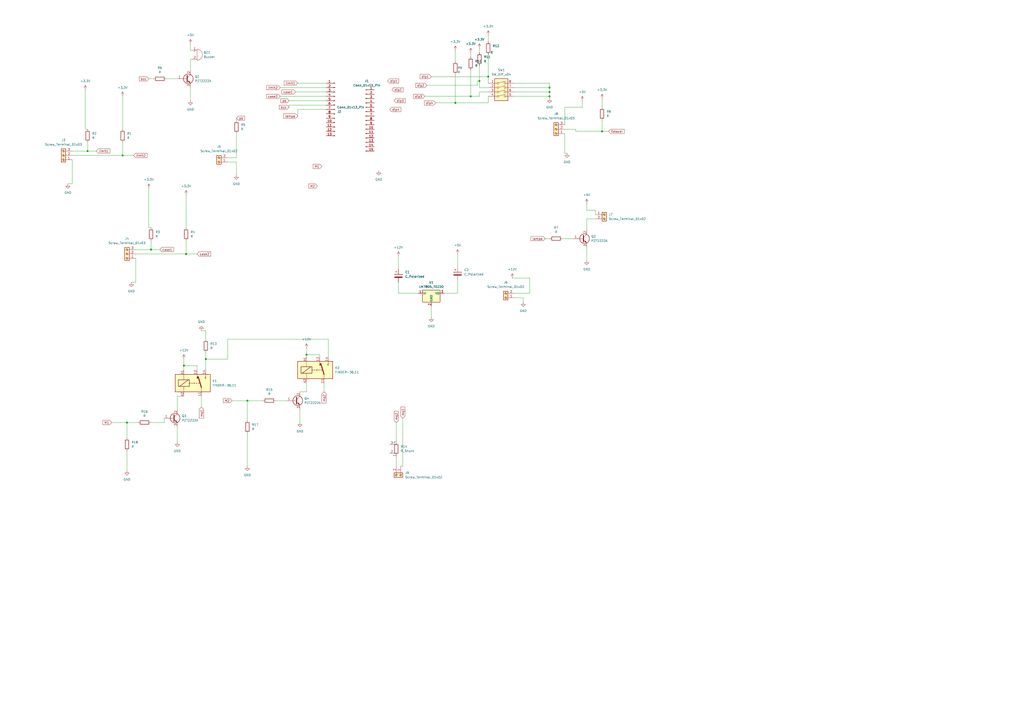
<source format=kicad_sch>
(kicad_sch
	(version 20250114)
	(generator "eeschema")
	(generator_version "9.0")
	(uuid "1c0157e4-7a5d-4e07-8e5b-887284c0b616")
	(paper "A2")
	(lib_symbols
		(symbol "Connector:Conn_01x13_Pin"
			(pin_names
				(offset 1.016)
				(hide yes)
			)
			(exclude_from_sim no)
			(in_bom yes)
			(on_board yes)
			(property "Reference" "J"
				(at 0 17.78 0)
				(effects
					(font
						(size 1.27 1.27)
					)
				)
			)
			(property "Value" "Conn_01x13_Pin"
				(at 0 -17.78 0)
				(effects
					(font
						(size 1.27 1.27)
					)
				)
			)
			(property "Footprint" ""
				(at 0 0 0)
				(effects
					(font
						(size 1.27 1.27)
					)
					(hide yes)
				)
			)
			(property "Datasheet" "~"
				(at 0 0 0)
				(effects
					(font
						(size 1.27 1.27)
					)
					(hide yes)
				)
			)
			(property "Description" "Generic connector, single row, 01x13, script generated"
				(at 0 0 0)
				(effects
					(font
						(size 1.27 1.27)
					)
					(hide yes)
				)
			)
			(property "ki_locked" ""
				(at 0 0 0)
				(effects
					(font
						(size 1.27 1.27)
					)
				)
			)
			(property "ki_keywords" "connector"
				(at 0 0 0)
				(effects
					(font
						(size 1.27 1.27)
					)
					(hide yes)
				)
			)
			(property "ki_fp_filters" "Connector*:*_1x??_*"
				(at 0 0 0)
				(effects
					(font
						(size 1.27 1.27)
					)
					(hide yes)
				)
			)
			(symbol "Conn_01x13_Pin_1_1"
				(rectangle
					(start 0.8636 15.367)
					(end 0 15.113)
					(stroke
						(width 0.1524)
						(type default)
					)
					(fill
						(type outline)
					)
				)
				(rectangle
					(start 0.8636 12.827)
					(end 0 12.573)
					(stroke
						(width 0.1524)
						(type default)
					)
					(fill
						(type outline)
					)
				)
				(rectangle
					(start 0.8636 10.287)
					(end 0 10.033)
					(stroke
						(width 0.1524)
						(type default)
					)
					(fill
						(type outline)
					)
				)
				(rectangle
					(start 0.8636 7.747)
					(end 0 7.493)
					(stroke
						(width 0.1524)
						(type default)
					)
					(fill
						(type outline)
					)
				)
				(rectangle
					(start 0.8636 5.207)
					(end 0 4.953)
					(stroke
						(width 0.1524)
						(type default)
					)
					(fill
						(type outline)
					)
				)
				(rectangle
					(start 0.8636 2.667)
					(end 0 2.413)
					(stroke
						(width 0.1524)
						(type default)
					)
					(fill
						(type outline)
					)
				)
				(rectangle
					(start 0.8636 0.127)
					(end 0 -0.127)
					(stroke
						(width 0.1524)
						(type default)
					)
					(fill
						(type outline)
					)
				)
				(rectangle
					(start 0.8636 -2.413)
					(end 0 -2.667)
					(stroke
						(width 0.1524)
						(type default)
					)
					(fill
						(type outline)
					)
				)
				(rectangle
					(start 0.8636 -4.953)
					(end 0 -5.207)
					(stroke
						(width 0.1524)
						(type default)
					)
					(fill
						(type outline)
					)
				)
				(rectangle
					(start 0.8636 -7.493)
					(end 0 -7.747)
					(stroke
						(width 0.1524)
						(type default)
					)
					(fill
						(type outline)
					)
				)
				(rectangle
					(start 0.8636 -10.033)
					(end 0 -10.287)
					(stroke
						(width 0.1524)
						(type default)
					)
					(fill
						(type outline)
					)
				)
				(rectangle
					(start 0.8636 -12.573)
					(end 0 -12.827)
					(stroke
						(width 0.1524)
						(type default)
					)
					(fill
						(type outline)
					)
				)
				(rectangle
					(start 0.8636 -15.113)
					(end 0 -15.367)
					(stroke
						(width 0.1524)
						(type default)
					)
					(fill
						(type outline)
					)
				)
				(polyline
					(pts
						(xy 1.27 15.24) (xy 0.8636 15.24)
					)
					(stroke
						(width 0.1524)
						(type default)
					)
					(fill
						(type none)
					)
				)
				(polyline
					(pts
						(xy 1.27 12.7) (xy 0.8636 12.7)
					)
					(stroke
						(width 0.1524)
						(type default)
					)
					(fill
						(type none)
					)
				)
				(polyline
					(pts
						(xy 1.27 10.16) (xy 0.8636 10.16)
					)
					(stroke
						(width 0.1524)
						(type default)
					)
					(fill
						(type none)
					)
				)
				(polyline
					(pts
						(xy 1.27 7.62) (xy 0.8636 7.62)
					)
					(stroke
						(width 0.1524)
						(type default)
					)
					(fill
						(type none)
					)
				)
				(polyline
					(pts
						(xy 1.27 5.08) (xy 0.8636 5.08)
					)
					(stroke
						(width 0.1524)
						(type default)
					)
					(fill
						(type none)
					)
				)
				(polyline
					(pts
						(xy 1.27 2.54) (xy 0.8636 2.54)
					)
					(stroke
						(width 0.1524)
						(type default)
					)
					(fill
						(type none)
					)
				)
				(polyline
					(pts
						(xy 1.27 0) (xy 0.8636 0)
					)
					(stroke
						(width 0.1524)
						(type default)
					)
					(fill
						(type none)
					)
				)
				(polyline
					(pts
						(xy 1.27 -2.54) (xy 0.8636 -2.54)
					)
					(stroke
						(width 0.1524)
						(type default)
					)
					(fill
						(type none)
					)
				)
				(polyline
					(pts
						(xy 1.27 -5.08) (xy 0.8636 -5.08)
					)
					(stroke
						(width 0.1524)
						(type default)
					)
					(fill
						(type none)
					)
				)
				(polyline
					(pts
						(xy 1.27 -7.62) (xy 0.8636 -7.62)
					)
					(stroke
						(width 0.1524)
						(type default)
					)
					(fill
						(type none)
					)
				)
				(polyline
					(pts
						(xy 1.27 -10.16) (xy 0.8636 -10.16)
					)
					(stroke
						(width 0.1524)
						(type default)
					)
					(fill
						(type none)
					)
				)
				(polyline
					(pts
						(xy 1.27 -12.7) (xy 0.8636 -12.7)
					)
					(stroke
						(width 0.1524)
						(type default)
					)
					(fill
						(type none)
					)
				)
				(polyline
					(pts
						(xy 1.27 -15.24) (xy 0.8636 -15.24)
					)
					(stroke
						(width 0.1524)
						(type default)
					)
					(fill
						(type none)
					)
				)
				(pin passive line
					(at 5.08 15.24 180)
					(length 3.81)
					(name "Pin_1"
						(effects
							(font
								(size 1.27 1.27)
							)
						)
					)
					(number "1"
						(effects
							(font
								(size 1.27 1.27)
							)
						)
					)
				)
				(pin passive line
					(at 5.08 12.7 180)
					(length 3.81)
					(name "Pin_2"
						(effects
							(font
								(size 1.27 1.27)
							)
						)
					)
					(number "2"
						(effects
							(font
								(size 1.27 1.27)
							)
						)
					)
				)
				(pin passive line
					(at 5.08 10.16 180)
					(length 3.81)
					(name "Pin_3"
						(effects
							(font
								(size 1.27 1.27)
							)
						)
					)
					(number "3"
						(effects
							(font
								(size 1.27 1.27)
							)
						)
					)
				)
				(pin passive line
					(at 5.08 7.62 180)
					(length 3.81)
					(name "Pin_4"
						(effects
							(font
								(size 1.27 1.27)
							)
						)
					)
					(number "4"
						(effects
							(font
								(size 1.27 1.27)
							)
						)
					)
				)
				(pin passive line
					(at 5.08 5.08 180)
					(length 3.81)
					(name "Pin_5"
						(effects
							(font
								(size 1.27 1.27)
							)
						)
					)
					(number "5"
						(effects
							(font
								(size 1.27 1.27)
							)
						)
					)
				)
				(pin passive line
					(at 5.08 2.54 180)
					(length 3.81)
					(name "Pin_6"
						(effects
							(font
								(size 1.27 1.27)
							)
						)
					)
					(number "6"
						(effects
							(font
								(size 1.27 1.27)
							)
						)
					)
				)
				(pin passive line
					(at 5.08 0 180)
					(length 3.81)
					(name "Pin_7"
						(effects
							(font
								(size 1.27 1.27)
							)
						)
					)
					(number "7"
						(effects
							(font
								(size 1.27 1.27)
							)
						)
					)
				)
				(pin passive line
					(at 5.08 -2.54 180)
					(length 3.81)
					(name "Pin_8"
						(effects
							(font
								(size 1.27 1.27)
							)
						)
					)
					(number "8"
						(effects
							(font
								(size 1.27 1.27)
							)
						)
					)
				)
				(pin passive line
					(at 5.08 -5.08 180)
					(length 3.81)
					(name "Pin_9"
						(effects
							(font
								(size 1.27 1.27)
							)
						)
					)
					(number "9"
						(effects
							(font
								(size 1.27 1.27)
							)
						)
					)
				)
				(pin passive line
					(at 5.08 -7.62 180)
					(length 3.81)
					(name "Pin_10"
						(effects
							(font
								(size 1.27 1.27)
							)
						)
					)
					(number "10"
						(effects
							(font
								(size 1.27 1.27)
							)
						)
					)
				)
				(pin passive line
					(at 5.08 -10.16 180)
					(length 3.81)
					(name "Pin_11"
						(effects
							(font
								(size 1.27 1.27)
							)
						)
					)
					(number "11"
						(effects
							(font
								(size 1.27 1.27)
							)
						)
					)
				)
				(pin passive line
					(at 5.08 -12.7 180)
					(length 3.81)
					(name "Pin_12"
						(effects
							(font
								(size 1.27 1.27)
							)
						)
					)
					(number "12"
						(effects
							(font
								(size 1.27 1.27)
							)
						)
					)
				)
				(pin passive line
					(at 5.08 -15.24 180)
					(length 3.81)
					(name "Pin_13"
						(effects
							(font
								(size 1.27 1.27)
							)
						)
					)
					(number "13"
						(effects
							(font
								(size 1.27 1.27)
							)
						)
					)
				)
			)
			(embedded_fonts no)
		)
		(symbol "Connector:Conn_01x15_Pin"
			(pin_names
				(offset 1.016)
				(hide yes)
			)
			(exclude_from_sim no)
			(in_bom yes)
			(on_board yes)
			(property "Reference" "J"
				(at 0 20.32 0)
				(effects
					(font
						(size 1.27 1.27)
					)
				)
			)
			(property "Value" "Conn_01x15_Pin"
				(at 0 -20.32 0)
				(effects
					(font
						(size 1.27 1.27)
					)
				)
			)
			(property "Footprint" ""
				(at 0 0 0)
				(effects
					(font
						(size 1.27 1.27)
					)
					(hide yes)
				)
			)
			(property "Datasheet" "~"
				(at 0 0 0)
				(effects
					(font
						(size 1.27 1.27)
					)
					(hide yes)
				)
			)
			(property "Description" "Generic connector, single row, 01x15, script generated"
				(at 0 0 0)
				(effects
					(font
						(size 1.27 1.27)
					)
					(hide yes)
				)
			)
			(property "ki_locked" ""
				(at 0 0 0)
				(effects
					(font
						(size 1.27 1.27)
					)
				)
			)
			(property "ki_keywords" "connector"
				(at 0 0 0)
				(effects
					(font
						(size 1.27 1.27)
					)
					(hide yes)
				)
			)
			(property "ki_fp_filters" "Connector*:*_1x??_*"
				(at 0 0 0)
				(effects
					(font
						(size 1.27 1.27)
					)
					(hide yes)
				)
			)
			(symbol "Conn_01x15_Pin_1_1"
				(rectangle
					(start 0.8636 17.907)
					(end 0 17.653)
					(stroke
						(width 0.1524)
						(type default)
					)
					(fill
						(type outline)
					)
				)
				(rectangle
					(start 0.8636 15.367)
					(end 0 15.113)
					(stroke
						(width 0.1524)
						(type default)
					)
					(fill
						(type outline)
					)
				)
				(rectangle
					(start 0.8636 12.827)
					(end 0 12.573)
					(stroke
						(width 0.1524)
						(type default)
					)
					(fill
						(type outline)
					)
				)
				(rectangle
					(start 0.8636 10.287)
					(end 0 10.033)
					(stroke
						(width 0.1524)
						(type default)
					)
					(fill
						(type outline)
					)
				)
				(rectangle
					(start 0.8636 7.747)
					(end 0 7.493)
					(stroke
						(width 0.1524)
						(type default)
					)
					(fill
						(type outline)
					)
				)
				(rectangle
					(start 0.8636 5.207)
					(end 0 4.953)
					(stroke
						(width 0.1524)
						(type default)
					)
					(fill
						(type outline)
					)
				)
				(rectangle
					(start 0.8636 2.667)
					(end 0 2.413)
					(stroke
						(width 0.1524)
						(type default)
					)
					(fill
						(type outline)
					)
				)
				(rectangle
					(start 0.8636 0.127)
					(end 0 -0.127)
					(stroke
						(width 0.1524)
						(type default)
					)
					(fill
						(type outline)
					)
				)
				(rectangle
					(start 0.8636 -2.413)
					(end 0 -2.667)
					(stroke
						(width 0.1524)
						(type default)
					)
					(fill
						(type outline)
					)
				)
				(rectangle
					(start 0.8636 -4.953)
					(end 0 -5.207)
					(stroke
						(width 0.1524)
						(type default)
					)
					(fill
						(type outline)
					)
				)
				(rectangle
					(start 0.8636 -7.493)
					(end 0 -7.747)
					(stroke
						(width 0.1524)
						(type default)
					)
					(fill
						(type outline)
					)
				)
				(rectangle
					(start 0.8636 -10.033)
					(end 0 -10.287)
					(stroke
						(width 0.1524)
						(type default)
					)
					(fill
						(type outline)
					)
				)
				(rectangle
					(start 0.8636 -12.573)
					(end 0 -12.827)
					(stroke
						(width 0.1524)
						(type default)
					)
					(fill
						(type outline)
					)
				)
				(rectangle
					(start 0.8636 -15.113)
					(end 0 -15.367)
					(stroke
						(width 0.1524)
						(type default)
					)
					(fill
						(type outline)
					)
				)
				(rectangle
					(start 0.8636 -17.653)
					(end 0 -17.907)
					(stroke
						(width 0.1524)
						(type default)
					)
					(fill
						(type outline)
					)
				)
				(polyline
					(pts
						(xy 1.27 17.78) (xy 0.8636 17.78)
					)
					(stroke
						(width 0.1524)
						(type default)
					)
					(fill
						(type none)
					)
				)
				(polyline
					(pts
						(xy 1.27 15.24) (xy 0.8636 15.24)
					)
					(stroke
						(width 0.1524)
						(type default)
					)
					(fill
						(type none)
					)
				)
				(polyline
					(pts
						(xy 1.27 12.7) (xy 0.8636 12.7)
					)
					(stroke
						(width 0.1524)
						(type default)
					)
					(fill
						(type none)
					)
				)
				(polyline
					(pts
						(xy 1.27 10.16) (xy 0.8636 10.16)
					)
					(stroke
						(width 0.1524)
						(type default)
					)
					(fill
						(type none)
					)
				)
				(polyline
					(pts
						(xy 1.27 7.62) (xy 0.8636 7.62)
					)
					(stroke
						(width 0.1524)
						(type default)
					)
					(fill
						(type none)
					)
				)
				(polyline
					(pts
						(xy 1.27 5.08) (xy 0.8636 5.08)
					)
					(stroke
						(width 0.1524)
						(type default)
					)
					(fill
						(type none)
					)
				)
				(polyline
					(pts
						(xy 1.27 2.54) (xy 0.8636 2.54)
					)
					(stroke
						(width 0.1524)
						(type default)
					)
					(fill
						(type none)
					)
				)
				(polyline
					(pts
						(xy 1.27 0) (xy 0.8636 0)
					)
					(stroke
						(width 0.1524)
						(type default)
					)
					(fill
						(type none)
					)
				)
				(polyline
					(pts
						(xy 1.27 -2.54) (xy 0.8636 -2.54)
					)
					(stroke
						(width 0.1524)
						(type default)
					)
					(fill
						(type none)
					)
				)
				(polyline
					(pts
						(xy 1.27 -5.08) (xy 0.8636 -5.08)
					)
					(stroke
						(width 0.1524)
						(type default)
					)
					(fill
						(type none)
					)
				)
				(polyline
					(pts
						(xy 1.27 -7.62) (xy 0.8636 -7.62)
					)
					(stroke
						(width 0.1524)
						(type default)
					)
					(fill
						(type none)
					)
				)
				(polyline
					(pts
						(xy 1.27 -10.16) (xy 0.8636 -10.16)
					)
					(stroke
						(width 0.1524)
						(type default)
					)
					(fill
						(type none)
					)
				)
				(polyline
					(pts
						(xy 1.27 -12.7) (xy 0.8636 -12.7)
					)
					(stroke
						(width 0.1524)
						(type default)
					)
					(fill
						(type none)
					)
				)
				(polyline
					(pts
						(xy 1.27 -15.24) (xy 0.8636 -15.24)
					)
					(stroke
						(width 0.1524)
						(type default)
					)
					(fill
						(type none)
					)
				)
				(polyline
					(pts
						(xy 1.27 -17.78) (xy 0.8636 -17.78)
					)
					(stroke
						(width 0.1524)
						(type default)
					)
					(fill
						(type none)
					)
				)
				(pin passive line
					(at 5.08 17.78 180)
					(length 3.81)
					(name "Pin_1"
						(effects
							(font
								(size 1.27 1.27)
							)
						)
					)
					(number "1"
						(effects
							(font
								(size 1.27 1.27)
							)
						)
					)
				)
				(pin passive line
					(at 5.08 15.24 180)
					(length 3.81)
					(name "Pin_2"
						(effects
							(font
								(size 1.27 1.27)
							)
						)
					)
					(number "2"
						(effects
							(font
								(size 1.27 1.27)
							)
						)
					)
				)
				(pin passive line
					(at 5.08 12.7 180)
					(length 3.81)
					(name "Pin_3"
						(effects
							(font
								(size 1.27 1.27)
							)
						)
					)
					(number "3"
						(effects
							(font
								(size 1.27 1.27)
							)
						)
					)
				)
				(pin passive line
					(at 5.08 10.16 180)
					(length 3.81)
					(name "Pin_4"
						(effects
							(font
								(size 1.27 1.27)
							)
						)
					)
					(number "4"
						(effects
							(font
								(size 1.27 1.27)
							)
						)
					)
				)
				(pin passive line
					(at 5.08 7.62 180)
					(length 3.81)
					(name "Pin_5"
						(effects
							(font
								(size 1.27 1.27)
							)
						)
					)
					(number "5"
						(effects
							(font
								(size 1.27 1.27)
							)
						)
					)
				)
				(pin passive line
					(at 5.08 5.08 180)
					(length 3.81)
					(name "Pin_6"
						(effects
							(font
								(size 1.27 1.27)
							)
						)
					)
					(number "6"
						(effects
							(font
								(size 1.27 1.27)
							)
						)
					)
				)
				(pin passive line
					(at 5.08 2.54 180)
					(length 3.81)
					(name "Pin_7"
						(effects
							(font
								(size 1.27 1.27)
							)
						)
					)
					(number "7"
						(effects
							(font
								(size 1.27 1.27)
							)
						)
					)
				)
				(pin passive line
					(at 5.08 0 180)
					(length 3.81)
					(name "Pin_8"
						(effects
							(font
								(size 1.27 1.27)
							)
						)
					)
					(number "8"
						(effects
							(font
								(size 1.27 1.27)
							)
						)
					)
				)
				(pin passive line
					(at 5.08 -2.54 180)
					(length 3.81)
					(name "Pin_9"
						(effects
							(font
								(size 1.27 1.27)
							)
						)
					)
					(number "9"
						(effects
							(font
								(size 1.27 1.27)
							)
						)
					)
				)
				(pin passive line
					(at 5.08 -5.08 180)
					(length 3.81)
					(name "Pin_10"
						(effects
							(font
								(size 1.27 1.27)
							)
						)
					)
					(number "10"
						(effects
							(font
								(size 1.27 1.27)
							)
						)
					)
				)
				(pin passive line
					(at 5.08 -7.62 180)
					(length 3.81)
					(name "Pin_11"
						(effects
							(font
								(size 1.27 1.27)
							)
						)
					)
					(number "11"
						(effects
							(font
								(size 1.27 1.27)
							)
						)
					)
				)
				(pin passive line
					(at 5.08 -10.16 180)
					(length 3.81)
					(name "Pin_12"
						(effects
							(font
								(size 1.27 1.27)
							)
						)
					)
					(number "12"
						(effects
							(font
								(size 1.27 1.27)
							)
						)
					)
				)
				(pin passive line
					(at 5.08 -12.7 180)
					(length 3.81)
					(name "Pin_13"
						(effects
							(font
								(size 1.27 1.27)
							)
						)
					)
					(number "13"
						(effects
							(font
								(size 1.27 1.27)
							)
						)
					)
				)
				(pin passive line
					(at 5.08 -15.24 180)
					(length 3.81)
					(name "Pin_14"
						(effects
							(font
								(size 1.27 1.27)
							)
						)
					)
					(number "14"
						(effects
							(font
								(size 1.27 1.27)
							)
						)
					)
				)
				(pin passive line
					(at 5.08 -17.78 180)
					(length 3.81)
					(name "Pin_15"
						(effects
							(font
								(size 1.27 1.27)
							)
						)
					)
					(number "15"
						(effects
							(font
								(size 1.27 1.27)
							)
						)
					)
				)
			)
			(embedded_fonts no)
		)
		(symbol "Connector:Screw_Terminal_01x02"
			(pin_names
				(offset 1.016)
				(hide yes)
			)
			(exclude_from_sim no)
			(in_bom yes)
			(on_board yes)
			(property "Reference" "J"
				(at 0 2.54 0)
				(effects
					(font
						(size 1.27 1.27)
					)
				)
			)
			(property "Value" "Screw_Terminal_01x02"
				(at 0 -5.08 0)
				(effects
					(font
						(size 1.27 1.27)
					)
				)
			)
			(property "Footprint" ""
				(at 0 0 0)
				(effects
					(font
						(size 1.27 1.27)
					)
					(hide yes)
				)
			)
			(property "Datasheet" "~"
				(at 0 0 0)
				(effects
					(font
						(size 1.27 1.27)
					)
					(hide yes)
				)
			)
			(property "Description" "Generic screw terminal, single row, 01x02, script generated (kicad-library-utils/schlib/autogen/connector/)"
				(at 0 0 0)
				(effects
					(font
						(size 1.27 1.27)
					)
					(hide yes)
				)
			)
			(property "ki_keywords" "screw terminal"
				(at 0 0 0)
				(effects
					(font
						(size 1.27 1.27)
					)
					(hide yes)
				)
			)
			(property "ki_fp_filters" "TerminalBlock*:*"
				(at 0 0 0)
				(effects
					(font
						(size 1.27 1.27)
					)
					(hide yes)
				)
			)
			(symbol "Screw_Terminal_01x02_1_1"
				(rectangle
					(start -1.27 1.27)
					(end 1.27 -3.81)
					(stroke
						(width 0.254)
						(type default)
					)
					(fill
						(type background)
					)
				)
				(polyline
					(pts
						(xy -0.5334 0.3302) (xy 0.3302 -0.508)
					)
					(stroke
						(width 0.1524)
						(type default)
					)
					(fill
						(type none)
					)
				)
				(polyline
					(pts
						(xy -0.5334 -2.2098) (xy 0.3302 -3.048)
					)
					(stroke
						(width 0.1524)
						(type default)
					)
					(fill
						(type none)
					)
				)
				(polyline
					(pts
						(xy -0.3556 0.508) (xy 0.508 -0.3302)
					)
					(stroke
						(width 0.1524)
						(type default)
					)
					(fill
						(type none)
					)
				)
				(polyline
					(pts
						(xy -0.3556 -2.032) (xy 0.508 -2.8702)
					)
					(stroke
						(width 0.1524)
						(type default)
					)
					(fill
						(type none)
					)
				)
				(circle
					(center 0 0)
					(radius 0.635)
					(stroke
						(width 0.1524)
						(type default)
					)
					(fill
						(type none)
					)
				)
				(circle
					(center 0 -2.54)
					(radius 0.635)
					(stroke
						(width 0.1524)
						(type default)
					)
					(fill
						(type none)
					)
				)
				(pin passive line
					(at -5.08 0 0)
					(length 3.81)
					(name "Pin_1"
						(effects
							(font
								(size 1.27 1.27)
							)
						)
					)
					(number "1"
						(effects
							(font
								(size 1.27 1.27)
							)
						)
					)
				)
				(pin passive line
					(at -5.08 -2.54 0)
					(length 3.81)
					(name "Pin_2"
						(effects
							(font
								(size 1.27 1.27)
							)
						)
					)
					(number "2"
						(effects
							(font
								(size 1.27 1.27)
							)
						)
					)
				)
			)
			(embedded_fonts no)
		)
		(symbol "Connector:Screw_Terminal_01x03"
			(pin_names
				(offset 1.016)
				(hide yes)
			)
			(exclude_from_sim no)
			(in_bom yes)
			(on_board yes)
			(property "Reference" "J"
				(at 0 5.08 0)
				(effects
					(font
						(size 1.27 1.27)
					)
				)
			)
			(property "Value" "Screw_Terminal_01x03"
				(at 0 -5.08 0)
				(effects
					(font
						(size 1.27 1.27)
					)
				)
			)
			(property "Footprint" ""
				(at 0 0 0)
				(effects
					(font
						(size 1.27 1.27)
					)
					(hide yes)
				)
			)
			(property "Datasheet" "~"
				(at 0 0 0)
				(effects
					(font
						(size 1.27 1.27)
					)
					(hide yes)
				)
			)
			(property "Description" "Generic screw terminal, single row, 01x03, script generated (kicad-library-utils/schlib/autogen/connector/)"
				(at 0 0 0)
				(effects
					(font
						(size 1.27 1.27)
					)
					(hide yes)
				)
			)
			(property "ki_keywords" "screw terminal"
				(at 0 0 0)
				(effects
					(font
						(size 1.27 1.27)
					)
					(hide yes)
				)
			)
			(property "ki_fp_filters" "TerminalBlock*:*"
				(at 0 0 0)
				(effects
					(font
						(size 1.27 1.27)
					)
					(hide yes)
				)
			)
			(symbol "Screw_Terminal_01x03_1_1"
				(rectangle
					(start -1.27 3.81)
					(end 1.27 -3.81)
					(stroke
						(width 0.254)
						(type default)
					)
					(fill
						(type background)
					)
				)
				(polyline
					(pts
						(xy -0.5334 2.8702) (xy 0.3302 2.032)
					)
					(stroke
						(width 0.1524)
						(type default)
					)
					(fill
						(type none)
					)
				)
				(polyline
					(pts
						(xy -0.5334 0.3302) (xy 0.3302 -0.508)
					)
					(stroke
						(width 0.1524)
						(type default)
					)
					(fill
						(type none)
					)
				)
				(polyline
					(pts
						(xy -0.5334 -2.2098) (xy 0.3302 -3.048)
					)
					(stroke
						(width 0.1524)
						(type default)
					)
					(fill
						(type none)
					)
				)
				(polyline
					(pts
						(xy -0.3556 3.048) (xy 0.508 2.2098)
					)
					(stroke
						(width 0.1524)
						(type default)
					)
					(fill
						(type none)
					)
				)
				(polyline
					(pts
						(xy -0.3556 0.508) (xy 0.508 -0.3302)
					)
					(stroke
						(width 0.1524)
						(type default)
					)
					(fill
						(type none)
					)
				)
				(polyline
					(pts
						(xy -0.3556 -2.032) (xy 0.508 -2.8702)
					)
					(stroke
						(width 0.1524)
						(type default)
					)
					(fill
						(type none)
					)
				)
				(circle
					(center 0 2.54)
					(radius 0.635)
					(stroke
						(width 0.1524)
						(type default)
					)
					(fill
						(type none)
					)
				)
				(circle
					(center 0 0)
					(radius 0.635)
					(stroke
						(width 0.1524)
						(type default)
					)
					(fill
						(type none)
					)
				)
				(circle
					(center 0 -2.54)
					(radius 0.635)
					(stroke
						(width 0.1524)
						(type default)
					)
					(fill
						(type none)
					)
				)
				(pin passive line
					(at -5.08 2.54 0)
					(length 3.81)
					(name "Pin_1"
						(effects
							(font
								(size 1.27 1.27)
							)
						)
					)
					(number "1"
						(effects
							(font
								(size 1.27 1.27)
							)
						)
					)
				)
				(pin passive line
					(at -5.08 0 0)
					(length 3.81)
					(name "Pin_2"
						(effects
							(font
								(size 1.27 1.27)
							)
						)
					)
					(number "2"
						(effects
							(font
								(size 1.27 1.27)
							)
						)
					)
				)
				(pin passive line
					(at -5.08 -2.54 0)
					(length 3.81)
					(name "Pin_3"
						(effects
							(font
								(size 1.27 1.27)
							)
						)
					)
					(number "3"
						(effects
							(font
								(size 1.27 1.27)
							)
						)
					)
				)
			)
			(embedded_fonts no)
		)
		(symbol "Device:Buzzer"
			(pin_names
				(offset 0.0254)
				(hide yes)
			)
			(exclude_from_sim no)
			(in_bom yes)
			(on_board yes)
			(property "Reference" "BZ"
				(at 3.81 1.27 0)
				(effects
					(font
						(size 1.27 1.27)
					)
					(justify left)
				)
			)
			(property "Value" "Buzzer"
				(at 3.81 -1.27 0)
				(effects
					(font
						(size 1.27 1.27)
					)
					(justify left)
				)
			)
			(property "Footprint" ""
				(at -0.635 2.54 90)
				(effects
					(font
						(size 1.27 1.27)
					)
					(hide yes)
				)
			)
			(property "Datasheet" "~"
				(at -0.635 2.54 90)
				(effects
					(font
						(size 1.27 1.27)
					)
					(hide yes)
				)
			)
			(property "Description" "Buzzer, polarized"
				(at 0 0 0)
				(effects
					(font
						(size 1.27 1.27)
					)
					(hide yes)
				)
			)
			(property "ki_keywords" "quartz resonator ceramic"
				(at 0 0 0)
				(effects
					(font
						(size 1.27 1.27)
					)
					(hide yes)
				)
			)
			(property "ki_fp_filters" "*Buzzer*"
				(at 0 0 0)
				(effects
					(font
						(size 1.27 1.27)
					)
					(hide yes)
				)
			)
			(symbol "Buzzer_0_1"
				(polyline
					(pts
						(xy -1.651 1.905) (xy -1.143 1.905)
					)
					(stroke
						(width 0)
						(type default)
					)
					(fill
						(type none)
					)
				)
				(polyline
					(pts
						(xy -1.397 2.159) (xy -1.397 1.651)
					)
					(stroke
						(width 0)
						(type default)
					)
					(fill
						(type none)
					)
				)
				(arc
					(start 0 3.175)
					(mid 3.1612 0)
					(end 0 -3.175)
					(stroke
						(width 0)
						(type default)
					)
					(fill
						(type none)
					)
				)
				(polyline
					(pts
						(xy 0 3.175) (xy 0 -3.175)
					)
					(stroke
						(width 0)
						(type default)
					)
					(fill
						(type none)
					)
				)
			)
			(symbol "Buzzer_1_1"
				(pin passive line
					(at -2.54 2.54 0)
					(length 2.54)
					(name "+"
						(effects
							(font
								(size 1.27 1.27)
							)
						)
					)
					(number "1"
						(effects
							(font
								(size 1.27 1.27)
							)
						)
					)
				)
				(pin passive line
					(at -2.54 -2.54 0)
					(length 2.54)
					(name "-"
						(effects
							(font
								(size 1.27 1.27)
							)
						)
					)
					(number "2"
						(effects
							(font
								(size 1.27 1.27)
							)
						)
					)
				)
			)
			(embedded_fonts no)
		)
		(symbol "Device:C_Polarized"
			(pin_numbers
				(hide yes)
			)
			(pin_names
				(offset 0.254)
			)
			(exclude_from_sim no)
			(in_bom yes)
			(on_board yes)
			(property "Reference" "C"
				(at 0.635 2.54 0)
				(effects
					(font
						(size 1.27 1.27)
					)
					(justify left)
				)
			)
			(property "Value" "C_Polarized"
				(at 0.635 -2.54 0)
				(effects
					(font
						(size 1.27 1.27)
					)
					(justify left)
				)
			)
			(property "Footprint" ""
				(at 0.9652 -3.81 0)
				(effects
					(font
						(size 1.27 1.27)
					)
					(hide yes)
				)
			)
			(property "Datasheet" "~"
				(at 0 0 0)
				(effects
					(font
						(size 1.27 1.27)
					)
					(hide yes)
				)
			)
			(property "Description" "Polarized capacitor"
				(at 0 0 0)
				(effects
					(font
						(size 1.27 1.27)
					)
					(hide yes)
				)
			)
			(property "ki_keywords" "cap capacitor"
				(at 0 0 0)
				(effects
					(font
						(size 1.27 1.27)
					)
					(hide yes)
				)
			)
			(property "ki_fp_filters" "CP_*"
				(at 0 0 0)
				(effects
					(font
						(size 1.27 1.27)
					)
					(hide yes)
				)
			)
			(symbol "C_Polarized_0_1"
				(rectangle
					(start -2.286 0.508)
					(end 2.286 1.016)
					(stroke
						(width 0)
						(type default)
					)
					(fill
						(type none)
					)
				)
				(polyline
					(pts
						(xy -1.778 2.286) (xy -0.762 2.286)
					)
					(stroke
						(width 0)
						(type default)
					)
					(fill
						(type none)
					)
				)
				(polyline
					(pts
						(xy -1.27 2.794) (xy -1.27 1.778)
					)
					(stroke
						(width 0)
						(type default)
					)
					(fill
						(type none)
					)
				)
				(rectangle
					(start 2.286 -0.508)
					(end -2.286 -1.016)
					(stroke
						(width 0)
						(type default)
					)
					(fill
						(type outline)
					)
				)
			)
			(symbol "C_Polarized_1_1"
				(pin passive line
					(at 0 3.81 270)
					(length 2.794)
					(name "~"
						(effects
							(font
								(size 1.27 1.27)
							)
						)
					)
					(number "1"
						(effects
							(font
								(size 1.27 1.27)
							)
						)
					)
				)
				(pin passive line
					(at 0 -3.81 90)
					(length 2.794)
					(name "~"
						(effects
							(font
								(size 1.27 1.27)
							)
						)
					)
					(number "2"
						(effects
							(font
								(size 1.27 1.27)
							)
						)
					)
				)
			)
			(embedded_fonts no)
		)
		(symbol "Device:R"
			(pin_numbers
				(hide yes)
			)
			(pin_names
				(offset 0)
			)
			(exclude_from_sim no)
			(in_bom yes)
			(on_board yes)
			(property "Reference" "R"
				(at 2.032 0 90)
				(effects
					(font
						(size 1.27 1.27)
					)
				)
			)
			(property "Value" "R"
				(at 0 0 90)
				(effects
					(font
						(size 1.27 1.27)
					)
				)
			)
			(property "Footprint" ""
				(at -1.778 0 90)
				(effects
					(font
						(size 1.27 1.27)
					)
					(hide yes)
				)
			)
			(property "Datasheet" "~"
				(at 0 0 0)
				(effects
					(font
						(size 1.27 1.27)
					)
					(hide yes)
				)
			)
			(property "Description" "Resistor"
				(at 0 0 0)
				(effects
					(font
						(size 1.27 1.27)
					)
					(hide yes)
				)
			)
			(property "ki_keywords" "R res resistor"
				(at 0 0 0)
				(effects
					(font
						(size 1.27 1.27)
					)
					(hide yes)
				)
			)
			(property "ki_fp_filters" "R_*"
				(at 0 0 0)
				(effects
					(font
						(size 1.27 1.27)
					)
					(hide yes)
				)
			)
			(symbol "R_0_1"
				(rectangle
					(start -1.016 -2.54)
					(end 1.016 2.54)
					(stroke
						(width 0.254)
						(type default)
					)
					(fill
						(type none)
					)
				)
			)
			(symbol "R_1_1"
				(pin passive line
					(at 0 3.81 270)
					(length 1.27)
					(name "~"
						(effects
							(font
								(size 1.27 1.27)
							)
						)
					)
					(number "1"
						(effects
							(font
								(size 1.27 1.27)
							)
						)
					)
				)
				(pin passive line
					(at 0 -3.81 90)
					(length 1.27)
					(name "~"
						(effects
							(font
								(size 1.27 1.27)
							)
						)
					)
					(number "2"
						(effects
							(font
								(size 1.27 1.27)
							)
						)
					)
				)
			)
			(embedded_fonts no)
		)
		(symbol "Device:R_Shunt"
			(pin_numbers
				(hide yes)
			)
			(pin_names
				(offset 0)
			)
			(exclude_from_sim no)
			(in_bom yes)
			(on_board yes)
			(property "Reference" "R"
				(at -4.445 0 90)
				(effects
					(font
						(size 1.27 1.27)
					)
				)
			)
			(property "Value" "R_Shunt"
				(at -2.54 0 90)
				(effects
					(font
						(size 1.27 1.27)
					)
				)
			)
			(property "Footprint" ""
				(at -1.778 0 90)
				(effects
					(font
						(size 1.27 1.27)
					)
					(hide yes)
				)
			)
			(property "Datasheet" "~"
				(at 0 0 0)
				(effects
					(font
						(size 1.27 1.27)
					)
					(hide yes)
				)
			)
			(property "Description" "Shunt resistor"
				(at 0 0 0)
				(effects
					(font
						(size 1.27 1.27)
					)
					(hide yes)
				)
			)
			(property "ki_keywords" "R res shunt resistor"
				(at 0 0 0)
				(effects
					(font
						(size 1.27 1.27)
					)
					(hide yes)
				)
			)
			(property "ki_fp_filters" "R_*Shunt*"
				(at 0 0 0)
				(effects
					(font
						(size 1.27 1.27)
					)
					(hide yes)
				)
			)
			(symbol "R_Shunt_0_1"
				(rectangle
					(start -1.016 -2.54)
					(end 1.016 2.54)
					(stroke
						(width 0.254)
						(type default)
					)
					(fill
						(type none)
					)
				)
				(polyline
					(pts
						(xy 0 -2.54) (xy 1.27 -2.54)
					)
					(stroke
						(width 0)
						(type default)
					)
					(fill
						(type none)
					)
				)
				(polyline
					(pts
						(xy 1.27 2.54) (xy 0 2.54)
					)
					(stroke
						(width 0)
						(type default)
					)
					(fill
						(type none)
					)
				)
			)
			(symbol "R_Shunt_1_1"
				(pin passive line
					(at 0 5.08 270)
					(length 2.54)
					(name "1"
						(effects
							(font
								(size 1.27 1.27)
							)
						)
					)
					(number "1"
						(effects
							(font
								(size 1.27 1.27)
							)
						)
					)
				)
				(pin passive line
					(at 0 -5.08 90)
					(length 2.54)
					(name "4"
						(effects
							(font
								(size 1.27 1.27)
							)
						)
					)
					(number "4"
						(effects
							(font
								(size 1.27 1.27)
							)
						)
					)
				)
				(pin passive line
					(at 3.81 2.54 180)
					(length 2.54)
					(name "2"
						(effects
							(font
								(size 1.27 1.27)
							)
						)
					)
					(number "2"
						(effects
							(font
								(size 1.27 1.27)
							)
						)
					)
				)
				(pin passive line
					(at 3.81 -2.54 180)
					(length 2.54)
					(name "3"
						(effects
							(font
								(size 1.27 1.27)
							)
						)
					)
					(number "3"
						(effects
							(font
								(size 1.27 1.27)
							)
						)
					)
				)
			)
			(embedded_fonts no)
		)
		(symbol "Regulator_Linear:LM7805_TO220"
			(pin_names
				(offset 0.254)
			)
			(exclude_from_sim no)
			(in_bom yes)
			(on_board yes)
			(property "Reference" "U"
				(at -3.81 3.175 0)
				(effects
					(font
						(size 1.27 1.27)
					)
				)
			)
			(property "Value" "LM7805_TO220"
				(at 0 3.175 0)
				(effects
					(font
						(size 1.27 1.27)
					)
					(justify left)
				)
			)
			(property "Footprint" "Package_TO_SOT_THT:TO-220-3_Vertical"
				(at 0 5.715 0)
				(effects
					(font
						(size 1.27 1.27)
						(italic yes)
					)
					(hide yes)
				)
			)
			(property "Datasheet" "https://www.onsemi.cn/PowerSolutions/document/MC7800-D.PDF"
				(at 0 -1.27 0)
				(effects
					(font
						(size 1.27 1.27)
					)
					(hide yes)
				)
			)
			(property "Description" "Positive 1A 35V Linear Regulator, Fixed Output 5V, TO-220"
				(at 0 0 0)
				(effects
					(font
						(size 1.27 1.27)
					)
					(hide yes)
				)
			)
			(property "ki_keywords" "Voltage Regulator 1A Positive"
				(at 0 0 0)
				(effects
					(font
						(size 1.27 1.27)
					)
					(hide yes)
				)
			)
			(property "ki_fp_filters" "TO?220*"
				(at 0 0 0)
				(effects
					(font
						(size 1.27 1.27)
					)
					(hide yes)
				)
			)
			(symbol "LM7805_TO220_0_1"
				(rectangle
					(start -5.08 1.905)
					(end 5.08 -5.08)
					(stroke
						(width 0.254)
						(type default)
					)
					(fill
						(type background)
					)
				)
			)
			(symbol "LM7805_TO220_1_1"
				(pin power_in line
					(at -7.62 0 0)
					(length 2.54)
					(name "VI"
						(effects
							(font
								(size 1.27 1.27)
							)
						)
					)
					(number "1"
						(effects
							(font
								(size 1.27 1.27)
							)
						)
					)
				)
				(pin power_in line
					(at 0 -7.62 90)
					(length 2.54)
					(name "GND"
						(effects
							(font
								(size 1.27 1.27)
							)
						)
					)
					(number "2"
						(effects
							(font
								(size 1.27 1.27)
							)
						)
					)
				)
				(pin power_out line
					(at 7.62 0 180)
					(length 2.54)
					(name "VO"
						(effects
							(font
								(size 1.27 1.27)
							)
						)
					)
					(number "3"
						(effects
							(font
								(size 1.27 1.27)
							)
						)
					)
				)
			)
			(embedded_fonts no)
		)
		(symbol "Relay:FINDER-36.11"
			(exclude_from_sim no)
			(in_bom yes)
			(on_board yes)
			(property "Reference" "K"
				(at 11.43 3.81 0)
				(effects
					(font
						(size 1.27 1.27)
					)
					(justify left)
				)
			)
			(property "Value" "FINDER-36.11"
				(at 11.43 1.27 0)
				(effects
					(font
						(size 1.27 1.27)
					)
					(justify left)
				)
			)
			(property "Footprint" "Relay_THT:Relay_SPDT_Finder_36.11"
				(at 32.258 -0.762 0)
				(effects
					(font
						(size 1.27 1.27)
					)
					(hide yes)
				)
			)
			(property "Datasheet" "https://gfinder.findernet.com/public/attachments/36/EN/S36EN.pdf"
				(at 0 0 0)
				(effects
					(font
						(size 1.27 1.27)
					)
					(hide yes)
				)
			)
			(property "Description" "FINDER 36.11, SPDT relay, 10A"
				(at 0 0 0)
				(effects
					(font
						(size 1.27 1.27)
					)
					(hide yes)
				)
			)
			(property "ki_keywords" "spdt relay"
				(at 0 0 0)
				(effects
					(font
						(size 1.27 1.27)
					)
					(hide yes)
				)
			)
			(property "ki_fp_filters" "Relay*SPDT*Finder*36.11*"
				(at 0 0 0)
				(effects
					(font
						(size 1.27 1.27)
					)
					(hide yes)
				)
			)
			(symbol "FINDER-36.11_0_0"
				(polyline
					(pts
						(xy 2.54 3.81) (xy 2.54 5.08)
					)
					(stroke
						(width 0)
						(type default)
					)
					(fill
						(type none)
					)
				)
				(polyline
					(pts
						(xy 7.62 3.81) (xy 7.62 5.08)
					)
					(stroke
						(width 0)
						(type default)
					)
					(fill
						(type none)
					)
				)
				(polyline
					(pts
						(xy 7.62 3.81) (xy 7.62 2.54) (xy 6.985 3.175) (xy 7.62 3.81)
					)
					(stroke
						(width 0)
						(type default)
					)
					(fill
						(type none)
					)
				)
			)
			(symbol "FINDER-36.11_0_1"
				(rectangle
					(start -10.16 5.08)
					(end 10.16 -5.08)
					(stroke
						(width 0.254)
						(type default)
					)
					(fill
						(type background)
					)
				)
				(rectangle
					(start -8.255 1.905)
					(end -1.905 -1.905)
					(stroke
						(width 0.254)
						(type default)
					)
					(fill
						(type none)
					)
				)
				(polyline
					(pts
						(xy -7.62 -1.905) (xy -2.54 1.905)
					)
					(stroke
						(width 0.254)
						(type default)
					)
					(fill
						(type none)
					)
				)
				(polyline
					(pts
						(xy -5.08 5.08) (xy -5.08 1.905)
					)
					(stroke
						(width 0)
						(type default)
					)
					(fill
						(type none)
					)
				)
				(polyline
					(pts
						(xy -5.08 -5.08) (xy -5.08 -1.905)
					)
					(stroke
						(width 0)
						(type default)
					)
					(fill
						(type none)
					)
				)
				(polyline
					(pts
						(xy -1.905 0) (xy -1.27 0)
					)
					(stroke
						(width 0.254)
						(type default)
					)
					(fill
						(type none)
					)
				)
				(polyline
					(pts
						(xy -0.635 0) (xy 0 0)
					)
					(stroke
						(width 0.254)
						(type default)
					)
					(fill
						(type none)
					)
				)
				(polyline
					(pts
						(xy 0.635 0) (xy 1.27 0)
					)
					(stroke
						(width 0.254)
						(type default)
					)
					(fill
						(type none)
					)
				)
				(polyline
					(pts
						(xy 0.635 0) (xy 1.27 0)
					)
					(stroke
						(width 0.254)
						(type default)
					)
					(fill
						(type none)
					)
				)
				(polyline
					(pts
						(xy 1.905 0) (xy 2.54 0)
					)
					(stroke
						(width 0.254)
						(type default)
					)
					(fill
						(type none)
					)
				)
				(polyline
					(pts
						(xy 2.54 2.54) (xy 2.54 3.81) (xy 2.54 2.54) (xy 2.54 2.54) (xy 3.175 3.175) (xy 2.54 3.81)
					)
					(stroke
						(width 0)
						(type default)
					)
					(fill
						(type outline)
					)
				)
				(polyline
					(pts
						(xy 3.175 0) (xy 3.81 0)
					)
					(stroke
						(width 0.254)
						(type default)
					)
					(fill
						(type none)
					)
				)
				(polyline
					(pts
						(xy 5.08 -2.54) (xy 3.175 3.81)
					)
					(stroke
						(width 0.508)
						(type default)
					)
					(fill
						(type none)
					)
				)
				(polyline
					(pts
						(xy 5.08 -2.54) (xy 5.08 -5.08)
					)
					(stroke
						(width 0)
						(type default)
					)
					(fill
						(type none)
					)
				)
			)
			(symbol "FINDER-36.11_1_1"
				(pin passive line
					(at -5.08 7.62 270)
					(length 2.54)
					(name "~"
						(effects
							(font
								(size 1.27 1.27)
							)
						)
					)
					(number "A1"
						(effects
							(font
								(size 1.27 1.27)
							)
						)
					)
				)
				(pin passive line
					(at -5.08 -7.62 90)
					(length 2.54)
					(name "~"
						(effects
							(font
								(size 1.27 1.27)
							)
						)
					)
					(number "A2"
						(effects
							(font
								(size 1.27 1.27)
							)
						)
					)
				)
				(pin passive line
					(at 2.54 7.62 270)
					(length 2.54)
					(name "~"
						(effects
							(font
								(size 1.27 1.27)
							)
						)
					)
					(number "12"
						(effects
							(font
								(size 1.27 1.27)
							)
						)
					)
				)
				(pin passive line
					(at 5.08 -7.62 90)
					(length 2.54)
					(name "~"
						(effects
							(font
								(size 1.27 1.27)
							)
						)
					)
					(number "11"
						(effects
							(font
								(size 1.27 1.27)
							)
						)
					)
				)
				(pin passive line
					(at 7.62 7.62 270)
					(length 2.54)
					(name "~"
						(effects
							(font
								(size 1.27 1.27)
							)
						)
					)
					(number "14"
						(effects
							(font
								(size 1.27 1.27)
							)
						)
					)
				)
			)
			(embedded_fonts no)
		)
		(symbol "Switch:SW_DIP_x04"
			(pin_names
				(offset 0)
				(hide yes)
			)
			(exclude_from_sim no)
			(in_bom yes)
			(on_board yes)
			(property "Reference" "SW"
				(at 0 8.89 0)
				(effects
					(font
						(size 1.27 1.27)
					)
				)
			)
			(property "Value" "SW_DIP_x04"
				(at 0 -6.35 0)
				(effects
					(font
						(size 1.27 1.27)
					)
				)
			)
			(property "Footprint" ""
				(at 0 0 0)
				(effects
					(font
						(size 1.27 1.27)
					)
					(hide yes)
				)
			)
			(property "Datasheet" "~"
				(at 0 0 0)
				(effects
					(font
						(size 1.27 1.27)
					)
					(hide yes)
				)
			)
			(property "Description" "4x DIP Switch, Single Pole Single Throw (SPST) switch, small symbol"
				(at 0 0 0)
				(effects
					(font
						(size 1.27 1.27)
					)
					(hide yes)
				)
			)
			(property "ki_keywords" "dip switch"
				(at 0 0 0)
				(effects
					(font
						(size 1.27 1.27)
					)
					(hide yes)
				)
			)
			(property "ki_fp_filters" "SW?DIP?x4*"
				(at 0 0 0)
				(effects
					(font
						(size 1.27 1.27)
					)
					(hide yes)
				)
			)
			(symbol "SW_DIP_x04_0_0"
				(circle
					(center -2.032 5.08)
					(radius 0.508)
					(stroke
						(width 0)
						(type default)
					)
					(fill
						(type none)
					)
				)
				(circle
					(center -2.032 2.54)
					(radius 0.508)
					(stroke
						(width 0)
						(type default)
					)
					(fill
						(type none)
					)
				)
				(circle
					(center -2.032 0)
					(radius 0.508)
					(stroke
						(width 0)
						(type default)
					)
					(fill
						(type none)
					)
				)
				(circle
					(center -2.032 -2.54)
					(radius 0.508)
					(stroke
						(width 0)
						(type default)
					)
					(fill
						(type none)
					)
				)
				(polyline
					(pts
						(xy -1.524 5.207) (xy 2.3622 6.2484)
					)
					(stroke
						(width 0)
						(type default)
					)
					(fill
						(type none)
					)
				)
				(polyline
					(pts
						(xy -1.524 2.667) (xy 2.3622 3.7084)
					)
					(stroke
						(width 0)
						(type default)
					)
					(fill
						(type none)
					)
				)
				(polyline
					(pts
						(xy -1.524 0.127) (xy 2.3622 1.1684)
					)
					(stroke
						(width 0)
						(type default)
					)
					(fill
						(type none)
					)
				)
				(polyline
					(pts
						(xy -1.524 -2.3876) (xy 2.3622 -1.3462)
					)
					(stroke
						(width 0)
						(type default)
					)
					(fill
						(type none)
					)
				)
				(circle
					(center 2.032 5.08)
					(radius 0.508)
					(stroke
						(width 0)
						(type default)
					)
					(fill
						(type none)
					)
				)
				(circle
					(center 2.032 2.54)
					(radius 0.508)
					(stroke
						(width 0)
						(type default)
					)
					(fill
						(type none)
					)
				)
				(circle
					(center 2.032 0)
					(radius 0.508)
					(stroke
						(width 0)
						(type default)
					)
					(fill
						(type none)
					)
				)
				(circle
					(center 2.032 -2.54)
					(radius 0.508)
					(stroke
						(width 0)
						(type default)
					)
					(fill
						(type none)
					)
				)
			)
			(symbol "SW_DIP_x04_0_1"
				(rectangle
					(start -3.81 7.62)
					(end 3.81 -5.08)
					(stroke
						(width 0.254)
						(type default)
					)
					(fill
						(type background)
					)
				)
			)
			(symbol "SW_DIP_x04_1_1"
				(pin passive line
					(at -7.62 5.08 0)
					(length 5.08)
					(name "~"
						(effects
							(font
								(size 1.27 1.27)
							)
						)
					)
					(number "1"
						(effects
							(font
								(size 1.27 1.27)
							)
						)
					)
				)
				(pin passive line
					(at -7.62 2.54 0)
					(length 5.08)
					(name "~"
						(effects
							(font
								(size 1.27 1.27)
							)
						)
					)
					(number "2"
						(effects
							(font
								(size 1.27 1.27)
							)
						)
					)
				)
				(pin passive line
					(at -7.62 0 0)
					(length 5.08)
					(name "~"
						(effects
							(font
								(size 1.27 1.27)
							)
						)
					)
					(number "3"
						(effects
							(font
								(size 1.27 1.27)
							)
						)
					)
				)
				(pin passive line
					(at -7.62 -2.54 0)
					(length 5.08)
					(name "~"
						(effects
							(font
								(size 1.27 1.27)
							)
						)
					)
					(number "4"
						(effects
							(font
								(size 1.27 1.27)
							)
						)
					)
				)
				(pin passive line
					(at 7.62 5.08 180)
					(length 5.08)
					(name "~"
						(effects
							(font
								(size 1.27 1.27)
							)
						)
					)
					(number "8"
						(effects
							(font
								(size 1.27 1.27)
							)
						)
					)
				)
				(pin passive line
					(at 7.62 2.54 180)
					(length 5.08)
					(name "~"
						(effects
							(font
								(size 1.27 1.27)
							)
						)
					)
					(number "7"
						(effects
							(font
								(size 1.27 1.27)
							)
						)
					)
				)
				(pin passive line
					(at 7.62 0 180)
					(length 5.08)
					(name "~"
						(effects
							(font
								(size 1.27 1.27)
							)
						)
					)
					(number "6"
						(effects
							(font
								(size 1.27 1.27)
							)
						)
					)
				)
				(pin passive line
					(at 7.62 -2.54 180)
					(length 5.08)
					(name "~"
						(effects
							(font
								(size 1.27 1.27)
							)
						)
					)
					(number "5"
						(effects
							(font
								(size 1.27 1.27)
							)
						)
					)
				)
			)
			(embedded_fonts no)
		)
		(symbol "Transistor_BJT:PZT2222A"
			(pin_names
				(offset 0)
				(hide yes)
			)
			(exclude_from_sim no)
			(in_bom yes)
			(on_board yes)
			(property "Reference" "Q"
				(at 5.08 1.905 0)
				(effects
					(font
						(size 1.27 1.27)
					)
					(justify left)
				)
			)
			(property "Value" "PZT2222A"
				(at 5.08 0 0)
				(effects
					(font
						(size 1.27 1.27)
					)
					(justify left)
				)
			)
			(property "Footprint" "Package_TO_SOT_SMD:SOT-223-3_TabPin2"
				(at 5.08 -1.905 0)
				(effects
					(font
						(size 1.27 1.27)
						(italic yes)
					)
					(justify left)
					(hide yes)
				)
			)
			(property "Datasheet" "https://www.onsemi.com/pub/Collateral/PN2222-D.PDF"
				(at 0 0 0)
				(effects
					(font
						(size 1.27 1.27)
					)
					(justify left)
					(hide yes)
				)
			)
			(property "Description" "1A Ic, 40V Vce, NPN Transistor, General Purpose Transistor, SOT-223"
				(at 0 0 0)
				(effects
					(font
						(size 1.27 1.27)
					)
					(hide yes)
				)
			)
			(property "ki_keywords" "NPN General Puprose Transistor SMD"
				(at 0 0 0)
				(effects
					(font
						(size 1.27 1.27)
					)
					(hide yes)
				)
			)
			(property "ki_fp_filters" "SOT?223*"
				(at 0 0 0)
				(effects
					(font
						(size 1.27 1.27)
					)
					(hide yes)
				)
			)
			(symbol "PZT2222A_0_1"
				(polyline
					(pts
						(xy -2.54 0) (xy 0.635 0)
					)
					(stroke
						(width 0)
						(type default)
					)
					(fill
						(type none)
					)
				)
				(polyline
					(pts
						(xy 0.635 1.905) (xy 0.635 -1.905)
					)
					(stroke
						(width 0.508)
						(type default)
					)
					(fill
						(type none)
					)
				)
				(circle
					(center 1.27 0)
					(radius 2.8194)
					(stroke
						(width 0.254)
						(type default)
					)
					(fill
						(type none)
					)
				)
			)
			(symbol "PZT2222A_1_1"
				(polyline
					(pts
						(xy 0.635 0.635) (xy 2.54 2.54)
					)
					(stroke
						(width 0)
						(type default)
					)
					(fill
						(type none)
					)
				)
				(polyline
					(pts
						(xy 0.635 -0.635) (xy 2.54 -2.54)
					)
					(stroke
						(width 0)
						(type default)
					)
					(fill
						(type none)
					)
				)
				(polyline
					(pts
						(xy 1.27 -1.778) (xy 1.778 -1.27) (xy 2.286 -2.286) (xy 1.27 -1.778)
					)
					(stroke
						(width 0)
						(type default)
					)
					(fill
						(type outline)
					)
				)
				(pin input line
					(at -5.08 0 0)
					(length 2.54)
					(name "B"
						(effects
							(font
								(size 1.27 1.27)
							)
						)
					)
					(number "1"
						(effects
							(font
								(size 1.27 1.27)
							)
						)
					)
				)
				(pin passive line
					(at 2.54 5.08 270)
					(length 2.54)
					(name "C"
						(effects
							(font
								(size 1.27 1.27)
							)
						)
					)
					(number "2"
						(effects
							(font
								(size 1.27 1.27)
							)
						)
					)
				)
				(pin passive line
					(at 2.54 -5.08 90)
					(length 2.54)
					(name "E"
						(effects
							(font
								(size 1.27 1.27)
							)
						)
					)
					(number "3"
						(effects
							(font
								(size 1.27 1.27)
							)
						)
					)
				)
			)
			(embedded_fonts no)
		)
		(symbol "power:+12V"
			(power)
			(pin_numbers
				(hide yes)
			)
			(pin_names
				(offset 0)
				(hide yes)
			)
			(exclude_from_sim no)
			(in_bom yes)
			(on_board yes)
			(property "Reference" "#PWR"
				(at 0 -3.81 0)
				(effects
					(font
						(size 1.27 1.27)
					)
					(hide yes)
				)
			)
			(property "Value" "+12V"
				(at 0 3.556 0)
				(effects
					(font
						(size 1.27 1.27)
					)
				)
			)
			(property "Footprint" ""
				(at 0 0 0)
				(effects
					(font
						(size 1.27 1.27)
					)
					(hide yes)
				)
			)
			(property "Datasheet" ""
				(at 0 0 0)
				(effects
					(font
						(size 1.27 1.27)
					)
					(hide yes)
				)
			)
			(property "Description" "Power symbol creates a global label with name \"+12V\""
				(at 0 0 0)
				(effects
					(font
						(size 1.27 1.27)
					)
					(hide yes)
				)
			)
			(property "ki_keywords" "global power"
				(at 0 0 0)
				(effects
					(font
						(size 1.27 1.27)
					)
					(hide yes)
				)
			)
			(symbol "+12V_0_1"
				(polyline
					(pts
						(xy -0.762 1.27) (xy 0 2.54)
					)
					(stroke
						(width 0)
						(type default)
					)
					(fill
						(type none)
					)
				)
				(polyline
					(pts
						(xy 0 2.54) (xy 0.762 1.27)
					)
					(stroke
						(width 0)
						(type default)
					)
					(fill
						(type none)
					)
				)
				(polyline
					(pts
						(xy 0 0) (xy 0 2.54)
					)
					(stroke
						(width 0)
						(type default)
					)
					(fill
						(type none)
					)
				)
			)
			(symbol "+12V_1_1"
				(pin power_in line
					(at 0 0 90)
					(length 0)
					(name "~"
						(effects
							(font
								(size 1.27 1.27)
							)
						)
					)
					(number "1"
						(effects
							(font
								(size 1.27 1.27)
							)
						)
					)
				)
			)
			(embedded_fonts no)
		)
		(symbol "power:+3.3V"
			(power)
			(pin_numbers
				(hide yes)
			)
			(pin_names
				(offset 0)
				(hide yes)
			)
			(exclude_from_sim no)
			(in_bom yes)
			(on_board yes)
			(property "Reference" "#PWR"
				(at 0 -3.81 0)
				(effects
					(font
						(size 1.27 1.27)
					)
					(hide yes)
				)
			)
			(property "Value" "+3.3V"
				(at 0 3.556 0)
				(effects
					(font
						(size 1.27 1.27)
					)
				)
			)
			(property "Footprint" ""
				(at 0 0 0)
				(effects
					(font
						(size 1.27 1.27)
					)
					(hide yes)
				)
			)
			(property "Datasheet" ""
				(at 0 0 0)
				(effects
					(font
						(size 1.27 1.27)
					)
					(hide yes)
				)
			)
			(property "Description" "Power symbol creates a global label with name \"+3.3V\""
				(at 0 0 0)
				(effects
					(font
						(size 1.27 1.27)
					)
					(hide yes)
				)
			)
			(property "ki_keywords" "global power"
				(at 0 0 0)
				(effects
					(font
						(size 1.27 1.27)
					)
					(hide yes)
				)
			)
			(symbol "+3.3V_0_1"
				(polyline
					(pts
						(xy -0.762 1.27) (xy 0 2.54)
					)
					(stroke
						(width 0)
						(type default)
					)
					(fill
						(type none)
					)
				)
				(polyline
					(pts
						(xy 0 2.54) (xy 0.762 1.27)
					)
					(stroke
						(width 0)
						(type default)
					)
					(fill
						(type none)
					)
				)
				(polyline
					(pts
						(xy 0 0) (xy 0 2.54)
					)
					(stroke
						(width 0)
						(type default)
					)
					(fill
						(type none)
					)
				)
			)
			(symbol "+3.3V_1_1"
				(pin power_in line
					(at 0 0 90)
					(length 0)
					(name "~"
						(effects
							(font
								(size 1.27 1.27)
							)
						)
					)
					(number "1"
						(effects
							(font
								(size 1.27 1.27)
							)
						)
					)
				)
			)
			(embedded_fonts no)
		)
		(symbol "power:+5V"
			(power)
			(pin_numbers
				(hide yes)
			)
			(pin_names
				(offset 0)
				(hide yes)
			)
			(exclude_from_sim no)
			(in_bom yes)
			(on_board yes)
			(property "Reference" "#PWR"
				(at 0 -3.81 0)
				(effects
					(font
						(size 1.27 1.27)
					)
					(hide yes)
				)
			)
			(property "Value" "+5V"
				(at 0 3.556 0)
				(effects
					(font
						(size 1.27 1.27)
					)
				)
			)
			(property "Footprint" ""
				(at 0 0 0)
				(effects
					(font
						(size 1.27 1.27)
					)
					(hide yes)
				)
			)
			(property "Datasheet" ""
				(at 0 0 0)
				(effects
					(font
						(size 1.27 1.27)
					)
					(hide yes)
				)
			)
			(property "Description" "Power symbol creates a global label with name \"+5V\""
				(at 0 0 0)
				(effects
					(font
						(size 1.27 1.27)
					)
					(hide yes)
				)
			)
			(property "ki_keywords" "global power"
				(at 0 0 0)
				(effects
					(font
						(size 1.27 1.27)
					)
					(hide yes)
				)
			)
			(symbol "+5V_0_1"
				(polyline
					(pts
						(xy -0.762 1.27) (xy 0 2.54)
					)
					(stroke
						(width 0)
						(type default)
					)
					(fill
						(type none)
					)
				)
				(polyline
					(pts
						(xy 0 2.54) (xy 0.762 1.27)
					)
					(stroke
						(width 0)
						(type default)
					)
					(fill
						(type none)
					)
				)
				(polyline
					(pts
						(xy 0 0) (xy 0 2.54)
					)
					(stroke
						(width 0)
						(type default)
					)
					(fill
						(type none)
					)
				)
			)
			(symbol "+5V_1_1"
				(pin power_in line
					(at 0 0 90)
					(length 0)
					(name "~"
						(effects
							(font
								(size 1.27 1.27)
							)
						)
					)
					(number "1"
						(effects
							(font
								(size 1.27 1.27)
							)
						)
					)
				)
			)
			(embedded_fonts no)
		)
		(symbol "power:GND"
			(power)
			(pin_numbers
				(hide yes)
			)
			(pin_names
				(offset 0)
				(hide yes)
			)
			(exclude_from_sim no)
			(in_bom yes)
			(on_board yes)
			(property "Reference" "#PWR"
				(at 0 -6.35 0)
				(effects
					(font
						(size 1.27 1.27)
					)
					(hide yes)
				)
			)
			(property "Value" "GND"
				(at 0 -3.81 0)
				(effects
					(font
						(size 1.27 1.27)
					)
				)
			)
			(property "Footprint" ""
				(at 0 0 0)
				(effects
					(font
						(size 1.27 1.27)
					)
					(hide yes)
				)
			)
			(property "Datasheet" ""
				(at 0 0 0)
				(effects
					(font
						(size 1.27 1.27)
					)
					(hide yes)
				)
			)
			(property "Description" "Power symbol creates a global label with name \"GND\" , ground"
				(at 0 0 0)
				(effects
					(font
						(size 1.27 1.27)
					)
					(hide yes)
				)
			)
			(property "ki_keywords" "global power"
				(at 0 0 0)
				(effects
					(font
						(size 1.27 1.27)
					)
					(hide yes)
				)
			)
			(symbol "GND_0_1"
				(polyline
					(pts
						(xy 0 0) (xy 0 -1.27) (xy 1.27 -1.27) (xy 0 -2.54) (xy -1.27 -1.27) (xy 0 -1.27)
					)
					(stroke
						(width 0)
						(type default)
					)
					(fill
						(type none)
					)
				)
			)
			(symbol "GND_1_1"
				(pin power_in line
					(at 0 0 270)
					(length 0)
					(name "~"
						(effects
							(font
								(size 1.27 1.27)
							)
						)
					)
					(number "1"
						(effects
							(font
								(size 1.27 1.27)
							)
						)
					)
				)
			)
			(embedded_fonts no)
		)
	)
	(junction
		(at 318.77 55.88)
		(diameter 0)
		(color 0 0 0 0)
		(uuid "17c344e9-f869-4fd7-b1be-defd20d5e5c3")
	)
	(junction
		(at 318.77 50.8)
		(diameter 0)
		(color 0 0 0 0)
		(uuid "277ec728-c4fa-41e9-9682-93d36202a8db")
	)
	(junction
		(at 106.68 212.09)
		(diameter 0)
		(color 0 0 0 0)
		(uuid "31360bce-cfff-4f61-871e-ac9fb990245c")
	)
	(junction
		(at 349.25 76.2)
		(diameter 0)
		(color 0 0 0 0)
		(uuid "7c83a3b4-0476-43b8-9dcf-59433cd5035d")
	)
	(junction
		(at 87.63 144.78)
		(diameter 0)
		(color 0 0 0 0)
		(uuid "89e4bf3e-27ed-4995-adbc-9709c629f52a")
	)
	(junction
		(at 278.13 46.99)
		(diameter 0)
		(color 0 0 0 0)
		(uuid "91cf9aa0-0eae-46ea-8fcc-3f244099c4b1")
	)
	(junction
		(at 107.95 147.32)
		(diameter 0)
		(color 0 0 0 0)
		(uuid "994fa439-929b-491b-90f9-1548265a006c")
	)
	(junction
		(at 264.16 59.69)
		(diameter 0)
		(color 0 0 0 0)
		(uuid "9d53b694-bf81-447e-aa7d-bfbdcfbe6aaf")
	)
	(junction
		(at 283.21 44.45)
		(diameter 0)
		(color 0 0 0 0)
		(uuid "a0f85724-9ff7-467e-8461-332459ba09e0")
	)
	(junction
		(at 50.8 87.63)
		(diameter 0)
		(color 0 0 0 0)
		(uuid "aae2cb21-3f7f-4c2f-b111-59b71374934f")
	)
	(junction
		(at 143.51 232.41)
		(diameter 0)
		(color 0 0 0 0)
		(uuid "b7dbe434-1ca0-42e8-a7fe-cdfe8dcd0b39")
	)
	(junction
		(at 71.12 90.17)
		(diameter 0)
		(color 0 0 0 0)
		(uuid "bdc25ab6-3e74-43f2-a5b5-c1050e79e719")
	)
	(junction
		(at 318.77 53.34)
		(diameter 0)
		(color 0 0 0 0)
		(uuid "c048442f-eaa3-46c9-abfc-a2c63bd63767")
	)
	(junction
		(at 119.38 208.28)
		(diameter 0)
		(color 0 0 0 0)
		(uuid "c970b4c8-7e06-4b80-8ee9-f577ebe0f7b0")
	)
	(junction
		(at 177.8 205.74)
		(diameter 0)
		(color 0 0 0 0)
		(uuid "cfb6e61b-8319-4954-872a-9556dce1c877")
	)
	(junction
		(at 73.66 245.11)
		(diameter 0)
		(color 0 0 0 0)
		(uuid "e558d476-7e5c-41ec-ae72-fb95dadb5a64")
	)
	(junction
		(at 273.05 55.88)
		(diameter 0)
		(color 0 0 0 0)
		(uuid "e5ed91de-b106-4490-99d5-99ac1e0f00b1")
	)
	(wire
		(pts
			(xy 349.25 57.15) (xy 349.25 62.23)
		)
		(stroke
			(width 0)
			(type default)
		)
		(uuid "018f19f8-1e0a-4e14-8550-4590aaa69d6e")
	)
	(wire
		(pts
			(xy 349.25 76.2) (xy 353.06 76.2)
		)
		(stroke
			(width 0)
			(type default)
		)
		(uuid "033d607a-117d-47e3-8ef7-730b15c02987")
	)
	(wire
		(pts
			(xy 78.74 147.32) (xy 107.95 147.32)
		)
		(stroke
			(width 0)
			(type default)
		)
		(uuid "0598c361-2953-43fa-ba83-45bcff7f0446")
	)
	(wire
		(pts
			(xy 64.77 245.11) (xy 73.66 245.11)
		)
		(stroke
			(width 0)
			(type default)
		)
		(uuid "0770a1e4-0c8a-445a-ae95-7a090230c57b")
	)
	(wire
		(pts
			(xy 137.16 77.47) (xy 137.16 91.44)
		)
		(stroke
			(width 0)
			(type default)
		)
		(uuid "098af59b-c318-4e7e-b8f6-5f83db760cf7")
	)
	(wire
		(pts
			(xy 110.49 50.8) (xy 110.49 58.42)
		)
		(stroke
			(width 0)
			(type default)
		)
		(uuid "0d0f5eec-70f0-4392-91a9-1c1a4f72932a")
	)
	(wire
		(pts
			(xy 78.74 163.83) (xy 76.2 163.83)
		)
		(stroke
			(width 0)
			(type default)
		)
		(uuid "107e756b-dce6-4368-8450-3e8e901d684a")
	)
	(wire
		(pts
			(xy 143.51 251.46) (xy 143.51 270.51)
		)
		(stroke
			(width 0)
			(type default)
		)
		(uuid "113387d0-5da2-49b9-84de-7c3d55b086ce")
	)
	(wire
		(pts
			(xy 190.5 196.85) (xy 190.5 207.01)
		)
		(stroke
			(width 0)
			(type default)
		)
		(uuid "13325bdf-95a0-4ecd-b0ed-e086e9324925")
	)
	(wire
		(pts
			(xy 134.62 232.41) (xy 143.51 232.41)
		)
		(stroke
			(width 0)
			(type default)
		)
		(uuid "15c30ecc-9299-43ab-b152-41e30c545a4f")
	)
	(wire
		(pts
			(xy 71.12 90.17) (xy 77.47 90.17)
		)
		(stroke
			(width 0)
			(type default)
		)
		(uuid "1977a33d-b188-41b6-820a-2f09b1c39450")
	)
	(wire
		(pts
			(xy 273.05 30.48) (xy 273.05 33.02)
		)
		(stroke
			(width 0)
			(type default)
		)
		(uuid "1b007ddc-b01d-4e34-b038-c90f6e7ea4e0")
	)
	(wire
		(pts
			(xy 327.66 62.23) (xy 327.66 72.39)
		)
		(stroke
			(width 0)
			(type default)
		)
		(uuid "1bdc6b62-5fda-4025-8c10-1afb3267ecde")
	)
	(wire
		(pts
			(xy 283.21 59.69) (xy 283.21 55.88)
		)
		(stroke
			(width 0)
			(type default)
		)
		(uuid "1e7e11c2-be53-4b55-ac01-957321f04c22")
	)
	(wire
		(pts
			(xy 41.91 92.71) (xy 41.91 106.68)
		)
		(stroke
			(width 0)
			(type default)
		)
		(uuid "1f214c0e-90f0-4a72-96aa-4b5a47399e30")
	)
	(wire
		(pts
			(xy 340.36 118.11) (xy 340.36 121.92)
		)
		(stroke
			(width 0)
			(type default)
		)
		(uuid "1f2484d1-012c-44d1-964d-c916f6e8a60c")
	)
	(wire
		(pts
			(xy 318.77 50.8) (xy 318.77 53.34)
		)
		(stroke
			(width 0)
			(type default)
		)
		(uuid "1fc6caa6-049b-4ac7-9762-11c22d9f28a3")
	)
	(wire
		(pts
			(xy 318.77 53.34) (xy 318.77 55.88)
		)
		(stroke
			(width 0)
			(type default)
		)
		(uuid "20024555-2c80-46fc-bc4b-4c48b23abee6")
	)
	(wire
		(pts
			(xy 278.13 50.8) (xy 283.21 50.8)
		)
		(stroke
			(width 0)
			(type default)
		)
		(uuid "2b5eba06-31ed-4896-ae8f-eb5b57ce45a3")
	)
	(wire
		(pts
			(xy 273.05 40.64) (xy 273.05 55.88)
		)
		(stroke
			(width 0)
			(type default)
		)
		(uuid "2bfe0c5c-02bc-4f33-ad13-c6a450abdc77")
	)
	(wire
		(pts
			(xy 231.14 163.83) (xy 231.14 170.18)
		)
		(stroke
			(width 0)
			(type default)
		)
		(uuid "2c00d420-f96a-4805-8785-85e632587296")
	)
	(wire
		(pts
			(xy 95.25 245.11) (xy 95.25 242.57)
		)
		(stroke
			(width 0)
			(type default)
		)
		(uuid "2c12dbc7-dbe7-45d3-b756-f6319a2217b4")
	)
	(wire
		(pts
			(xy 318.77 48.26) (xy 318.77 50.8)
		)
		(stroke
			(width 0)
			(type default)
		)
		(uuid "2cc2ba9b-c3be-4946-8321-395eba601505")
	)
	(wire
		(pts
			(xy 110.49 25.4) (xy 110.49 29.21)
		)
		(stroke
			(width 0)
			(type default)
		)
		(uuid "2d5aa053-d1fb-450d-9b17-795c4c2e884c")
	)
	(wire
		(pts
			(xy 50.8 87.63) (xy 55.88 87.63)
		)
		(stroke
			(width 0)
			(type default)
		)
		(uuid "2f8e4616-79ee-4717-85ec-934122ca1173")
	)
	(wire
		(pts
			(xy 86.36 45.72) (xy 88.9 45.72)
		)
		(stroke
			(width 0)
			(type default)
		)
		(uuid "3004fa81-42ff-4909-97fc-52ffe8bd7fdb")
	)
	(wire
		(pts
			(xy 102.87 229.87) (xy 106.68 229.87)
		)
		(stroke
			(width 0)
			(type default)
		)
		(uuid "3105f749-896f-4145-bfcc-23293e955b4f")
	)
	(wire
		(pts
			(xy 334.01 76.2) (xy 334.01 74.93)
		)
		(stroke
			(width 0)
			(type default)
		)
		(uuid "33f33da2-9b36-4c0f-bbaa-d9c0facdf362")
	)
	(wire
		(pts
			(xy 283.21 31.75) (xy 283.21 44.45)
		)
		(stroke
			(width 0)
			(type default)
		)
		(uuid "3666eb22-8ab2-4488-b6ad-c3a87d10670a")
	)
	(wire
		(pts
			(xy 110.49 40.64) (xy 110.49 34.29)
		)
		(stroke
			(width 0)
			(type default)
		)
		(uuid "376bb69a-e368-4285-8fbe-79d00346247a")
	)
	(wire
		(pts
			(xy 102.87 237.49) (xy 102.87 229.87)
		)
		(stroke
			(width 0)
			(type default)
		)
		(uuid "3844753f-4a42-4b3a-b635-d071d64ffc8a")
	)
	(wire
		(pts
			(xy 327.66 77.47) (xy 327.66 88.9)
		)
		(stroke
			(width 0)
			(type default)
		)
		(uuid "3a6f3782-dd96-430d-8aad-00e9c7e02265")
	)
	(wire
		(pts
			(xy 137.16 91.44) (xy 132.08 91.44)
		)
		(stroke
			(width 0)
			(type default)
		)
		(uuid "42bde27b-0873-4008-ba9c-f34c71d2e4f9")
	)
	(wire
		(pts
			(xy 107.95 147.32) (xy 114.3 147.32)
		)
		(stroke
			(width 0)
			(type default)
		)
		(uuid "442e99f9-13a2-44aa-8805-5eb00dab74a9")
	)
	(wire
		(pts
			(xy 86.36 109.22) (xy 86.36 132.08)
		)
		(stroke
			(width 0)
			(type default)
		)
		(uuid "45842e5a-6fca-4ff0-99ce-42fa6ef5bf0a")
	)
	(wire
		(pts
			(xy 107.95 113.03) (xy 107.95 132.08)
		)
		(stroke
			(width 0)
			(type default)
		)
		(uuid "49a47318-d1e1-4847-8824-10adca754314")
	)
	(wire
		(pts
			(xy 185.42 205.74) (xy 177.8 205.74)
		)
		(stroke
			(width 0)
			(type default)
		)
		(uuid "49abd19a-a1ff-4fb9-8367-0f5907243680")
	)
	(wire
		(pts
			(xy 87.63 144.78) (xy 92.71 144.78)
		)
		(stroke
			(width 0)
			(type default)
		)
		(uuid "4a87a724-fb6f-4540-a034-2c6b9cffbd17")
	)
	(wire
		(pts
			(xy 73.66 254) (xy 73.66 245.11)
		)
		(stroke
			(width 0)
			(type default)
		)
		(uuid "4ae5b368-38ab-47b6-aff0-fedd9ea97e8f")
	)
	(wire
		(pts
			(xy 73.66 245.11) (xy 80.01 245.11)
		)
		(stroke
			(width 0)
			(type default)
		)
		(uuid "4ca5f0b5-d76f-435e-98f1-72c172d7915d")
	)
	(wire
		(pts
			(xy 265.43 162.56) (xy 265.43 170.18)
		)
		(stroke
			(width 0)
			(type default)
		)
		(uuid "4d132b1f-c8c7-4778-8a11-54eba192ba5f")
	)
	(wire
		(pts
			(xy 278.13 27.94) (xy 278.13 30.48)
		)
		(stroke
			(width 0)
			(type default)
		)
		(uuid "4da6e66b-dc3e-4f48-9824-08df65b6a830")
	)
	(wire
		(pts
			(xy 78.74 144.78) (xy 87.63 144.78)
		)
		(stroke
			(width 0)
			(type default)
		)
		(uuid "4fdb85be-8fea-4fd5-aefa-503afb4a0f31")
	)
	(wire
		(pts
			(xy 189.23 60.96) (xy 167.64 60.96)
		)
		(stroke
			(width 0)
			(type default)
		)
		(uuid "5021ac9f-ffa7-4504-8594-30bcfcad13a3")
	)
	(wire
		(pts
			(xy 137.16 101.6) (xy 137.16 93.98)
		)
		(stroke
			(width 0)
			(type default)
		)
		(uuid "5029e6ee-70e2-4e3c-bb8c-8fe599c8915d")
	)
	(wire
		(pts
			(xy 229.87 245.11) (xy 229.87 255.27)
		)
		(stroke
			(width 0)
			(type default)
		)
		(uuid "50f37244-3459-449f-90a9-12e2d461ea8e")
	)
	(wire
		(pts
			(xy 160.02 232.41) (xy 166.37 232.41)
		)
		(stroke
			(width 0)
			(type default)
		)
		(uuid "54255c7a-5f9d-44ff-851d-1553b88b4f85")
	)
	(wire
		(pts
			(xy 283.21 48.26) (xy 283.21 44.45)
		)
		(stroke
			(width 0)
			(type default)
		)
		(uuid "54489e6a-d589-4518-9b5e-4c8923018c20")
	)
	(wire
		(pts
			(xy 278.13 53.34) (xy 278.13 55.88)
		)
		(stroke
			(width 0)
			(type default)
		)
		(uuid "56dea19f-5ea3-4eb7-9a45-91d0e491211d")
	)
	(wire
		(pts
			(xy 264.16 43.18) (xy 264.16 59.69)
		)
		(stroke
			(width 0)
			(type default)
		)
		(uuid "5937d58a-06b5-4a1d-a1a9-2f56c5289211")
	)
	(wire
		(pts
			(xy 41.91 87.63) (xy 50.8 87.63)
		)
		(stroke
			(width 0)
			(type default)
		)
		(uuid "5ab4f608-da8f-4e02-a311-064941d5cf85")
	)
	(wire
		(pts
			(xy 273.05 55.88) (xy 278.13 55.88)
		)
		(stroke
			(width 0)
			(type default)
		)
		(uuid "5cd3bf3c-4011-4760-96ab-5cc514b8b928")
	)
	(wire
		(pts
			(xy 132.08 196.85) (xy 132.08 208.28)
		)
		(stroke
			(width 0)
			(type default)
		)
		(uuid "5d3325a3-c917-4a15-a3b5-fc4ad03c73b1")
	)
	(wire
		(pts
			(xy 231.14 170.18) (xy 242.57 170.18)
		)
		(stroke
			(width 0)
			(type default)
		)
		(uuid "5d7fd5be-6b48-49f1-91a2-eed4b1308a8c")
	)
	(wire
		(pts
			(xy 177.8 205.74) (xy 177.8 207.01)
		)
		(stroke
			(width 0)
			(type default)
		)
		(uuid "5f09cefd-4d11-479a-a9f5-571ae305eed3")
	)
	(wire
		(pts
			(xy 73.66 261.62) (xy 73.66 273.05)
		)
		(stroke
			(width 0)
			(type default)
		)
		(uuid "5f527003-9dcf-497c-8b06-322ad24a6080")
	)
	(wire
		(pts
			(xy 307.34 170.18) (xy 307.34 161.29)
		)
		(stroke
			(width 0)
			(type default)
		)
		(uuid "5f75a4ed-dbe3-4279-9665-116dfd3632f7")
	)
	(wire
		(pts
			(xy 250.19 44.45) (xy 283.21 44.45)
		)
		(stroke
			(width 0)
			(type default)
		)
		(uuid "62ec5ec2-71a7-4472-9d90-d3b18164e7f2")
	)
	(wire
		(pts
			(xy 106.68 212.09) (xy 106.68 214.63)
		)
		(stroke
			(width 0)
			(type default)
		)
		(uuid "62f9d0a6-b450-431b-810d-bef681842418")
	)
	(wire
		(pts
			(xy 87.63 132.08) (xy 86.36 132.08)
		)
		(stroke
			(width 0)
			(type default)
		)
		(uuid "63d514c2-aa2e-4a97-8a22-c2e0346431ab")
	)
	(wire
		(pts
			(xy 102.87 247.65) (xy 102.87 256.54)
		)
		(stroke
			(width 0)
			(type default)
		)
		(uuid "68b76965-3adc-4486-a9aa-b54bfefb248d")
	)
	(wire
		(pts
			(xy 41.91 90.17) (xy 71.12 90.17)
		)
		(stroke
			(width 0)
			(type default)
		)
		(uuid "69cef7a5-4c51-44b9-adf5-d39334a69118")
	)
	(wire
		(pts
			(xy 119.38 191.77) (xy 119.38 196.85)
		)
		(stroke
			(width 0)
			(type default)
		)
		(uuid "6a5135ea-be85-4312-879c-65ebfed0b51c")
	)
	(wire
		(pts
			(xy 41.91 106.68) (xy 39.37 106.68)
		)
		(stroke
			(width 0)
			(type default)
		)
		(uuid "6bc418e7-4e3f-493e-9caf-c471364ccb13")
	)
	(wire
		(pts
			(xy 172.72 63.5) (xy 172.72 67.31)
		)
		(stroke
			(width 0)
			(type default)
		)
		(uuid "6eb21b60-e90b-4a51-b063-eaee5ece8361")
	)
	(wire
		(pts
			(xy 318.77 55.88) (xy 318.77 57.15)
		)
		(stroke
			(width 0)
			(type default)
		)
		(uuid "7189e74f-59ef-4395-b20c-80af03bc28ce")
	)
	(wire
		(pts
			(xy 137.16 93.98) (xy 132.08 93.98)
		)
		(stroke
			(width 0)
			(type default)
		)
		(uuid "72120f4c-3611-4cf5-8f4a-f2133e6c69fe")
	)
	(wire
		(pts
			(xy 252.73 59.69) (xy 264.16 59.69)
		)
		(stroke
			(width 0)
			(type default)
		)
		(uuid "75146b8b-a57a-42a8-a7ae-b948e9960fed")
	)
	(wire
		(pts
			(xy 49.53 52.07) (xy 49.53 74.93)
		)
		(stroke
			(width 0)
			(type default)
		)
		(uuid "75f1b920-306c-4f87-8fe4-3b08dfe9c3d1")
	)
	(wire
		(pts
			(xy 278.13 53.34) (xy 283.21 53.34)
		)
		(stroke
			(width 0)
			(type default)
		)
		(uuid "7921c54d-783f-48c2-9881-3328b404adb5")
	)
	(wire
		(pts
			(xy 87.63 245.11) (xy 95.25 245.11)
		)
		(stroke
			(width 0)
			(type default)
		)
		(uuid "79fee741-faf2-442a-b7db-cd023160dd29")
	)
	(wire
		(pts
			(xy 231.14 148.59) (xy 231.14 156.21)
		)
		(stroke
			(width 0)
			(type default)
		)
		(uuid "7a2637ef-76fd-4279-9136-fdef4ba387b2")
	)
	(wire
		(pts
			(xy 162.56 55.88) (xy 189.23 55.88)
		)
		(stroke
			(width 0)
			(type default)
		)
		(uuid "821b0dd3-3985-45b1-bcb5-74d89a577546")
	)
	(wire
		(pts
			(xy 96.52 45.72) (xy 102.87 45.72)
		)
		(stroke
			(width 0)
			(type default)
		)
		(uuid "83ffdb88-9768-42b3-a070-e9c3565411db")
	)
	(wire
		(pts
			(xy 190.5 196.85) (xy 132.08 196.85)
		)
		(stroke
			(width 0)
			(type default)
		)
		(uuid "8538129c-99d4-427b-b13a-51c570b7fb3d")
	)
	(wire
		(pts
			(xy 316.23 138.43) (xy 318.77 138.43)
		)
		(stroke
			(width 0)
			(type default)
		)
		(uuid "857fba02-45e1-4069-962b-341a4fb36ea5")
	)
	(wire
		(pts
			(xy 265.43 170.18) (xy 257.81 170.18)
		)
		(stroke
			(width 0)
			(type default)
		)
		(uuid "86b1bfcb-45c3-4186-aef2-5571e2089780")
	)
	(wire
		(pts
			(xy 119.38 208.28) (xy 119.38 214.63)
		)
		(stroke
			(width 0)
			(type default)
		)
		(uuid "8f31d543-6436-492b-a127-eb52665d62d0")
	)
	(wire
		(pts
			(xy 172.72 48.26) (xy 189.23 48.26)
		)
		(stroke
			(width 0)
			(type default)
		)
		(uuid "929b2154-01ab-4cac-abfe-150c5c8cb874")
	)
	(wire
		(pts
			(xy 278.13 38.1) (xy 278.13 46.99)
		)
		(stroke
			(width 0)
			(type default)
		)
		(uuid "96248aad-97c8-48f2-8e87-65610451646c")
	)
	(wire
		(pts
			(xy 345.44 121.92) (xy 345.44 124.46)
		)
		(stroke
			(width 0)
			(type default)
		)
		(uuid "994b4f30-2805-43be-84ad-5dab5030c78d")
	)
	(wire
		(pts
			(xy 233.68 242.57) (xy 233.68 270.51)
		)
		(stroke
			(width 0)
			(type default)
		)
		(uuid "9a2dd610-dbe1-4e09-b4a9-9a6119e22640")
	)
	(wire
		(pts
			(xy 187.96 222.25) (xy 187.96 227.33)
		)
		(stroke
			(width 0)
			(type default)
		)
		(uuid "9ed96631-f379-47dc-92d1-d8ff67173877")
	)
	(wire
		(pts
			(xy 233.68 270.51) (xy 232.41 270.51)
		)
		(stroke
			(width 0)
			(type default)
		)
		(uuid "a4694d3c-2c6f-4ca8-a00f-83e7499235dd")
	)
	(wire
		(pts
			(xy 189.23 58.42) (xy 167.64 58.42)
		)
		(stroke
			(width 0)
			(type default)
		)
		(uuid "a4d9ea07-7f97-4cb0-9cb6-85aec0485773")
	)
	(wire
		(pts
			(xy 171.45 53.34) (xy 189.23 53.34)
		)
		(stroke
			(width 0)
			(type default)
		)
		(uuid "a5179a8d-da79-40b3-ba78-f6fc3e815c1b")
	)
	(wire
		(pts
			(xy 298.45 48.26) (xy 318.77 48.26)
		)
		(stroke
			(width 0)
			(type default)
		)
		(uuid "ab6909f6-fdaa-463b-88e8-362ad0f2eef4")
	)
	(wire
		(pts
			(xy 247.65 49.53) (xy 276.86 49.53)
		)
		(stroke
			(width 0)
			(type default)
		)
		(uuid "ac796e59-4409-4ecd-a6a3-2fe4e75110d9")
	)
	(wire
		(pts
			(xy 283.21 20.32) (xy 283.21 24.13)
		)
		(stroke
			(width 0)
			(type default)
		)
		(uuid "acf47c57-4a74-446e-ac97-4b3308116494")
	)
	(wire
		(pts
			(xy 114.3 212.09) (xy 106.68 212.09)
		)
		(stroke
			(width 0)
			(type default)
		)
		(uuid "afad33be-3e54-48de-aad7-b3ecfbb1b32e")
	)
	(wire
		(pts
			(xy 327.66 88.9) (xy 328.93 88.9)
		)
		(stroke
			(width 0)
			(type default)
		)
		(uuid "b01b3306-29a9-4dfc-986e-9be133782ebb")
	)
	(wire
		(pts
			(xy 276.86 46.99) (xy 276.86 49.53)
		)
		(stroke
			(width 0)
			(type default)
		)
		(uuid "b35787cd-a1d5-4f3a-ba04-b968e18808d7")
	)
	(wire
		(pts
			(xy 143.51 243.84) (xy 143.51 232.41)
		)
		(stroke
			(width 0)
			(type default)
		)
		(uuid "b5c392f5-67cb-4fca-a2a6-9fc3779b3df6")
	)
	(wire
		(pts
			(xy 173.99 237.49) (xy 173.99 245.11)
		)
		(stroke
			(width 0)
			(type default)
		)
		(uuid "b755c9e0-1123-46e0-b845-85b28224d11c")
	)
	(wire
		(pts
			(xy 340.36 127) (xy 345.44 127)
		)
		(stroke
			(width 0)
			(type default)
		)
		(uuid "b8eb3289-7534-492f-ba8a-86f1f5794fbd")
	)
	(wire
		(pts
			(xy 298.45 50.8) (xy 318.77 50.8)
		)
		(stroke
			(width 0)
			(type default)
		)
		(uuid "ba9756d6-06fd-4f7e-a030-0933e253fcc4")
	)
	(wire
		(pts
			(xy 106.68 208.28) (xy 106.68 212.09)
		)
		(stroke
			(width 0)
			(type default)
		)
		(uuid "baa1d98c-60ce-4a8b-ba03-49a4811072ed")
	)
	(wire
		(pts
			(xy 264.16 59.69) (xy 283.21 59.69)
		)
		(stroke
			(width 0)
			(type default)
		)
		(uuid "bc355338-269a-4181-9b10-81f71da79e03")
	)
	(wire
		(pts
			(xy 114.3 214.63) (xy 114.3 212.09)
		)
		(stroke
			(width 0)
			(type default)
		)
		(uuid "be1109aa-2b0e-4b44-a1b7-abed3de0b6dc")
	)
	(wire
		(pts
			(xy 265.43 147.32) (xy 265.43 154.94)
		)
		(stroke
			(width 0)
			(type default)
		)
		(uuid "beeb35b8-1f0f-481a-bb16-9b0b74e81653")
	)
	(wire
		(pts
			(xy 87.63 144.78) (xy 87.63 139.7)
		)
		(stroke
			(width 0)
			(type default)
		)
		(uuid "c1298532-bfba-4974-b672-4f49377f36b1")
	)
	(wire
		(pts
			(xy 107.95 147.32) (xy 107.95 139.7)
		)
		(stroke
			(width 0)
			(type default)
		)
		(uuid "c1544abd-ea51-45f1-958e-2c7e9a467aa0")
	)
	(wire
		(pts
			(xy 334.01 76.2) (xy 349.25 76.2)
		)
		(stroke
			(width 0)
			(type default)
		)
		(uuid "c2699d00-0ed9-4e86-ad24-f30e541600b7")
	)
	(wire
		(pts
			(xy 298.45 170.18) (xy 307.34 170.18)
		)
		(stroke
			(width 0)
			(type default)
		)
		(uuid "c2ca6b94-098d-4bd5-9606-36e924a40db5")
	)
	(wire
		(pts
			(xy 110.49 34.29) (xy 111.76 34.29)
		)
		(stroke
			(width 0)
			(type default)
		)
		(uuid "c2cae607-2356-4c51-86ec-7e291d93979e")
	)
	(wire
		(pts
			(xy 340.36 133.35) (xy 340.36 127)
		)
		(stroke
			(width 0)
			(type default)
		)
		(uuid "c5bec4f7-a916-4c07-bf82-1822575dcf9b")
	)
	(wire
		(pts
			(xy 276.86 46.99) (xy 278.13 46.99)
		)
		(stroke
			(width 0)
			(type default)
		)
		(uuid "c6ab34b9-bb8f-4280-b422-386aa2e166c3")
	)
	(wire
		(pts
			(xy 137.16 68.58) (xy 137.16 69.85)
		)
		(stroke
			(width 0)
			(type default)
		)
		(uuid "c8a625cf-d6fe-4bdc-95df-8ec5ad21283f")
	)
	(wire
		(pts
			(xy 337.82 62.23) (xy 327.66 62.23)
		)
		(stroke
			(width 0)
			(type default)
		)
		(uuid "c9d46284-1c91-4f6c-9825-de524f415e5a")
	)
	(wire
		(pts
			(xy 189.23 63.5) (xy 172.72 63.5)
		)
		(stroke
			(width 0)
			(type default)
		)
		(uuid "cab7c810-658a-40ac-b6f5-77ec97889e9d")
	)
	(wire
		(pts
			(xy 340.36 121.92) (xy 345.44 121.92)
		)
		(stroke
			(width 0)
			(type default)
		)
		(uuid "caf9422b-cec6-4f0a-802e-81990b317e9c")
	)
	(wire
		(pts
			(xy 278.13 50.8) (xy 278.13 46.99)
		)
		(stroke
			(width 0)
			(type default)
		)
		(uuid "cba96e53-b5a7-4c8b-89f1-6e914b5dbc58")
	)
	(wire
		(pts
			(xy 337.82 58.42) (xy 337.82 62.23)
		)
		(stroke
			(width 0)
			(type default)
		)
		(uuid "cee3272f-b946-44f8-9a49-c7ea5b633cd0")
	)
	(wire
		(pts
			(xy 340.36 143.51) (xy 340.36 151.13)
		)
		(stroke
			(width 0)
			(type default)
		)
		(uuid "cf611efb-06f9-437f-81da-3a7447005eba")
	)
	(wire
		(pts
			(xy 298.45 55.88) (xy 318.77 55.88)
		)
		(stroke
			(width 0)
			(type default)
		)
		(uuid "d113dcc1-e9eb-41a9-a7e4-661d335558de")
	)
	(wire
		(pts
			(xy 162.56 50.8) (xy 189.23 50.8)
		)
		(stroke
			(width 0)
			(type default)
		)
		(uuid "d2cf4401-5e45-4335-a7a2-51be176a35e0")
	)
	(wire
		(pts
			(xy 110.49 29.21) (xy 111.76 29.21)
		)
		(stroke
			(width 0)
			(type default)
		)
		(uuid "d6bef53d-ffdc-4b6d-9417-a66c2cc5ee61")
	)
	(wire
		(pts
			(xy 143.51 232.41) (xy 152.4 232.41)
		)
		(stroke
			(width 0)
			(type default)
		)
		(uuid "d7f0c364-17f4-45ca-a12f-6750ef20e56e")
	)
	(wire
		(pts
			(xy 349.25 69.85) (xy 349.25 76.2)
		)
		(stroke
			(width 0)
			(type default)
		)
		(uuid "dc6be2b5-b447-4c00-ae98-ce443ce378a0")
	)
	(wire
		(pts
			(xy 246.38 55.88) (xy 273.05 55.88)
		)
		(stroke
			(width 0)
			(type default)
		)
		(uuid "dff4628b-c6fc-47ed-991c-8ca78a02226e")
	)
	(wire
		(pts
			(xy 303.53 172.72) (xy 303.53 175.26)
		)
		(stroke
			(width 0)
			(type default)
		)
		(uuid "dffdb4a4-35ac-424d-bb81-77a09658903a")
	)
	(wire
		(pts
			(xy 307.34 161.29) (xy 297.18 161.29)
		)
		(stroke
			(width 0)
			(type default)
		)
		(uuid "e05406ce-5655-4ac6-a00f-598a2fd3b40a")
	)
	(wire
		(pts
			(xy 298.45 172.72) (xy 303.53 172.72)
		)
		(stroke
			(width 0)
			(type default)
		)
		(uuid "e1bb8c70-3b37-4da6-b653-c1025e781b18")
	)
	(wire
		(pts
			(xy 250.19 177.8) (xy 250.19 184.15)
		)
		(stroke
			(width 0)
			(type default)
		)
		(uuid "e1c9aa3c-68a5-467b-b20a-75abc846d4d0")
	)
	(wire
		(pts
			(xy 71.12 90.17) (xy 71.12 82.55)
		)
		(stroke
			(width 0)
			(type default)
		)
		(uuid "e390d661-1e9d-42b8-8435-522f0ff06cc9")
	)
	(wire
		(pts
			(xy 326.39 138.43) (xy 332.74 138.43)
		)
		(stroke
			(width 0)
			(type default)
		)
		(uuid "e6823d5a-0613-400e-945c-6e6fbb2292fb")
	)
	(wire
		(pts
			(xy 167.64 60.96) (xy 167.64 62.23)
		)
		(stroke
			(width 0)
			(type default)
		)
		(uuid "e839a568-808f-48d4-8ae1-aeb3b5b4b925")
	)
	(wire
		(pts
			(xy 334.01 74.93) (xy 327.66 74.93)
		)
		(stroke
			(width 0)
			(type default)
		)
		(uuid "e8cb9435-a380-488d-be9c-3475e305d94c")
	)
	(wire
		(pts
			(xy 50.8 74.93) (xy 49.53 74.93)
		)
		(stroke
			(width 0)
			(type default)
		)
		(uuid "e8cd1b85-6bd3-47ff-810c-fa7eddd32c14")
	)
	(wire
		(pts
			(xy 50.8 87.63) (xy 50.8 82.55)
		)
		(stroke
			(width 0)
			(type default)
		)
		(uuid "e90f5271-f7a6-47af-af43-d4e7194e4370")
	)
	(wire
		(pts
			(xy 116.84 191.77) (xy 119.38 191.77)
		)
		(stroke
			(width 0)
			(type default)
		)
		(uuid "ebe422f3-1264-4f4c-9120-cdd2b9ab6068")
	)
	(wire
		(pts
			(xy 116.84 236.22) (xy 116.84 229.87)
		)
		(stroke
			(width 0)
			(type default)
		)
		(uuid "ec152f88-0058-42b2-89ca-9c840cfa2217")
	)
	(wire
		(pts
			(xy 71.12 55.88) (xy 71.12 74.93)
		)
		(stroke
			(width 0)
			(type default)
		)
		(uuid "ecdc4df8-7f40-4540-8b69-6e5a5c373f65")
	)
	(wire
		(pts
			(xy 264.16 29.21) (xy 264.16 35.56)
		)
		(stroke
			(width 0)
			(type default)
		)
		(uuid "f0fbf091-03a6-410b-8997-686880741962")
	)
	(wire
		(pts
			(xy 185.42 207.01) (xy 185.42 205.74)
		)
		(stroke
			(width 0)
			(type default)
		)
		(uuid "f1530ee7-fbd2-4639-aaca-19219399f574")
	)
	(wire
		(pts
			(xy 298.45 53.34) (xy 318.77 53.34)
		)
		(stroke
			(width 0)
			(type default)
		)
		(uuid "f166175c-1e6f-4283-ac22-88337216a3a6")
	)
	(wire
		(pts
			(xy 229.87 265.43) (xy 229.87 270.51)
		)
		(stroke
			(width 0)
			(type default)
		)
		(uuid "f452dadc-1b4a-4278-829b-fe5ccafa1562")
	)
	(wire
		(pts
			(xy 177.8 201.93) (xy 177.8 205.74)
		)
		(stroke
			(width 0)
			(type default)
		)
		(uuid "f5c17713-4dd3-4667-9d7b-320ee13b4809")
	)
	(wire
		(pts
			(xy 132.08 208.28) (xy 119.38 208.28)
		)
		(stroke
			(width 0)
			(type default)
		)
		(uuid "f8139ed4-d70c-457e-a750-b306205e6ce5")
	)
	(wire
		(pts
			(xy 119.38 204.47) (xy 119.38 208.28)
		)
		(stroke
			(width 0)
			(type default)
		)
		(uuid "f97fcd8f-cacc-4e70-a08e-ac21874ab913")
	)
	(wire
		(pts
			(xy 173.99 227.33) (xy 177.8 227.33)
		)
		(stroke
			(width 0)
			(type default)
		)
		(uuid "fb1cb118-590e-4633-9980-751ad107bc06")
	)
	(wire
		(pts
			(xy 78.74 149.86) (xy 78.74 163.83)
		)
		(stroke
			(width 0)
			(type default)
		)
		(uuid "fc2e8151-7593-4bb8-aedb-7a7119c735dc")
	)
	(wire
		(pts
			(xy 177.8 227.33) (xy 177.8 222.25)
		)
		(stroke
			(width 0)
			(type default)
		)
		(uuid "fd6c5368-edd3-4443-a0e6-c6d8d4766aef")
	)
	(global_label "M1"
		(shape input)
		(at 186.69 96.52 180)
		(fields_autoplaced yes)
		(effects
			(font
				(size 1.27 1.27)
			)
			(justify right)
		)
		(uuid "00873be6-7500-479a-a117-4dedfa2ac493")
		(property "Intersheetrefs" "${INTERSHEET_REFS}"
			(at 181.0439 96.52 0)
			(effects
				(font
					(size 1.27 1.27)
				)
				(justify right)
				(hide yes)
			)
		)
	)
	(global_label "case1"
		(shape input)
		(at 92.71 144.78 0)
		(fields_autoplaced yes)
		(effects
			(font
				(size 1.27 1.27)
			)
			(justify left)
		)
		(uuid "0446e4b1-2375-4519-b04f-2a612cf6d19e")
		(property "Intersheetrefs" "${INTERSHEET_REFS}"
			(at 101.259 144.78 0)
			(effects
				(font
					(size 1.27 1.27)
				)
				(justify left)
				(hide yes)
			)
		)
	)
	(global_label "dip3"
		(shape input)
		(at 246.38 55.88 180)
		(fields_autoplaced yes)
		(effects
			(font
				(size 1.27 1.27)
			)
			(justify right)
		)
		(uuid "18d7d33d-6d7f-4036-a0c6-ddeb74b627e1")
		(property "Intersheetrefs" "${INTERSHEET_REFS}"
			(at 239.2825 55.88 0)
			(effects
				(font
					(size 1.27 1.27)
				)
				(justify right)
				(hide yes)
			)
		)
	)
	(global_label "dip3"
		(shape input)
		(at 228.6 58.42 0)
		(fields_autoplaced yes)
		(effects
			(font
				(size 1.27 1.27)
			)
			(justify left)
		)
		(uuid "21a896f5-dbbb-47fd-8f95-cbd902dc4457")
		(property "Intersheetrefs" "${INTERSHEET_REFS}"
			(at 235.6975 58.42 0)
			(effects
				(font
					(size 1.27 1.27)
				)
				(justify left)
				(hide yes)
			)
		)
	)
	(global_label "fotocel"
		(shape input)
		(at 353.06 76.2 0)
		(fields_autoplaced yes)
		(effects
			(font
				(size 1.27 1.27)
			)
			(justify left)
		)
		(uuid "2395d4c7-1fb3-40ea-a41d-cf8c0077c607")
		(property "Intersheetrefs" "${INTERSHEET_REFS}"
			(at 362.637 76.2 0)
			(effects
				(font
					(size 1.27 1.27)
				)
				(justify left)
				(hide yes)
			)
		)
	)
	(global_label "dip4"
		(shape input)
		(at 226.06 63.5 0)
		(fields_autoplaced yes)
		(effects
			(font
				(size 1.27 1.27)
			)
			(justify left)
		)
		(uuid "26cd17fb-759f-47d1-bb63-1f207f0160c2")
		(property "Intersheetrefs" "${INTERSHEET_REFS}"
			(at 233.1575 63.5 0)
			(effects
				(font
					(size 1.27 1.27)
				)
				(justify left)
				(hide yes)
			)
		)
	)
	(global_label "pb"
		(shape input)
		(at 137.16 68.58 0)
		(fields_autoplaced yes)
		(effects
			(font
				(size 1.27 1.27)
			)
			(justify left)
		)
		(uuid "32dc2008-9995-47ce-acd2-e74643b9350f")
		(property "Intersheetrefs" "${INTERSHEET_REFS}"
			(at 142.4432 68.58 0)
			(effects
				(font
					(size 1.27 1.27)
				)
				(justify left)
				(hide yes)
			)
		)
	)
	(global_label "case2"
		(shape input)
		(at 114.3 147.32 0)
		(fields_autoplaced yes)
		(effects
			(font
				(size 1.27 1.27)
			)
			(justify left)
		)
		(uuid "378da535-4aac-4b2e-8b02-b866dafcf0c9")
		(property "Intersheetrefs" "${INTERSHEET_REFS}"
			(at 122.849 147.32 0)
			(effects
				(font
					(size 1.27 1.27)
				)
				(justify left)
				(hide yes)
			)
		)
	)
	(global_label "dip1"
		(shape input)
		(at 250.19 44.45 180)
		(fields_autoplaced yes)
		(effects
			(font
				(size 1.27 1.27)
			)
			(justify right)
		)
		(uuid "3ba63c3c-f84a-466a-b49e-e193be1eaea5")
		(property "Intersheetrefs" "${INTERSHEET_REFS}"
			(at 243.0925 44.45 0)
			(effects
				(font
					(size 1.27 1.27)
				)
				(justify right)
				(hide yes)
			)
		)
	)
	(global_label "M2"
		(shape input)
		(at 134.62 232.41 180)
		(fields_autoplaced yes)
		(effects
			(font
				(size 1.27 1.27)
			)
			(justify right)
		)
		(uuid "5c049a01-abd7-419f-83fc-28358c66f46c")
		(property "Intersheetrefs" "${INTERSHEET_REFS}"
			(at 128.9739 232.41 0)
			(effects
				(font
					(size 1.27 1.27)
				)
				(justify right)
				(hide yes)
			)
		)
	)
	(global_label "M1"
		(shape input)
		(at 64.77 245.11 180)
		(fields_autoplaced yes)
		(effects
			(font
				(size 1.27 1.27)
			)
			(justify right)
		)
		(uuid "5c99db48-4be7-4230-9813-c7a294f31a88")
		(property "Intersheetrefs" "${INTERSHEET_REFS}"
			(at 59.1239 245.11 0)
			(effects
				(font
					(size 1.27 1.27)
				)
				(justify right)
				(hide yes)
			)
		)
	)
	(global_label "mq1"
		(shape input)
		(at 233.68 242.57 90)
		(fields_autoplaced yes)
		(effects
			(font
				(size 1.27 1.27)
			)
			(justify left)
		)
		(uuid "6a194e87-b973-4ee2-a1df-e400af6fff59")
		(property "Intersheetrefs" "${INTERSHEET_REFS}"
			(at 233.68 235.533 90)
			(effects
				(font
					(size 1.27 1.27)
				)
				(justify left)
				(hide yes)
			)
		)
	)
	(global_label "dip2"
		(shape input)
		(at 227.33 52.07 0)
		(fields_autoplaced yes)
		(effects
			(font
				(size 1.27 1.27)
			)
			(justify left)
		)
		(uuid "72cef288-0784-4309-acd3-5c0a8f675788")
		(property "Intersheetrefs" "${INTERSHEET_REFS}"
			(at 234.4275 52.07 0)
			(effects
				(font
					(size 1.27 1.27)
				)
				(justify left)
				(hide yes)
			)
		)
	)
	(global_label "case2"
		(shape input)
		(at 162.56 55.88 180)
		(fields_autoplaced yes)
		(effects
			(font
				(size 1.27 1.27)
			)
			(justify right)
		)
		(uuid "746b7ef2-907e-47e6-9284-3401dd6213a3")
		(property "Intersheetrefs" "${INTERSHEET_REFS}"
			(at 154.011 55.88 0)
			(effects
				(font
					(size 1.27 1.27)
				)
				(justify right)
				(hide yes)
			)
		)
	)
	(global_label "case1"
		(shape input)
		(at 171.45 53.34 180)
		(fields_autoplaced yes)
		(effects
			(font
				(size 1.27 1.27)
			)
			(justify right)
		)
		(uuid "767240b2-8202-47a7-8654-056bbaf6ef80")
		(property "Intersheetrefs" "${INTERSHEET_REFS}"
			(at 162.901 53.34 0)
			(effects
				(font
					(size 1.27 1.27)
				)
				(justify right)
				(hide yes)
			)
		)
	)
	(global_label "bzz"
		(shape input)
		(at 167.64 62.23 180)
		(fields_autoplaced yes)
		(effects
			(font
				(size 1.27 1.27)
			)
			(justify right)
		)
		(uuid "857934ff-c33e-4912-ba97-17e887c58a4a")
		(property "Intersheetrefs" "${INTERSHEET_REFS}"
			(at 161.4496 62.23 0)
			(effects
				(font
					(size 1.27 1.27)
				)
				(justify right)
				(hide yes)
			)
		)
	)
	(global_label "dip1"
		(shape input)
		(at 224.79 46.99 0)
		(fields_autoplaced yes)
		(effects
			(font
				(size 1.27 1.27)
			)
			(justify left)
		)
		(uuid "8a531189-da5f-453d-b488-692f40cef48d")
		(property "Intersheetrefs" "${INTERSHEET_REFS}"
			(at 231.8875 46.99 0)
			(effects
				(font
					(size 1.27 1.27)
				)
				(justify left)
				(hide yes)
			)
		)
	)
	(global_label "dip4"
		(shape input)
		(at 252.73 59.69 180)
		(fields_autoplaced yes)
		(effects
			(font
				(size 1.27 1.27)
			)
			(justify right)
		)
		(uuid "8ab0ad69-e685-429c-b9a3-7fc862bd742f")
		(property "Intersheetrefs" "${INTERSHEET_REFS}"
			(at 245.6325 59.69 0)
			(effects
				(font
					(size 1.27 1.27)
				)
				(justify right)
				(hide yes)
			)
		)
	)
	(global_label "limit2"
		(shape input)
		(at 77.47 90.17 0)
		(fields_autoplaced yes)
		(effects
			(font
				(size 1.27 1.27)
			)
			(justify left)
		)
		(uuid "8c53aeb0-11f3-4d0f-9324-416ca6fb1004")
		(property "Intersheetrefs" "${INTERSHEET_REFS}"
			(at 85.9585 90.17 0)
			(effects
				(font
					(size 1.27 1.27)
				)
				(justify left)
				(hide yes)
			)
		)
	)
	(global_label "mq2"
		(shape input)
		(at 187.96 227.33 270)
		(fields_autoplaced yes)
		(effects
			(font
				(size 1.27 1.27)
			)
			(justify right)
		)
		(uuid "96c4483a-8bfe-4608-8fb4-771254bb06e0")
		(property "Intersheetrefs" "${INTERSHEET_REFS}"
			(at 187.96 234.367 90)
			(effects
				(font
					(size 1.27 1.27)
				)
				(justify right)
				(hide yes)
			)
		)
	)
	(global_label "dip2"
		(shape input)
		(at 247.65 49.53 180)
		(fields_autoplaced yes)
		(effects
			(font
				(size 1.27 1.27)
			)
			(justify right)
		)
		(uuid "a2dcc72f-2f88-49c6-a436-cd4e2730231d")
		(property "Intersheetrefs" "${INTERSHEET_REFS}"
			(at 240.5525 49.53 0)
			(effects
				(font
					(size 1.27 1.27)
				)
				(justify right)
				(hide yes)
			)
		)
	)
	(global_label "lampa"
		(shape input)
		(at 316.23 138.43 180)
		(fields_autoplaced yes)
		(effects
			(font
				(size 1.27 1.27)
			)
			(justify right)
		)
		(uuid "a7dbbeb6-3f0b-4827-a9ac-b32a4bbc6061")
		(property "Intersheetrefs" "${INTERSHEET_REFS}"
			(at 307.4393 138.43 0)
			(effects
				(font
					(size 1.27 1.27)
				)
				(justify right)
				(hide yes)
			)
		)
	)
	(global_label "bzz"
		(shape input)
		(at 86.36 45.72 180)
		(fields_autoplaced yes)
		(effects
			(font
				(size 1.27 1.27)
			)
			(justify right)
		)
		(uuid "b18b8865-4a3f-47a4-b08a-703ebf6fa3f2")
		(property "Intersheetrefs" "${INTERSHEET_REFS}"
			(at 80.1696 45.72 0)
			(effects
				(font
					(size 1.27 1.27)
				)
				(justify right)
				(hide yes)
			)
		)
	)
	(global_label "limit1"
		(shape input)
		(at 55.88 87.63 0)
		(fields_autoplaced yes)
		(effects
			(font
				(size 1.27 1.27)
			)
			(justify left)
		)
		(uuid "b6facc3c-5fe1-4945-97b7-ad66c9fca554")
		(property "Intersheetrefs" "${INTERSHEET_REFS}"
			(at 64.3685 87.63 0)
			(effects
				(font
					(size 1.27 1.27)
				)
				(justify left)
				(hide yes)
			)
		)
	)
	(global_label "lampa"
		(shape input)
		(at 172.72 67.31 180)
		(fields_autoplaced yes)
		(effects
			(font
				(size 1.27 1.27)
			)
			(justify right)
		)
		(uuid "bc11ac2a-a361-4483-87fa-0f8c40f524e0")
		(property "Intersheetrefs" "${INTERSHEET_REFS}"
			(at 163.9293 67.31 0)
			(effects
				(font
					(size 1.27 1.27)
				)
				(justify right)
				(hide yes)
			)
		)
	)
	(global_label "limit2"
		(shape input)
		(at 162.56 50.8 180)
		(fields_autoplaced yes)
		(effects
			(font
				(size 1.27 1.27)
			)
			(justify right)
		)
		(uuid "bf80da8b-90ad-4754-abae-1af41fc30f10")
		(property "Intersheetrefs" "${INTERSHEET_REFS}"
			(at 154.0715 50.8 0)
			(effects
				(font
					(size 1.27 1.27)
				)
				(justify right)
				(hide yes)
			)
		)
	)
	(global_label "mq2"
		(shape input)
		(at 229.87 245.11 90)
		(fields_autoplaced yes)
		(effects
			(font
				(size 1.27 1.27)
			)
			(justify left)
		)
		(uuid "ced6714e-97f2-4de8-9a03-63152bff9db0")
		(property "Intersheetrefs" "${INTERSHEET_REFS}"
			(at 229.87 238.073 90)
			(effects
				(font
					(size 1.27 1.27)
				)
				(justify left)
				(hide yes)
			)
		)
	)
	(global_label "limit1"
		(shape input)
		(at 172.72 48.26 180)
		(fields_autoplaced yes)
		(effects
			(font
				(size 1.27 1.27)
			)
			(justify right)
		)
		(uuid "d97f95ce-9cdf-4156-a109-5f4e3a7d8d00")
		(property "Intersheetrefs" "${INTERSHEET_REFS}"
			(at 164.2315 48.26 0)
			(effects
				(font
					(size 1.27 1.27)
				)
				(justify right)
				(hide yes)
			)
		)
	)
	(global_label "M2"
		(shape input)
		(at 184.15 107.95 180)
		(fields_autoplaced yes)
		(effects
			(font
				(size 1.27 1.27)
			)
			(justify right)
		)
		(uuid "ead72aad-0164-4c8a-8774-b94515c93763")
		(property "Intersheetrefs" "${INTERSHEET_REFS}"
			(at 178.5039 107.95 0)
			(effects
				(font
					(size 1.27 1.27)
				)
				(justify right)
				(hide yes)
			)
		)
	)
	(global_label "pb"
		(shape input)
		(at 167.64 58.42 180)
		(fields_autoplaced yes)
		(effects
			(font
				(size 1.27 1.27)
			)
			(justify right)
		)
		(uuid "ee7a8ad0-0efc-46d5-b6ed-296bfd7e6922")
		(property "Intersheetrefs" "${INTERSHEET_REFS}"
			(at 162.3568 58.42 0)
			(effects
				(font
					(size 1.27 1.27)
				)
				(justify right)
				(hide yes)
			)
		)
	)
	(global_label "mq1"
		(shape input)
		(at 116.84 236.22 270)
		(fields_autoplaced yes)
		(effects
			(font
				(size 1.27 1.27)
			)
			(justify right)
		)
		(uuid "f08c3bf9-a90d-4355-b145-c5449a0ab5ab")
		(property "Intersheetrefs" "${INTERSHEET_REFS}"
			(at 116.84 243.257 90)
			(effects
				(font
					(size 1.27 1.27)
				)
				(justify right)
				(hide yes)
			)
		)
	)
	(symbol
		(lib_id "power:GND")
		(at 76.2 163.83 0)
		(unit 1)
		(exclude_from_sim no)
		(in_bom yes)
		(on_board yes)
		(dnp no)
		(fields_autoplaced yes)
		(uuid "008bcc6f-6908-4309-a154-c1c0760e42d7")
		(property "Reference" "#PWR02"
			(at 76.2 170.18 0)
			(effects
				(font
					(size 1.27 1.27)
				)
				(hide yes)
			)
		)
		(property "Value" "GND"
			(at 76.2 168.91 0)
			(effects
				(font
					(size 1.27 1.27)
				)
			)
		)
		(property "Footprint" ""
			(at 76.2 163.83 0)
			(effects
				(font
					(size 1.27 1.27)
				)
				(hide yes)
			)
		)
		(property "Datasheet" ""
			(at 76.2 163.83 0)
			(effects
				(font
					(size 1.27 1.27)
				)
				(hide yes)
			)
		)
		(property "Description" "Power symbol creates a global label with name \"GND\" , ground"
			(at 76.2 163.83 0)
			(effects
				(font
					(size 1.27 1.27)
				)
				(hide yes)
			)
		)
		(pin "1"
			(uuid "f0fbf3fa-dcbe-4067-bf28-7f2070b6a99d")
		)
		(instances
			(project "microPichardo"
				(path "/1c0157e4-7a5d-4e07-8e5b-887284c0b616"
					(reference "#PWR02")
					(unit 1)
				)
			)
		)
	)
	(symbol
		(lib_id "Device:R")
		(at 50.8 78.74 180)
		(unit 1)
		(exclude_from_sim no)
		(in_bom yes)
		(on_board yes)
		(dnp no)
		(fields_autoplaced yes)
		(uuid "00e866f0-4fe9-41d1-9190-6172b48bc9a8")
		(property "Reference" "R2"
			(at 53.34 77.4699 0)
			(effects
				(font
					(size 1.27 1.27)
				)
				(justify right)
			)
		)
		(property "Value" "R"
			(at 53.34 80.0099 0)
			(effects
				(font
					(size 1.27 1.27)
				)
				(justify right)
			)
		)
		(property "Footprint" ""
			(at 52.578 78.74 90)
			(effects
				(font
					(size 1.27 1.27)
				)
				(hide yes)
			)
		)
		(property "Datasheet" "~"
			(at 50.8 78.74 0)
			(effects
				(font
					(size 1.27 1.27)
				)
				(hide yes)
			)
		)
		(property "Description" "Resistor"
			(at 50.8 78.74 0)
			(effects
				(font
					(size 1.27 1.27)
				)
				(hide yes)
			)
		)
		(pin "2"
			(uuid "3647d075-8368-4588-954f-6a060a56b1e6")
		)
		(pin "1"
			(uuid "0145356b-09f6-4d47-9dee-211146be6007")
		)
		(instances
			(project ""
				(path "/1c0157e4-7a5d-4e07-8e5b-887284c0b616"
					(reference "R2")
					(unit 1)
				)
			)
		)
	)
	(symbol
		(lib_id "power:+3.3V")
		(at 49.53 52.07 0)
		(unit 1)
		(exclude_from_sim no)
		(in_bom yes)
		(on_board yes)
		(dnp no)
		(fields_autoplaced yes)
		(uuid "038d769d-0d6b-4081-850a-3c1c08a91362")
		(property "Reference" "#PWR04"
			(at 49.53 55.88 0)
			(effects
				(font
					(size 1.27 1.27)
				)
				(hide yes)
			)
		)
		(property "Value" "+3.3V"
			(at 49.53 46.99 0)
			(effects
				(font
					(size 1.27 1.27)
				)
			)
		)
		(property "Footprint" ""
			(at 49.53 52.07 0)
			(effects
				(font
					(size 1.27 1.27)
				)
				(hide yes)
			)
		)
		(property "Datasheet" ""
			(at 49.53 52.07 0)
			(effects
				(font
					(size 1.27 1.27)
				)
				(hide yes)
			)
		)
		(property "Description" "Power symbol creates a global label with name \"+3.3V\""
			(at 49.53 52.07 0)
			(effects
				(font
					(size 1.27 1.27)
				)
				(hide yes)
			)
		)
		(pin "1"
			(uuid "877485a6-c706-4dd1-80ff-3f4de4ffd970")
		)
		(instances
			(project ""
				(path "/1c0157e4-7a5d-4e07-8e5b-887284c0b616"
					(reference "#PWR04")
					(unit 1)
				)
			)
		)
	)
	(symbol
		(lib_id "Regulator_Linear:LM7805_TO220")
		(at 250.19 170.18 0)
		(unit 1)
		(exclude_from_sim no)
		(in_bom yes)
		(on_board yes)
		(dnp no)
		(fields_autoplaced yes)
		(uuid "0aa4b8c7-0f88-41d2-8d23-c45750d21291")
		(property "Reference" "U1"
			(at 250.19 163.83 0)
			(effects
				(font
					(size 1.27 1.27)
				)
			)
		)
		(property "Value" "LM7805_TO220"
			(at 250.19 166.37 0)
			(effects
				(font
					(size 1.27 1.27)
				)
			)
		)
		(property "Footprint" "Package_TO_SOT_THT:TO-220-3_Vertical"
			(at 250.19 164.465 0)
			(effects
				(font
					(size 1.27 1.27)
					(italic yes)
				)
				(hide yes)
			)
		)
		(property "Datasheet" "https://www.onsemi.cn/PowerSolutions/document/MC7800-D.PDF"
			(at 250.19 171.45 0)
			(effects
				(font
					(size 1.27 1.27)
				)
				(hide yes)
			)
		)
		(property "Description" "Positive 1A 35V Linear Regulator, Fixed Output 5V, TO-220"
			(at 250.19 170.18 0)
			(effects
				(font
					(size 1.27 1.27)
				)
				(hide yes)
			)
		)
		(pin "3"
			(uuid "cf71071b-f494-4de1-bbbc-3e417ec71c54")
		)
		(pin "1"
			(uuid "fe4f533d-13fc-4154-89ab-7af2c67e87a5")
		)
		(pin "2"
			(uuid "ef203ed8-a8f5-4c60-b0bd-6c566af1e1b9")
		)
		(instances
			(project ""
				(path "/1c0157e4-7a5d-4e07-8e5b-887284c0b616"
					(reference "U1")
					(unit 1)
				)
			)
		)
	)
	(symbol
		(lib_id "power:+5V")
		(at 110.49 25.4 0)
		(unit 1)
		(exclude_from_sim no)
		(in_bom yes)
		(on_board yes)
		(dnp no)
		(fields_autoplaced yes)
		(uuid "0c46c4cc-54bc-4d49-8e51-9ada76bf677f")
		(property "Reference" "#PWR013"
			(at 110.49 29.21 0)
			(effects
				(font
					(size 1.27 1.27)
				)
				(hide yes)
			)
		)
		(property "Value" "+5V"
			(at 110.49 20.32 0)
			(effects
				(font
					(size 1.27 1.27)
				)
			)
		)
		(property "Footprint" ""
			(at 110.49 25.4 0)
			(effects
				(font
					(size 1.27 1.27)
				)
				(hide yes)
			)
		)
		(property "Datasheet" ""
			(at 110.49 25.4 0)
			(effects
				(font
					(size 1.27 1.27)
				)
				(hide yes)
			)
		)
		(property "Description" "Power symbol creates a global label with name \"+5V\""
			(at 110.49 25.4 0)
			(effects
				(font
					(size 1.27 1.27)
				)
				(hide yes)
			)
		)
		(pin "1"
			(uuid "8aaa3124-45ab-4179-99a6-b368cb085b68")
		)
		(instances
			(project ""
				(path "/1c0157e4-7a5d-4e07-8e5b-887284c0b616"
					(reference "#PWR013")
					(unit 1)
				)
			)
		)
	)
	(symbol
		(lib_id "power:+5V")
		(at 340.36 118.11 0)
		(unit 1)
		(exclude_from_sim no)
		(in_bom yes)
		(on_board yes)
		(dnp no)
		(fields_autoplaced yes)
		(uuid "0ef74e2e-61e8-4dc1-b683-f5375edef903")
		(property "Reference" "#PWR015"
			(at 340.36 121.92 0)
			(effects
				(font
					(size 1.27 1.27)
				)
				(hide yes)
			)
		)
		(property "Value" "+5V"
			(at 340.36 113.03 0)
			(effects
				(font
					(size 1.27 1.27)
				)
			)
		)
		(property "Footprint" ""
			(at 340.36 118.11 0)
			(effects
				(font
					(size 1.27 1.27)
				)
				(hide yes)
			)
		)
		(property "Datasheet" ""
			(at 340.36 118.11 0)
			(effects
				(font
					(size 1.27 1.27)
				)
				(hide yes)
			)
		)
		(property "Description" "Power symbol creates a global label with name \"+5V\""
			(at 340.36 118.11 0)
			(effects
				(font
					(size 1.27 1.27)
				)
				(hide yes)
			)
		)
		(pin "1"
			(uuid "f08a16ff-0a13-4fed-bf8c-a77104a0cfed")
		)
		(instances
			(project "microPichardo"
				(path "/1c0157e4-7a5d-4e07-8e5b-887284c0b616"
					(reference "#PWR015")
					(unit 1)
				)
			)
		)
	)
	(symbol
		(lib_id "power:GND")
		(at 328.93 88.9 0)
		(unit 1)
		(exclude_from_sim no)
		(in_bom yes)
		(on_board yes)
		(dnp no)
		(fields_autoplaced yes)
		(uuid "12133708-8361-41da-9047-77597759df17")
		(property "Reference" "#PWR017"
			(at 328.93 95.25 0)
			(effects
				(font
					(size 1.27 1.27)
				)
				(hide yes)
			)
		)
		(property "Value" "GND"
			(at 328.93 93.98 0)
			(effects
				(font
					(size 1.27 1.27)
				)
			)
		)
		(property "Footprint" ""
			(at 328.93 88.9 0)
			(effects
				(font
					(size 1.27 1.27)
				)
				(hide yes)
			)
		)
		(property "Datasheet" ""
			(at 328.93 88.9 0)
			(effects
				(font
					(size 1.27 1.27)
				)
				(hide yes)
			)
		)
		(property "Description" "Power symbol creates a global label with name \"GND\" , ground"
			(at 328.93 88.9 0)
			(effects
				(font
					(size 1.27 1.27)
				)
				(hide yes)
			)
		)
		(pin "1"
			(uuid "fd6f6bee-9a88-4355-80b7-d9c57a425fde")
		)
		(instances
			(project ""
				(path "/1c0157e4-7a5d-4e07-8e5b-887284c0b616"
					(reference "#PWR017")
					(unit 1)
				)
			)
		)
	)
	(symbol
		(lib_id "Connector:Screw_Terminal_01x02")
		(at 232.41 275.59 270)
		(unit 1)
		(exclude_from_sim no)
		(in_bom yes)
		(on_board yes)
		(dnp no)
		(fields_autoplaced yes)
		(uuid "12feaf13-fe09-4832-a6fd-412cd2a30fcf")
		(property "Reference" "J9"
			(at 234.95 274.3199 90)
			(effects
				(font
					(size 1.27 1.27)
				)
				(justify left)
			)
		)
		(property "Value" "Screw_Terminal_01x02"
			(at 234.95 276.8599 90)
			(effects
				(font
					(size 1.27 1.27)
				)
				(justify left)
			)
		)
		(property "Footprint" ""
			(at 232.41 275.59 0)
			(effects
				(font
					(size 1.27 1.27)
				)
				(hide yes)
			)
		)
		(property "Datasheet" "~"
			(at 232.41 275.59 0)
			(effects
				(font
					(size 1.27 1.27)
				)
				(hide yes)
			)
		)
		(property "Description" "Generic screw terminal, single row, 01x02, script generated (kicad-library-utils/schlib/autogen/connector/)"
			(at 232.41 275.59 0)
			(effects
				(font
					(size 1.27 1.27)
				)
				(hide yes)
			)
		)
		(pin "2"
			(uuid "fad06590-6568-4ae8-a603-12f0d69049f7")
		)
		(pin "1"
			(uuid "6a9567f7-3a80-42e8-9629-6c17fbd57953")
		)
		(instances
			(project "microPichardo"
				(path "/1c0157e4-7a5d-4e07-8e5b-887284c0b616"
					(reference "J9")
					(unit 1)
				)
			)
		)
	)
	(symbol
		(lib_id "Connector:Conn_01x13_Pin")
		(at 194.31 63.5 0)
		(mirror y)
		(unit 1)
		(exclude_from_sim no)
		(in_bom yes)
		(on_board yes)
		(dnp no)
		(uuid "1426ae0e-6a32-4c39-b356-442ff62e7956")
		(property "Reference" "J2"
			(at 195.58 64.7701 0)
			(effects
				(font
					(size 1.27 1.27)
				)
				(justify right)
			)
		)
		(property "Value" "Conn_01x13_Pin"
			(at 195.58 62.2301 0)
			(effects
				(font
					(size 1.27 1.27)
				)
				(justify right)
			)
		)
		(property "Footprint" ""
			(at 194.31 63.5 0)
			(effects
				(font
					(size 1.27 1.27)
				)
				(hide yes)
			)
		)
		(property "Datasheet" "~"
			(at 194.31 63.5 0)
			(effects
				(font
					(size 1.27 1.27)
				)
				(hide yes)
			)
		)
		(property "Description" "Generic connector, single row, 01x13, script generated"
			(at 194.31 63.5 0)
			(effects
				(font
					(size 1.27 1.27)
				)
				(hide yes)
			)
		)
		(pin "7"
			(uuid "366cc9c4-08c9-4a24-ad8c-fc7fc7ee4023")
		)
		(pin "1"
			(uuid "5f91268a-fff6-4eb0-b298-f72c78facabb")
		)
		(pin "2"
			(uuid "9db1b8bc-7a05-47a1-840c-150cfc25d481")
		)
		(pin "3"
			(uuid "d3de4378-77b1-4f0e-8e09-b26e3ddf68b4")
		)
		(pin "4"
			(uuid "aea038ae-0d52-4d84-8a3b-a85e83d328f8")
		)
		(pin "5"
			(uuid "a2339b8d-de16-4e53-95d1-e24f7fa812b9")
		)
		(pin "6"
			(uuid "f324b5ad-a013-404e-9f9b-13622c71b6bc")
		)
		(pin "9"
			(uuid "49bed25f-9b18-485b-b3fa-897bd4cc999b")
		)
		(pin "8"
			(uuid "0144dcb9-232d-4b20-b399-6b06448d2ba6")
		)
		(pin "10"
			(uuid "a76fd283-9f77-4184-8da4-3a3bc0ba3596")
		)
		(pin "13"
			(uuid "e448e559-ab85-45c8-924c-ccfda064ab8a")
		)
		(pin "11"
			(uuid "8e13edbf-24fe-4aa8-b9f9-028ce1c12c46")
		)
		(pin "12"
			(uuid "f238590a-a3df-4857-9d55-a1140bde97c1")
		)
		(instances
			(project ""
				(path "/1c0157e4-7a5d-4e07-8e5b-887284c0b616"
					(reference "J2")
					(unit 1)
				)
			)
		)
	)
	(symbol
		(lib_id "power:+12V")
		(at 177.8 201.93 0)
		(unit 1)
		(exclude_from_sim no)
		(in_bom yes)
		(on_board yes)
		(dnp no)
		(fields_autoplaced yes)
		(uuid "15bcc7f1-0e23-49b7-9f2a-e5324250ee75")
		(property "Reference" "#PWR029"
			(at 177.8 205.74 0)
			(effects
				(font
					(size 1.27 1.27)
				)
				(hide yes)
			)
		)
		(property "Value" "+12V"
			(at 177.8 196.85 0)
			(effects
				(font
					(size 1.27 1.27)
				)
			)
		)
		(property "Footprint" ""
			(at 177.8 201.93 0)
			(effects
				(font
					(size 1.27 1.27)
				)
				(hide yes)
			)
		)
		(property "Datasheet" ""
			(at 177.8 201.93 0)
			(effects
				(font
					(size 1.27 1.27)
				)
				(hide yes)
			)
		)
		(property "Description" "Power symbol creates a global label with name \"+12V\""
			(at 177.8 201.93 0)
			(effects
				(font
					(size 1.27 1.27)
				)
				(hide yes)
			)
		)
		(pin "1"
			(uuid "c20b6057-74f1-4c27-a0c3-7c5618a6f017")
		)
		(instances
			(project ""
				(path "/1c0157e4-7a5d-4e07-8e5b-887284c0b616"
					(reference "#PWR029")
					(unit 1)
				)
			)
		)
	)
	(symbol
		(lib_id "Device:R")
		(at 83.82 245.11 90)
		(unit 1)
		(exclude_from_sim no)
		(in_bom yes)
		(on_board yes)
		(dnp no)
		(fields_autoplaced yes)
		(uuid "17e92e23-3c91-4df6-826d-1d999f4a6974")
		(property "Reference" "R16"
			(at 83.82 238.76 90)
			(effects
				(font
					(size 1.27 1.27)
				)
			)
		)
		(property "Value" "R"
			(at 83.82 241.3 90)
			(effects
				(font
					(size 1.27 1.27)
				)
			)
		)
		(property "Footprint" ""
			(at 83.82 246.888 90)
			(effects
				(font
					(size 1.27 1.27)
				)
				(hide yes)
			)
		)
		(property "Datasheet" "~"
			(at 83.82 245.11 0)
			(effects
				(font
					(size 1.27 1.27)
				)
				(hide yes)
			)
		)
		(property "Description" "Resistor"
			(at 83.82 245.11 0)
			(effects
				(font
					(size 1.27 1.27)
				)
				(hide yes)
			)
		)
		(pin "2"
			(uuid "c32f115c-0562-4d2c-acf0-573aeab0961f")
		)
		(pin "1"
			(uuid "8d09aab8-b2af-4c0a-9bb0-9ec61a1e2c2c")
		)
		(instances
			(project "microPichardo"
				(path "/1c0157e4-7a5d-4e07-8e5b-887284c0b616"
					(reference "R16")
					(unit 1)
				)
			)
		)
	)
	(symbol
		(lib_id "Connector:Screw_Terminal_01x02")
		(at 293.37 172.72 180)
		(unit 1)
		(exclude_from_sim no)
		(in_bom yes)
		(on_board yes)
		(dnp no)
		(fields_autoplaced yes)
		(uuid "19764f4b-03cb-4fd8-b6c9-ed1d32423111")
		(property "Reference" "J6"
			(at 293.37 163.83 0)
			(effects
				(font
					(size 1.27 1.27)
				)
			)
		)
		(property "Value" "Screw_Terminal_01x02"
			(at 293.37 166.37 0)
			(effects
				(font
					(size 1.27 1.27)
				)
			)
		)
		(property "Footprint" ""
			(at 293.37 172.72 0)
			(effects
				(font
					(size 1.27 1.27)
				)
				(hide yes)
			)
		)
		(property "Datasheet" "~"
			(at 293.37 172.72 0)
			(effects
				(font
					(size 1.27 1.27)
				)
				(hide yes)
			)
		)
		(property "Description" "Generic screw terminal, single row, 01x02, script generated (kicad-library-utils/schlib/autogen/connector/)"
			(at 293.37 172.72 0)
			(effects
				(font
					(size 1.27 1.27)
				)
				(hide yes)
			)
		)
		(pin "2"
			(uuid "8f2228e8-c25e-42cb-a27b-7db70cda477f")
		)
		(pin "1"
			(uuid "cb438eaf-2a7b-414d-8d02-414e4ccd7101")
		)
		(instances
			(project "microPichardo"
				(path "/1c0157e4-7a5d-4e07-8e5b-887284c0b616"
					(reference "J6")
					(unit 1)
				)
			)
		)
	)
	(symbol
		(lib_id "Device:Buzzer")
		(at 114.3 31.75 0)
		(unit 1)
		(exclude_from_sim no)
		(in_bom yes)
		(on_board yes)
		(dnp no)
		(fields_autoplaced yes)
		(uuid "1b51801e-6643-4cd2-85b0-bdcbe68859fe")
		(property "Reference" "BZ1"
			(at 118.11 30.4799 0)
			(effects
				(font
					(size 1.27 1.27)
				)
				(justify left)
			)
		)
		(property "Value" "Buzzer"
			(at 118.11 33.0199 0)
			(effects
				(font
					(size 1.27 1.27)
				)
				(justify left)
			)
		)
		(property "Footprint" ""
			(at 113.665 29.21 90)
			(effects
				(font
					(size 1.27 1.27)
				)
				(hide yes)
			)
		)
		(property "Datasheet" "~"
			(at 113.665 29.21 90)
			(effects
				(font
					(size 1.27 1.27)
				)
				(hide yes)
			)
		)
		(property "Description" "Buzzer, polarized"
			(at 114.3 31.75 0)
			(effects
				(font
					(size 1.27 1.27)
				)
				(hide yes)
			)
		)
		(pin "1"
			(uuid "4f9e4e31-3a08-490d-8605-112076898b0c")
		)
		(pin "2"
			(uuid "bbe09cfc-572d-47e3-83a8-2e9333ea041e")
		)
		(instances
			(project ""
				(path "/1c0157e4-7a5d-4e07-8e5b-887284c0b616"
					(reference "BZ1")
					(unit 1)
				)
			)
		)
	)
	(symbol
		(lib_id "power:GND")
		(at 73.66 273.05 0)
		(unit 1)
		(exclude_from_sim no)
		(in_bom yes)
		(on_board yes)
		(dnp no)
		(fields_autoplaced yes)
		(uuid "1fd221c1-8508-4811-b519-6b69964c42ae")
		(property "Reference" "#PWR033"
			(at 73.66 279.4 0)
			(effects
				(font
					(size 1.27 1.27)
				)
				(hide yes)
			)
		)
		(property "Value" "GND"
			(at 73.66 278.13 0)
			(effects
				(font
					(size 1.27 1.27)
				)
			)
		)
		(property "Footprint" ""
			(at 73.66 273.05 0)
			(effects
				(font
					(size 1.27 1.27)
				)
				(hide yes)
			)
		)
		(property "Datasheet" ""
			(at 73.66 273.05 0)
			(effects
				(font
					(size 1.27 1.27)
				)
				(hide yes)
			)
		)
		(property "Description" "Power symbol creates a global label with name \"GND\" , ground"
			(at 73.66 273.05 0)
			(effects
				(font
					(size 1.27 1.27)
				)
				(hide yes)
			)
		)
		(pin "1"
			(uuid "596b9e44-dadb-4694-9ab1-0a13e04e5ceb")
		)
		(instances
			(project "microPichardo"
				(path "/1c0157e4-7a5d-4e07-8e5b-887284c0b616"
					(reference "#PWR033")
					(unit 1)
				)
			)
		)
	)
	(symbol
		(lib_id "power:+3.3V")
		(at 273.05 30.48 0)
		(unit 1)
		(exclude_from_sim no)
		(in_bom yes)
		(on_board yes)
		(dnp no)
		(fields_autoplaced yes)
		(uuid "2a0d6804-2951-4f30-9e1c-e9e08e79ed79")
		(property "Reference" "#PWR022"
			(at 273.05 34.29 0)
			(effects
				(font
					(size 1.27 1.27)
				)
				(hide yes)
			)
		)
		(property "Value" "+3.3V"
			(at 273.05 25.4 0)
			(effects
				(font
					(size 1.27 1.27)
				)
			)
		)
		(property "Footprint" ""
			(at 273.05 30.48 0)
			(effects
				(font
					(size 1.27 1.27)
				)
				(hide yes)
			)
		)
		(property "Datasheet" ""
			(at 273.05 30.48 0)
			(effects
				(font
					(size 1.27 1.27)
				)
				(hide yes)
			)
		)
		(property "Description" "Power symbol creates a global label with name \"+3.3V\""
			(at 273.05 30.48 0)
			(effects
				(font
					(size 1.27 1.27)
				)
				(hide yes)
			)
		)
		(pin "1"
			(uuid "18dae300-48f4-410d-88a3-3dfbe88fdc9a")
		)
		(instances
			(project ""
				(path "/1c0157e4-7a5d-4e07-8e5b-887284c0b616"
					(reference "#PWR022")
					(unit 1)
				)
			)
		)
	)
	(symbol
		(lib_id "power:+3.3V")
		(at 283.21 20.32 0)
		(unit 1)
		(exclude_from_sim no)
		(in_bom yes)
		(on_board yes)
		(dnp no)
		(fields_autoplaced yes)
		(uuid "2aef7bca-7669-4a09-9e7d-c4a474d49d1e")
		(property "Reference" "#PWR024"
			(at 283.21 24.13 0)
			(effects
				(font
					(size 1.27 1.27)
				)
				(hide yes)
			)
		)
		(property "Value" "+3.3V"
			(at 283.21 15.24 0)
			(effects
				(font
					(size 1.27 1.27)
				)
			)
		)
		(property "Footprint" ""
			(at 283.21 20.32 0)
			(effects
				(font
					(size 1.27 1.27)
				)
				(hide yes)
			)
		)
		(property "Datasheet" ""
			(at 283.21 20.32 0)
			(effects
				(font
					(size 1.27 1.27)
				)
				(hide yes)
			)
		)
		(property "Description" "Power symbol creates a global label with name \"+3.3V\""
			(at 283.21 20.32 0)
			(effects
				(font
					(size 1.27 1.27)
				)
				(hide yes)
			)
		)
		(pin "1"
			(uuid "cdda7045-c609-4717-a1de-22ea24b6fd3d")
		)
		(instances
			(project ""
				(path "/1c0157e4-7a5d-4e07-8e5b-887284c0b616"
					(reference "#PWR024")
					(unit 1)
				)
			)
		)
	)
	(symbol
		(lib_id "Device:R")
		(at 278.13 34.29 0)
		(unit 1)
		(exclude_from_sim no)
		(in_bom yes)
		(on_board yes)
		(dnp no)
		(fields_autoplaced yes)
		(uuid "2d0972ab-f212-42b7-a08d-8375f6b9fda6")
		(property "Reference" "R11"
			(at 280.67 33.0199 0)
			(effects
				(font
					(size 1.27 1.27)
				)
				(justify left)
			)
		)
		(property "Value" "R"
			(at 280.67 35.5599 0)
			(effects
				(font
					(size 1.27 1.27)
				)
				(justify left)
			)
		)
		(property "Footprint" ""
			(at 276.352 34.29 90)
			(effects
				(font
					(size 1.27 1.27)
				)
				(hide yes)
			)
		)
		(property "Datasheet" "~"
			(at 278.13 34.29 0)
			(effects
				(font
					(size 1.27 1.27)
				)
				(hide yes)
			)
		)
		(property "Description" "Resistor"
			(at 278.13 34.29 0)
			(effects
				(font
					(size 1.27 1.27)
				)
				(hide yes)
			)
		)
		(pin "1"
			(uuid "1ef28e86-b77e-4ea7-9b8f-8ec438aec9d1")
		)
		(pin "2"
			(uuid "e175ef5d-f8c9-410e-ace5-43058b9b3b19")
		)
		(instances
			(project ""
				(path "/1c0157e4-7a5d-4e07-8e5b-887284c0b616"
					(reference "R11")
					(unit 1)
				)
			)
		)
	)
	(symbol
		(lib_id "Relay:FINDER-36.11")
		(at 182.88 214.63 0)
		(unit 1)
		(exclude_from_sim no)
		(in_bom yes)
		(on_board yes)
		(dnp no)
		(fields_autoplaced yes)
		(uuid "307a0529-2cd7-4c57-9d2b-21e7db94a70c")
		(property "Reference" "K2"
			(at 194.31 213.3599 0)
			(effects
				(font
					(size 1.27 1.27)
				)
				(justify left)
			)
		)
		(property "Value" "FINDER-36.11"
			(at 194.31 215.8999 0)
			(effects
				(font
					(size 1.27 1.27)
				)
				(justify left)
			)
		)
		(property "Footprint" "Relay_THT:Relay_SPDT_Finder_36.11"
			(at 215.138 215.392 0)
			(effects
				(font
					(size 1.27 1.27)
				)
				(hide yes)
			)
		)
		(property "Datasheet" "https://gfinder.findernet.com/public/attachments/36/EN/S36EN.pdf"
			(at 182.88 214.63 0)
			(effects
				(font
					(size 1.27 1.27)
				)
				(hide yes)
			)
		)
		(property "Description" "FINDER 36.11, SPDT relay, 10A"
			(at 182.88 214.63 0)
			(effects
				(font
					(size 1.27 1.27)
				)
				(hide yes)
			)
		)
		(pin "A2"
			(uuid "10cf765c-1749-4d64-9355-8191ac1309ec")
		)
		(pin "12"
			(uuid "b1ad84d0-eadd-4594-bab6-41d385a8bc2a")
		)
		(pin "A1"
			(uuid "cd13e287-d434-4360-81c1-595b3afc73f4")
		)
		(pin "11"
			(uuid "279eae6a-37db-4414-8d13-48ffd9670387")
		)
		(pin "14"
			(uuid "2954f8fa-baab-41c2-a0d6-0162b18d0f3e")
		)
		(instances
			(project "microPichardo"
				(path "/1c0157e4-7a5d-4e07-8e5b-887284c0b616"
					(reference "K2")
					(unit 1)
				)
			)
		)
	)
	(symbol
		(lib_id "Device:R")
		(at 283.21 27.94 0)
		(unit 1)
		(exclude_from_sim no)
		(in_bom yes)
		(on_board yes)
		(dnp no)
		(uuid "32ebd921-db55-4a15-907b-4b9f5089e39f")
		(property "Reference" "R12"
			(at 285.75 26.6699 0)
			(effects
				(font
					(size 1.27 1.27)
				)
				(justify left)
			)
		)
		(property "Value" "R"
			(at 284.48 30.4799 0)
			(effects
				(font
					(size 1.27 1.27)
				)
				(justify left)
			)
		)
		(property "Footprint" ""
			(at 281.432 27.94 90)
			(effects
				(font
					(size 1.27 1.27)
				)
				(hide yes)
			)
		)
		(property "Datasheet" "~"
			(at 283.21 27.94 0)
			(effects
				(font
					(size 1.27 1.27)
				)
				(hide yes)
			)
		)
		(property "Description" "Resistor"
			(at 283.21 27.94 0)
			(effects
				(font
					(size 1.27 1.27)
				)
				(hide yes)
			)
		)
		(pin "1"
			(uuid "a3a81782-4ba8-4ba5-9c05-51d774c4ad66")
		)
		(pin "2"
			(uuid "4055ea2c-c519-42b3-8958-1a3dc32a699b")
		)
		(instances
			(project ""
				(path "/1c0157e4-7a5d-4e07-8e5b-887284c0b616"
					(reference "R12")
					(unit 1)
				)
			)
		)
	)
	(symbol
		(lib_id "Connector:Screw_Terminal_01x03")
		(at 322.58 74.93 180)
		(unit 1)
		(exclude_from_sim no)
		(in_bom yes)
		(on_board yes)
		(dnp no)
		(fields_autoplaced yes)
		(uuid "3830e722-2dd8-49ec-be62-0c7314d0b623")
		(property "Reference" "J8"
			(at 322.58 66.04 0)
			(effects
				(font
					(size 1.27 1.27)
				)
			)
		)
		(property "Value" "Screw_Terminal_01x03"
			(at 322.58 68.58 0)
			(effects
				(font
					(size 1.27 1.27)
				)
			)
		)
		(property "Footprint" ""
			(at 322.58 74.93 0)
			(effects
				(font
					(size 1.27 1.27)
				)
				(hide yes)
			)
		)
		(property "Datasheet" "~"
			(at 322.58 74.93 0)
			(effects
				(font
					(size 1.27 1.27)
				)
				(hide yes)
			)
		)
		(property "Description" "Generic screw terminal, single row, 01x03, script generated (kicad-library-utils/schlib/autogen/connector/)"
			(at 322.58 74.93 0)
			(effects
				(font
					(size 1.27 1.27)
				)
				(hide yes)
			)
		)
		(pin "3"
			(uuid "33f7bf27-d20b-4b6c-b3c4-96168cdac2aa")
		)
		(pin "1"
			(uuid "3d234da9-a5f3-4d13-8b82-08dfa58d69ee")
		)
		(pin "2"
			(uuid "54b1a91b-13e1-42fa-93a4-a7d486afef78")
		)
		(instances
			(project "microPichardo"
				(path "/1c0157e4-7a5d-4e07-8e5b-887284c0b616"
					(reference "J8")
					(unit 1)
				)
			)
		)
	)
	(symbol
		(lib_id "power:+12V")
		(at 297.18 161.29 0)
		(unit 1)
		(exclude_from_sim no)
		(in_bom yes)
		(on_board yes)
		(dnp no)
		(fields_autoplaced yes)
		(uuid "3fccd831-4a9d-4c40-97c0-c81ef8b341b0")
		(property "Reference" "#PWR09"
			(at 297.18 165.1 0)
			(effects
				(font
					(size 1.27 1.27)
				)
				(hide yes)
			)
		)
		(property "Value" "+12V"
			(at 297.18 156.21 0)
			(effects
				(font
					(size 1.27 1.27)
				)
			)
		)
		(property "Footprint" ""
			(at 297.18 161.29 0)
			(effects
				(font
					(size 1.27 1.27)
				)
				(hide yes)
			)
		)
		(property "Datasheet" ""
			(at 297.18 161.29 0)
			(effects
				(font
					(size 1.27 1.27)
				)
				(hide yes)
			)
		)
		(property "Description" "Power symbol creates a global label with name \"+12V\""
			(at 297.18 161.29 0)
			(effects
				(font
					(size 1.27 1.27)
				)
				(hide yes)
			)
		)
		(pin "1"
			(uuid "2c268bad-f24d-43bd-9e19-e6d32f5501c6")
		)
		(instances
			(project ""
				(path "/1c0157e4-7a5d-4e07-8e5b-887284c0b616"
					(reference "#PWR09")
					(unit 1)
				)
			)
		)
	)
	(symbol
		(lib_id "power:GND")
		(at 250.19 184.15 0)
		(unit 1)
		(exclude_from_sim no)
		(in_bom yes)
		(on_board yes)
		(dnp no)
		(fields_autoplaced yes)
		(uuid "488fb213-6567-4e7e-9d90-d49ae71de354")
		(property "Reference" "#PWR010"
			(at 250.19 190.5 0)
			(effects
				(font
					(size 1.27 1.27)
				)
				(hide yes)
			)
		)
		(property "Value" "GND"
			(at 250.19 189.23 0)
			(effects
				(font
					(size 1.27 1.27)
				)
			)
		)
		(property "Footprint" ""
			(at 250.19 184.15 0)
			(effects
				(font
					(size 1.27 1.27)
				)
				(hide yes)
			)
		)
		(property "Datasheet" ""
			(at 250.19 184.15 0)
			(effects
				(font
					(size 1.27 1.27)
				)
				(hide yes)
			)
		)
		(property "Description" "Power symbol creates a global label with name \"GND\" , ground"
			(at 250.19 184.15 0)
			(effects
				(font
					(size 1.27 1.27)
				)
				(hide yes)
			)
		)
		(pin "1"
			(uuid "ff34bd43-ace8-4e3d-a978-c09a56238e93")
		)
		(instances
			(project "microPichardo"
				(path "/1c0157e4-7a5d-4e07-8e5b-887284c0b616"
					(reference "#PWR010")
					(unit 1)
				)
			)
		)
	)
	(symbol
		(lib_id "power:+3.3V")
		(at 349.25 57.15 0)
		(unit 1)
		(exclude_from_sim no)
		(in_bom yes)
		(on_board yes)
		(dnp no)
		(fields_autoplaced yes)
		(uuid "4cb74d47-dbc3-4453-acf0-00572bd340b3")
		(property "Reference" "#PWR019"
			(at 349.25 60.96 0)
			(effects
				(font
					(size 1.27 1.27)
				)
				(hide yes)
			)
		)
		(property "Value" "+3.3V"
			(at 349.25 52.07 0)
			(effects
				(font
					(size 1.27 1.27)
				)
			)
		)
		(property "Footprint" ""
			(at 349.25 57.15 0)
			(effects
				(font
					(size 1.27 1.27)
				)
				(hide yes)
			)
		)
		(property "Datasheet" ""
			(at 349.25 57.15 0)
			(effects
				(font
					(size 1.27 1.27)
				)
				(hide yes)
			)
		)
		(property "Description" "Power symbol creates a global label with name \"+3.3V\""
			(at 349.25 57.15 0)
			(effects
				(font
					(size 1.27 1.27)
				)
				(hide yes)
			)
		)
		(pin "1"
			(uuid "6a77eb10-5488-44a5-945f-5b842983b8ee")
		)
		(instances
			(project ""
				(path "/1c0157e4-7a5d-4e07-8e5b-887284c0b616"
					(reference "#PWR019")
					(unit 1)
				)
			)
		)
	)
	(symbol
		(lib_id "Device:R")
		(at 143.51 247.65 0)
		(unit 1)
		(exclude_from_sim no)
		(in_bom yes)
		(on_board yes)
		(dnp no)
		(fields_autoplaced yes)
		(uuid "5170af1a-e233-47ef-8ba1-6f62482335f6")
		(property "Reference" "R17"
			(at 146.05 246.3799 0)
			(effects
				(font
					(size 1.27 1.27)
				)
				(justify left)
			)
		)
		(property "Value" "R"
			(at 146.05 248.9199 0)
			(effects
				(font
					(size 1.27 1.27)
				)
				(justify left)
			)
		)
		(property "Footprint" ""
			(at 141.732 247.65 90)
			(effects
				(font
					(size 1.27 1.27)
				)
				(hide yes)
			)
		)
		(property "Datasheet" "~"
			(at 143.51 247.65 0)
			(effects
				(font
					(size 1.27 1.27)
				)
				(hide yes)
			)
		)
		(property "Description" "Resistor"
			(at 143.51 247.65 0)
			(effects
				(font
					(size 1.27 1.27)
				)
				(hide yes)
			)
		)
		(pin "2"
			(uuid "a3e51bb0-3e12-4b57-8c0f-ece2ec6080d8")
		)
		(pin "1"
			(uuid "ea5748d6-f6b9-4adc-a6bd-29e427f3493d")
		)
		(instances
			(project "microPichardo"
				(path "/1c0157e4-7a5d-4e07-8e5b-887284c0b616"
					(reference "R17")
					(unit 1)
				)
			)
		)
	)
	(symbol
		(lib_id "power:GND")
		(at 39.37 106.68 0)
		(unit 1)
		(exclude_from_sim no)
		(in_bom yes)
		(on_board yes)
		(dnp no)
		(fields_autoplaced yes)
		(uuid "554082ce-e11f-456a-8b7e-05335729631d")
		(property "Reference" "#PWR01"
			(at 39.37 113.03 0)
			(effects
				(font
					(size 1.27 1.27)
				)
				(hide yes)
			)
		)
		(property "Value" "GND"
			(at 39.37 111.76 0)
			(effects
				(font
					(size 1.27 1.27)
				)
			)
		)
		(property "Footprint" ""
			(at 39.37 106.68 0)
			(effects
				(font
					(size 1.27 1.27)
				)
				(hide yes)
			)
		)
		(property "Datasheet" ""
			(at 39.37 106.68 0)
			(effects
				(font
					(size 1.27 1.27)
				)
				(hide yes)
			)
		)
		(property "Description" "Power symbol creates a global label with name \"GND\" , ground"
			(at 39.37 106.68 0)
			(effects
				(font
					(size 1.27 1.27)
				)
				(hide yes)
			)
		)
		(pin "1"
			(uuid "0df760bd-f554-43bf-86a5-68c46086032c")
		)
		(instances
			(project ""
				(path "/1c0157e4-7a5d-4e07-8e5b-887284c0b616"
					(reference "#PWR01")
					(unit 1)
				)
			)
		)
	)
	(symbol
		(lib_id "Transistor_BJT:PZT2222A")
		(at 100.33 242.57 0)
		(unit 1)
		(exclude_from_sim no)
		(in_bom yes)
		(on_board yes)
		(dnp no)
		(fields_autoplaced yes)
		(uuid "65dc1f51-3c07-4bdf-9ed8-7c27ab7af842")
		(property "Reference" "Q3"
			(at 105.41 241.2999 0)
			(effects
				(font
					(size 1.27 1.27)
				)
				(justify left)
			)
		)
		(property "Value" "PZT2222A"
			(at 105.41 243.8399 0)
			(effects
				(font
					(size 1.27 1.27)
				)
				(justify left)
			)
		)
		(property "Footprint" "Package_TO_SOT_SMD:SOT-223-3_TabPin2"
			(at 105.41 244.475 0)
			(effects
				(font
					(size 1.27 1.27)
					(italic yes)
				)
				(justify left)
				(hide yes)
			)
		)
		(property "Datasheet" "https://www.onsemi.com/pub/Collateral/PN2222-D.PDF"
			(at 100.33 242.57 0)
			(effects
				(font
					(size 1.27 1.27)
				)
				(justify left)
				(hide yes)
			)
		)
		(property "Description" "1A Ic, 40V Vce, NPN Transistor, General Purpose Transistor, SOT-223"
			(at 100.33 242.57 0)
			(effects
				(font
					(size 1.27 1.27)
				)
				(hide yes)
			)
		)
		(pin "3"
			(uuid "4f26f2b1-cd85-4295-8138-10874f931c99")
		)
		(pin "2"
			(uuid "3c594ca8-d2cb-4be9-afe4-68fb9769affa")
		)
		(pin "1"
			(uuid "0f3f0d0c-b5b4-49c4-af68-66e315f48ec9")
		)
		(instances
			(project "microPichardo"
				(path "/1c0157e4-7a5d-4e07-8e5b-887284c0b616"
					(reference "Q3")
					(unit 1)
				)
			)
		)
	)
	(symbol
		(lib_id "power:GND")
		(at 137.16 101.6 0)
		(unit 1)
		(exclude_from_sim no)
		(in_bom yes)
		(on_board yes)
		(dnp no)
		(fields_autoplaced yes)
		(uuid "69044404-fa49-4170-8e89-c9c9e050c072")
		(property "Reference" "#PWR03"
			(at 137.16 107.95 0)
			(effects
				(font
					(size 1.27 1.27)
				)
				(hide yes)
			)
		)
		(property "Value" "GND"
			(at 137.16 106.68 0)
			(effects
				(font
					(size 1.27 1.27)
				)
			)
		)
		(property "Footprint" ""
			(at 137.16 101.6 0)
			(effects
				(font
					(size 1.27 1.27)
				)
				(hide yes)
			)
		)
		(property "Datasheet" ""
			(at 137.16 101.6 0)
			(effects
				(font
					(size 1.27 1.27)
				)
				(hide yes)
			)
		)
		(property "Description" "Power symbol creates a global label with name \"GND\" , ground"
			(at 137.16 101.6 0)
			(effects
				(font
					(size 1.27 1.27)
				)
				(hide yes)
			)
		)
		(pin "1"
			(uuid "78249095-2ce7-4d85-8396-347e133e0dc0")
		)
		(instances
			(project "microPichardo"
				(path "/1c0157e4-7a5d-4e07-8e5b-887284c0b616"
					(reference "#PWR03")
					(unit 1)
				)
			)
		)
	)
	(symbol
		(lib_id "power:+3.3V")
		(at 71.12 55.88 0)
		(unit 1)
		(exclude_from_sim no)
		(in_bom yes)
		(on_board yes)
		(dnp no)
		(fields_autoplaced yes)
		(uuid "6a9c11c9-b539-47d9-81e6-1f76e0b8a16b")
		(property "Reference" "#PWR05"
			(at 71.12 59.69 0)
			(effects
				(font
					(size 1.27 1.27)
				)
				(hide yes)
			)
		)
		(property "Value" "+3.3V"
			(at 71.12 50.8 0)
			(effects
				(font
					(size 1.27 1.27)
				)
			)
		)
		(property "Footprint" ""
			(at 71.12 55.88 0)
			(effects
				(font
					(size 1.27 1.27)
				)
				(hide yes)
			)
		)
		(property "Datasheet" ""
			(at 71.12 55.88 0)
			(effects
				(font
					(size 1.27 1.27)
				)
				(hide yes)
			)
		)
		(property "Description" "Power symbol creates a global label with name \"+3.3V\""
			(at 71.12 55.88 0)
			(effects
				(font
					(size 1.27 1.27)
				)
				(hide yes)
			)
		)
		(pin "1"
			(uuid "898a9b45-7406-435b-977e-b7770f8ccea0")
		)
		(instances
			(project ""
				(path "/1c0157e4-7a5d-4e07-8e5b-887284c0b616"
					(reference "#PWR05")
					(unit 1)
				)
			)
		)
	)
	(symbol
		(lib_id "power:GND")
		(at 219.71 99.06 0)
		(unit 1)
		(exclude_from_sim no)
		(in_bom yes)
		(on_board yes)
		(dnp no)
		(fields_autoplaced yes)
		(uuid "738e0d4c-864c-4e21-b820-68b7e9961617")
		(property "Reference" "#PWR020"
			(at 219.71 105.41 0)
			(effects
				(font
					(size 1.27 1.27)
				)
				(hide yes)
			)
		)
		(property "Value" "GND"
			(at 219.71 104.14 0)
			(effects
				(font
					(size 1.27 1.27)
				)
			)
		)
		(property "Footprint" ""
			(at 219.71 99.06 0)
			(effects
				(font
					(size 1.27 1.27)
				)
				(hide yes)
			)
		)
		(property "Datasheet" ""
			(at 219.71 99.06 0)
			(effects
				(font
					(size 1.27 1.27)
				)
				(hide yes)
			)
		)
		(property "Description" "Power symbol creates a global label with name \"GND\" , ground"
			(at 219.71 99.06 0)
			(effects
				(font
					(size 1.27 1.27)
				)
				(hide yes)
			)
		)
		(pin "1"
			(uuid "379ed817-3a7a-4e1d-b3a1-1413844d1e80")
		)
		(instances
			(project "microPichardo"
				(path "/1c0157e4-7a5d-4e07-8e5b-887284c0b616"
					(reference "#PWR020")
					(unit 1)
				)
			)
		)
	)
	(symbol
		(lib_id "power:GND")
		(at 102.87 256.54 0)
		(unit 1)
		(exclude_from_sim no)
		(in_bom yes)
		(on_board yes)
		(dnp no)
		(fields_autoplaced yes)
		(uuid "79fa5e21-2176-414d-a3a9-d3171b725a3b")
		(property "Reference" "#PWR027"
			(at 102.87 262.89 0)
			(effects
				(font
					(size 1.27 1.27)
				)
				(hide yes)
			)
		)
		(property "Value" "GND"
			(at 102.87 261.62 0)
			(effects
				(font
					(size 1.27 1.27)
				)
			)
		)
		(property "Footprint" ""
			(at 102.87 256.54 0)
			(effects
				(font
					(size 1.27 1.27)
				)
				(hide yes)
			)
		)
		(property "Datasheet" ""
			(at 102.87 256.54 0)
			(effects
				(font
					(size 1.27 1.27)
				)
				(hide yes)
			)
		)
		(property "Description" "Power symbol creates a global label with name \"GND\" , ground"
			(at 102.87 256.54 0)
			(effects
				(font
					(size 1.27 1.27)
				)
				(hide yes)
			)
		)
		(pin "1"
			(uuid "4a926f51-811f-421b-8d49-1aaba4ff32cb")
		)
		(instances
			(project "microPichardo"
				(path "/1c0157e4-7a5d-4e07-8e5b-887284c0b616"
					(reference "#PWR027")
					(unit 1)
				)
			)
		)
	)
	(symbol
		(lib_id "power:+5V")
		(at 265.43 147.32 0)
		(unit 1)
		(exclude_from_sim no)
		(in_bom yes)
		(on_board yes)
		(dnp no)
		(fields_autoplaced yes)
		(uuid "877f8c42-1ced-4b01-ba86-9750e0c5810f")
		(property "Reference" "#PWR012"
			(at 265.43 151.13 0)
			(effects
				(font
					(size 1.27 1.27)
				)
				(hide yes)
			)
		)
		(property "Value" "+5V"
			(at 265.43 142.24 0)
			(effects
				(font
					(size 1.27 1.27)
				)
			)
		)
		(property "Footprint" ""
			(at 265.43 147.32 0)
			(effects
				(font
					(size 1.27 1.27)
				)
				(hide yes)
			)
		)
		(property "Datasheet" ""
			(at 265.43 147.32 0)
			(effects
				(font
					(size 1.27 1.27)
				)
				(hide yes)
			)
		)
		(property "Description" "Power symbol creates a global label with name \"+5V\""
			(at 265.43 147.32 0)
			(effects
				(font
					(size 1.27 1.27)
				)
				(hide yes)
			)
		)
		(pin "1"
			(uuid "83777a2e-c313-4327-aca6-283de9b47d31")
		)
		(instances
			(project ""
				(path "/1c0157e4-7a5d-4e07-8e5b-887284c0b616"
					(reference "#PWR012")
					(unit 1)
				)
			)
		)
	)
	(symbol
		(lib_id "power:+3.3V")
		(at 107.95 113.03 0)
		(unit 1)
		(exclude_from_sim no)
		(in_bom yes)
		(on_board yes)
		(dnp no)
		(fields_autoplaced yes)
		(uuid "895984d7-7a43-492a-8d48-4d5b0d2cef77")
		(property "Reference" "#PWR07"
			(at 107.95 116.84 0)
			(effects
				(font
					(size 1.27 1.27)
				)
				(hide yes)
			)
		)
		(property "Value" "+3.3V"
			(at 107.95 107.95 0)
			(effects
				(font
					(size 1.27 1.27)
				)
			)
		)
		(property "Footprint" ""
			(at 107.95 113.03 0)
			(effects
				(font
					(size 1.27 1.27)
				)
				(hide yes)
			)
		)
		(property "Datasheet" ""
			(at 107.95 113.03 0)
			(effects
				(font
					(size 1.27 1.27)
				)
				(hide yes)
			)
		)
		(property "Description" "Power symbol creates a global label with name \"+3.3V\""
			(at 107.95 113.03 0)
			(effects
				(font
					(size 1.27 1.27)
				)
				(hide yes)
			)
		)
		(pin "1"
			(uuid "18a5589d-4f66-4e73-9c03-988bd7e1ebd7")
		)
		(instances
			(project "microPichardo"
				(path "/1c0157e4-7a5d-4e07-8e5b-887284c0b616"
					(reference "#PWR07")
					(unit 1)
				)
			)
		)
	)
	(symbol
		(lib_id "Device:C_Polarized")
		(at 231.14 160.02 0)
		(unit 1)
		(exclude_from_sim no)
		(in_bom yes)
		(on_board yes)
		(dnp no)
		(fields_autoplaced yes)
		(uuid "8d0d66ef-31b6-4ae1-8b0d-0a806d3a8aed")
		(property "Reference" "C1"
			(at 234.95 157.8609 0)
			(effects
				(font
					(size 1.27 1.27)
				)
				(justify left)
			)
		)
		(property "Value" "C_Polarized"
			(at 234.95 160.4009 0)
			(effects
				(font
					(size 1.27 1.27)
				)
				(justify left)
			)
		)
		(property "Footprint" ""
			(at 232.1052 163.83 0)
			(effects
				(font
					(size 1.27 1.27)
				)
				(hide yes)
			)
		)
		(property "Datasheet" "~"
			(at 231.14 160.02 0)
			(effects
				(font
					(size 1.27 1.27)
				)
				(hide yes)
			)
		)
		(property "Description" "Polarized capacitor"
			(at 231.14 160.02 0)
			(effects
				(font
					(size 1.27 1.27)
				)
				(hide yes)
			)
		)
		(pin "2"
			(uuid "ed6aafa7-3e5f-44ba-9078-20c173258418")
		)
		(pin "1"
			(uuid "2dcfb630-677d-4517-a25e-9c0c699f0b0f")
		)
		(instances
			(project ""
				(path "/1c0157e4-7a5d-4e07-8e5b-887284c0b616"
					(reference "C1")
					(unit 1)
				)
			)
		)
	)
	(symbol
		(lib_id "Device:R")
		(at 137.16 73.66 180)
		(unit 1)
		(exclude_from_sim no)
		(in_bom yes)
		(on_board yes)
		(dnp no)
		(fields_autoplaced yes)
		(uuid "919c5fc9-7bcc-40de-8a14-f14c420d129a")
		(property "Reference" "R5"
			(at 139.7 72.3899 0)
			(effects
				(font
					(size 1.27 1.27)
				)
				(justify right)
			)
		)
		(property "Value" "R"
			(at 139.7 74.9299 0)
			(effects
				(font
					(size 1.27 1.27)
				)
				(justify right)
			)
		)
		(property "Footprint" ""
			(at 138.938 73.66 90)
			(effects
				(font
					(size 1.27 1.27)
				)
				(hide yes)
			)
		)
		(property "Datasheet" "~"
			(at 137.16 73.66 0)
			(effects
				(font
					(size 1.27 1.27)
				)
				(hide yes)
			)
		)
		(property "Description" "Resistor"
			(at 137.16 73.66 0)
			(effects
				(font
					(size 1.27 1.27)
				)
				(hide yes)
			)
		)
		(pin "2"
			(uuid "c0d918b5-8579-470f-a22a-371984780bee")
		)
		(pin "1"
			(uuid "b0715cb8-57f6-427c-8287-9fd8de551cdc")
		)
		(instances
			(project "microPichardo"
				(path "/1c0157e4-7a5d-4e07-8e5b-887284c0b616"
					(reference "R5")
					(unit 1)
				)
			)
		)
	)
	(symbol
		(lib_id "Device:R")
		(at 264.16 39.37 0)
		(unit 1)
		(exclude_from_sim no)
		(in_bom yes)
		(on_board yes)
		(dnp no)
		(uuid "97eb2dc7-dc4e-4b1f-bc6d-36bc1eb86327")
		(property "Reference" "R9"
			(at 265.43 39.3699 0)
			(effects
				(font
					(size 1.27 1.27)
				)
				(justify left)
			)
		)
		(property "Value" "R"
			(at 265.43 41.9099 0)
			(effects
				(font
					(size 1.27 1.27)
				)
				(justify left)
			)
		)
		(property "Footprint" ""
			(at 262.382 39.37 90)
			(effects
				(font
					(size 1.27 1.27)
				)
				(hide yes)
			)
		)
		(property "Datasheet" "~"
			(at 264.16 39.37 0)
			(effects
				(font
					(size 1.27 1.27)
				)
				(hide yes)
			)
		)
		(property "Description" "Resistor"
			(at 264.16 39.37 0)
			(effects
				(font
					(size 1.27 1.27)
				)
				(hide yes)
			)
		)
		(pin "2"
			(uuid "732f678f-c232-448f-ae67-94e055131707")
		)
		(pin "1"
			(uuid "9e54bdcf-14ad-4e65-a28d-565fb2eeb593")
		)
		(instances
			(project ""
				(path "/1c0157e4-7a5d-4e07-8e5b-887284c0b616"
					(reference "R9")
					(unit 1)
				)
			)
		)
	)
	(symbol
		(lib_id "power:+12V")
		(at 106.68 208.28 0)
		(unit 1)
		(exclude_from_sim no)
		(in_bom yes)
		(on_board yes)
		(dnp no)
		(fields_autoplaced yes)
		(uuid "9e91c310-07a1-4f7e-9f68-3d69293ec358")
		(property "Reference" "#PWR028"
			(at 106.68 212.09 0)
			(effects
				(font
					(size 1.27 1.27)
				)
				(hide yes)
			)
		)
		(property "Value" "+12V"
			(at 106.68 203.2 0)
			(effects
				(font
					(size 1.27 1.27)
				)
			)
		)
		(property "Footprint" ""
			(at 106.68 208.28 0)
			(effects
				(font
					(size 1.27 1.27)
				)
				(hide yes)
			)
		)
		(property "Datasheet" ""
			(at 106.68 208.28 0)
			(effects
				(font
					(size 1.27 1.27)
				)
				(hide yes)
			)
		)
		(property "Description" "Power symbol creates a global label with name \"+12V\""
			(at 106.68 208.28 0)
			(effects
				(font
					(size 1.27 1.27)
				)
				(hide yes)
			)
		)
		(pin "1"
			(uuid "bddc50fa-8de6-4a2d-af41-bb8ac0515e33")
		)
		(instances
			(project ""
				(path "/1c0157e4-7a5d-4e07-8e5b-887284c0b616"
					(reference "#PWR028")
					(unit 1)
				)
			)
		)
	)
	(symbol
		(lib_id "Device:R_Shunt")
		(at 229.87 260.35 180)
		(unit 1)
		(exclude_from_sim no)
		(in_bom yes)
		(on_board yes)
		(dnp no)
		(fields_autoplaced yes)
		(uuid "a4bb7892-548f-4371-a0e9-7153bdcd8ab4")
		(property "Reference" "R14"
			(at 232.41 259.0799 0)
			(effects
				(font
					(size 1.27 1.27)
				)
				(justify right)
			)
		)
		(property "Value" "R_Shunt"
			(at 232.41 261.6199 0)
			(effects
				(font
					(size 1.27 1.27)
				)
				(justify right)
			)
		)
		(property "Footprint" ""
			(at 231.648 260.35 90)
			(effects
				(font
					(size 1.27 1.27)
				)
				(hide yes)
			)
		)
		(property "Datasheet" "~"
			(at 229.87 260.35 0)
			(effects
				(font
					(size 1.27 1.27)
				)
				(hide yes)
			)
		)
		(property "Description" "Shunt resistor"
			(at 229.87 260.35 0)
			(effects
				(font
					(size 1.27 1.27)
				)
				(hide yes)
			)
		)
		(pin "4"
			(uuid "aa5dff7c-1ef4-4631-bb33-181b0721ab78")
		)
		(pin "2"
			(uuid "b434d6a4-6e65-4b61-94c7-3f7018a43d64")
		)
		(pin "3"
			(uuid "27ef2e4a-527c-4607-9606-4be46301f555")
		)
		(pin "1"
			(uuid "8ec99f31-2d53-42dc-91f9-3ea1769cf353")
		)
		(instances
			(project ""
				(path "/1c0157e4-7a5d-4e07-8e5b-887284c0b616"
					(reference "R14")
					(unit 1)
				)
			)
		)
	)
	(symbol
		(lib_id "Device:R")
		(at 322.58 138.43 90)
		(unit 1)
		(exclude_from_sim no)
		(in_bom yes)
		(on_board yes)
		(dnp no)
		(fields_autoplaced yes)
		(uuid "a4f92168-725d-4ab7-b739-ea357e14daeb")
		(property "Reference" "R7"
			(at 322.58 132.08 90)
			(effects
				(font
					(size 1.27 1.27)
				)
			)
		)
		(property "Value" "R"
			(at 322.58 134.62 90)
			(effects
				(font
					(size 1.27 1.27)
				)
			)
		)
		(property "Footprint" ""
			(at 322.58 140.208 90)
			(effects
				(font
					(size 1.27 1.27)
				)
				(hide yes)
			)
		)
		(property "Datasheet" "~"
			(at 322.58 138.43 0)
			(effects
				(font
					(size 1.27 1.27)
				)
				(hide yes)
			)
		)
		(property "Description" "Resistor"
			(at 322.58 138.43 0)
			(effects
				(font
					(size 1.27 1.27)
				)
				(hide yes)
			)
		)
		(pin "1"
			(uuid "88d58396-f42e-40e8-a1a7-9b6a75e4f63d")
		)
		(pin "2"
			(uuid "2dc2a639-5941-461d-9ed2-016ea1fae05d")
		)
		(instances
			(project "microPichardo"
				(path "/1c0157e4-7a5d-4e07-8e5b-887284c0b616"
					(reference "R7")
					(unit 1)
				)
			)
		)
	)
	(symbol
		(lib_id "Device:R")
		(at 73.66 257.81 0)
		(unit 1)
		(exclude_from_sim no)
		(in_bom yes)
		(on_board yes)
		(dnp no)
		(fields_autoplaced yes)
		(uuid "a52cbd88-6bac-4c41-b38a-1fca827b2ef7")
		(property "Reference" "R18"
			(at 76.2 256.5399 0)
			(effects
				(font
					(size 1.27 1.27)
				)
				(justify left)
			)
		)
		(property "Value" "R"
			(at 76.2 259.0799 0)
			(effects
				(font
					(size 1.27 1.27)
				)
				(justify left)
			)
		)
		(property "Footprint" ""
			(at 71.882 257.81 90)
			(effects
				(font
					(size 1.27 1.27)
				)
				(hide yes)
			)
		)
		(property "Datasheet" "~"
			(at 73.66 257.81 0)
			(effects
				(font
					(size 1.27 1.27)
				)
				(hide yes)
			)
		)
		(property "Description" "Resistor"
			(at 73.66 257.81 0)
			(effects
				(font
					(size 1.27 1.27)
				)
				(hide yes)
			)
		)
		(pin "2"
			(uuid "c6768cc2-4c4a-4386-bc12-8a893bd77b8d")
		)
		(pin "1"
			(uuid "6728c8b7-8683-4495-a05d-2fb001409935")
		)
		(instances
			(project "microPichardo"
				(path "/1c0157e4-7a5d-4e07-8e5b-887284c0b616"
					(reference "R18")
					(unit 1)
				)
			)
		)
	)
	(symbol
		(lib_id "power:+5V")
		(at 337.82 58.42 0)
		(unit 1)
		(exclude_from_sim no)
		(in_bom yes)
		(on_board yes)
		(dnp no)
		(fields_autoplaced yes)
		(uuid "a5b6cdff-018d-4133-ba0d-65f2b6f1cd22")
		(property "Reference" "#PWR018"
			(at 337.82 62.23 0)
			(effects
				(font
					(size 1.27 1.27)
				)
				(hide yes)
			)
		)
		(property "Value" "+5V"
			(at 337.82 53.34 0)
			(effects
				(font
					(size 1.27 1.27)
				)
			)
		)
		(property "Footprint" ""
			(at 337.82 58.42 0)
			(effects
				(font
					(size 1.27 1.27)
				)
				(hide yes)
			)
		)
		(property "Datasheet" ""
			(at 337.82 58.42 0)
			(effects
				(font
					(size 1.27 1.27)
				)
				(hide yes)
			)
		)
		(property "Description" "Power symbol creates a global label with name \"+5V\""
			(at 337.82 58.42 0)
			(effects
				(font
					(size 1.27 1.27)
				)
				(hide yes)
			)
		)
		(pin "1"
			(uuid "17433538-56c3-4ace-9770-74212bc354b5")
		)
		(instances
			(project ""
				(path "/1c0157e4-7a5d-4e07-8e5b-887284c0b616"
					(reference "#PWR018")
					(unit 1)
				)
			)
		)
	)
	(symbol
		(lib_id "power:+12V")
		(at 231.14 148.59 0)
		(unit 1)
		(exclude_from_sim no)
		(in_bom yes)
		(on_board yes)
		(dnp no)
		(fields_autoplaced yes)
		(uuid "af35792b-814a-4b3a-ab83-1e503fa8f40e")
		(property "Reference" "#PWR011"
			(at 231.14 152.4 0)
			(effects
				(font
					(size 1.27 1.27)
				)
				(hide yes)
			)
		)
		(property "Value" "+12V"
			(at 231.14 143.51 0)
			(effects
				(font
					(size 1.27 1.27)
				)
			)
		)
		(property "Footprint" ""
			(at 231.14 148.59 0)
			(effects
				(font
					(size 1.27 1.27)
				)
				(hide yes)
			)
		)
		(property "Datasheet" ""
			(at 231.14 148.59 0)
			(effects
				(font
					(size 1.27 1.27)
				)
				(hide yes)
			)
		)
		(property "Description" "Power symbol creates a global label with name \"+12V\""
			(at 231.14 148.59 0)
			(effects
				(font
					(size 1.27 1.27)
				)
				(hide yes)
			)
		)
		(pin "1"
			(uuid "449bfdda-6ffd-43e9-8d21-1ed192b58501")
		)
		(instances
			(project ""
				(path "/1c0157e4-7a5d-4e07-8e5b-887284c0b616"
					(reference "#PWR011")
					(unit 1)
				)
			)
		)
	)
	(symbol
		(lib_id "Transistor_BJT:PZT2222A")
		(at 337.82 138.43 0)
		(unit 1)
		(exclude_from_sim no)
		(in_bom yes)
		(on_board yes)
		(dnp no)
		(fields_autoplaced yes)
		(uuid "afd29d5e-1390-40e2-90e7-fcc346112777")
		(property "Reference" "Q2"
			(at 342.9 137.1599 0)
			(effects
				(font
					(size 1.27 1.27)
				)
				(justify left)
			)
		)
		(property "Value" "PZT2222A"
			(at 342.9 139.6999 0)
			(effects
				(font
					(size 1.27 1.27)
				)
				(justify left)
			)
		)
		(property "Footprint" "Package_TO_SOT_SMD:SOT-223-3_TabPin2"
			(at 342.9 140.335 0)
			(effects
				(font
					(size 1.27 1.27)
					(italic yes)
				)
				(justify left)
				(hide yes)
			)
		)
		(property "Datasheet" "https://www.onsemi.com/pub/Collateral/PN2222-D.PDF"
			(at 337.82 138.43 0)
			(effects
				(font
					(size 1.27 1.27)
				)
				(justify left)
				(hide yes)
			)
		)
		(property "Description" "1A Ic, 40V Vce, NPN Transistor, General Purpose Transistor, SOT-223"
			(at 337.82 138.43 0)
			(effects
				(font
					(size 1.27 1.27)
				)
				(hide yes)
			)
		)
		(pin "3"
			(uuid "c9c2bc2a-ad1c-483d-9658-28a2f541ede7")
		)
		(pin "2"
			(uuid "3538db2c-ae25-4e13-90a2-29bf410b0519")
		)
		(pin "1"
			(uuid "a816034c-9624-4614-a820-ca04d2401b4b")
		)
		(instances
			(project "microPichardo"
				(path "/1c0157e4-7a5d-4e07-8e5b-887284c0b616"
					(reference "Q2")
					(unit 1)
				)
			)
		)
	)
	(symbol
		(lib_id "Device:R")
		(at 92.71 45.72 90)
		(unit 1)
		(exclude_from_sim no)
		(in_bom yes)
		(on_board yes)
		(dnp no)
		(fields_autoplaced yes)
		(uuid "aff7aa1b-026b-4236-8f21-0668561e52c2")
		(property "Reference" "R6"
			(at 92.71 39.37 90)
			(effects
				(font
					(size 1.27 1.27)
				)
			)
		)
		(property "Value" "R"
			(at 92.71 41.91 90)
			(effects
				(font
					(size 1.27 1.27)
				)
			)
		)
		(property "Footprint" ""
			(at 92.71 47.498 90)
			(effects
				(font
					(size 1.27 1.27)
				)
				(hide yes)
			)
		)
		(property "Datasheet" "~"
			(at 92.71 45.72 0)
			(effects
				(font
					(size 1.27 1.27)
				)
				(hide yes)
			)
		)
		(property "Description" "Resistor"
			(at 92.71 45.72 0)
			(effects
				(font
					(size 1.27 1.27)
				)
				(hide yes)
			)
		)
		(pin "1"
			(uuid "42267db7-631d-4255-bf26-e95ea7e99758")
		)
		(pin "2"
			(uuid "2f19c40d-26ed-4963-9d1c-353c395cfe83")
		)
		(instances
			(project ""
				(path "/1c0157e4-7a5d-4e07-8e5b-887284c0b616"
					(reference "R6")
					(unit 1)
				)
			)
		)
	)
	(symbol
		(lib_id "Connector:Screw_Terminal_01x02")
		(at 127 93.98 180)
		(unit 1)
		(exclude_from_sim no)
		(in_bom yes)
		(on_board yes)
		(dnp no)
		(fields_autoplaced yes)
		(uuid "b0e65a35-67a2-4e8e-bb1d-1b30bbb7a25c")
		(property "Reference" "J5"
			(at 127 85.09 0)
			(effects
				(font
					(size 1.27 1.27)
				)
			)
		)
		(property "Value" "Screw_Terminal_01x02"
			(at 127 87.63 0)
			(effects
				(font
					(size 1.27 1.27)
				)
			)
		)
		(property "Footprint" ""
			(at 127 93.98 0)
			(effects
				(font
					(size 1.27 1.27)
				)
				(hide yes)
			)
		)
		(property "Datasheet" "~"
			(at 127 93.98 0)
			(effects
				(font
					(size 1.27 1.27)
				)
				(hide yes)
			)
		)
		(property "Description" "Generic screw terminal, single row, 01x02, script generated (kicad-library-utils/schlib/autogen/connector/)"
			(at 127 93.98 0)
			(effects
				(font
					(size 1.27 1.27)
				)
				(hide yes)
			)
		)
		(pin "2"
			(uuid "8bf9282d-dbda-416a-ba85-4cce0128559e")
		)
		(pin "1"
			(uuid "e2c678f2-17fd-471f-974a-a4d147a362ee")
		)
		(instances
			(project ""
				(path "/1c0157e4-7a5d-4e07-8e5b-887284c0b616"
					(reference "J5")
					(unit 1)
				)
			)
		)
	)
	(symbol
		(lib_id "power:GND")
		(at 340.36 151.13 0)
		(unit 1)
		(exclude_from_sim no)
		(in_bom yes)
		(on_board yes)
		(dnp no)
		(fields_autoplaced yes)
		(uuid "b2e3115f-cc3e-4aa5-8205-65b510d49452")
		(property "Reference" "#PWR016"
			(at 340.36 157.48 0)
			(effects
				(font
					(size 1.27 1.27)
				)
				(hide yes)
			)
		)
		(property "Value" "GND"
			(at 340.36 156.21 0)
			(effects
				(font
					(size 1.27 1.27)
				)
			)
		)
		(property "Footprint" ""
			(at 340.36 151.13 0)
			(effects
				(font
					(size 1.27 1.27)
				)
				(hide yes)
			)
		)
		(property "Datasheet" ""
			(at 340.36 151.13 0)
			(effects
				(font
					(size 1.27 1.27)
				)
				(hide yes)
			)
		)
		(property "Description" "Power symbol creates a global label with name \"GND\" , ground"
			(at 340.36 151.13 0)
			(effects
				(font
					(size 1.27 1.27)
				)
				(hide yes)
			)
		)
		(pin "1"
			(uuid "87e1ff11-ee61-4b14-99d8-faf8823e5b60")
		)
		(instances
			(project "microPichardo"
				(path "/1c0157e4-7a5d-4e07-8e5b-887284c0b616"
					(reference "#PWR016")
					(unit 1)
				)
			)
		)
	)
	(symbol
		(lib_id "Device:R")
		(at 349.25 66.04 180)
		(unit 1)
		(exclude_from_sim no)
		(in_bom yes)
		(on_board yes)
		(dnp no)
		(fields_autoplaced yes)
		(uuid "b407d9e3-69c3-4bf7-a92c-0da39eabfadc")
		(property "Reference" "R8"
			(at 351.79 64.7699 0)
			(effects
				(font
					(size 1.27 1.27)
				)
				(justify right)
			)
		)
		(property "Value" "R"
			(at 351.79 67.3099 0)
			(effects
				(font
					(size 1.27 1.27)
				)
				(justify right)
			)
		)
		(property "Footprint" ""
			(at 351.028 66.04 90)
			(effects
				(font
					(size 1.27 1.27)
				)
				(hide yes)
			)
		)
		(property "Datasheet" "~"
			(at 349.25 66.04 0)
			(effects
				(font
					(size 1.27 1.27)
				)
				(hide yes)
			)
		)
		(property "Description" "Resistor"
			(at 349.25 66.04 0)
			(effects
				(font
					(size 1.27 1.27)
				)
				(hide yes)
			)
		)
		(pin "1"
			(uuid "c6a37aab-91a6-41e9-983f-94bbb3eade8e")
		)
		(pin "2"
			(uuid "e81c1475-4447-4d05-ae20-f1d24a7fc20c")
		)
		(instances
			(project "microPichardo"
				(path "/1c0157e4-7a5d-4e07-8e5b-887284c0b616"
					(reference "R8")
					(unit 1)
				)
			)
		)
	)
	(symbol
		(lib_id "power:+3.3V")
		(at 278.13 27.94 0)
		(unit 1)
		(exclude_from_sim no)
		(in_bom yes)
		(on_board yes)
		(dnp no)
		(fields_autoplaced yes)
		(uuid "b55ef548-ee5e-4bb5-8932-af501470d91d")
		(property "Reference" "#PWR023"
			(at 278.13 31.75 0)
			(effects
				(font
					(size 1.27 1.27)
				)
				(hide yes)
			)
		)
		(property "Value" "+3.3V"
			(at 278.13 22.86 0)
			(effects
				(font
					(size 1.27 1.27)
				)
			)
		)
		(property "Footprint" ""
			(at 278.13 27.94 0)
			(effects
				(font
					(size 1.27 1.27)
				)
				(hide yes)
			)
		)
		(property "Datasheet" ""
			(at 278.13 27.94 0)
			(effects
				(font
					(size 1.27 1.27)
				)
				(hide yes)
			)
		)
		(property "Description" "Power symbol creates a global label with name \"+3.3V\""
			(at 278.13 27.94 0)
			(effects
				(font
					(size 1.27 1.27)
				)
				(hide yes)
			)
		)
		(pin "1"
			(uuid "0bef6aff-49cd-46c4-97db-9bc26c0c15de")
		)
		(instances
			(project ""
				(path "/1c0157e4-7a5d-4e07-8e5b-887284c0b616"
					(reference "#PWR023")
					(unit 1)
				)
			)
		)
	)
	(symbol
		(lib_id "Relay:FINDER-36.11")
		(at 111.76 222.25 0)
		(unit 1)
		(exclude_from_sim no)
		(in_bom yes)
		(on_board yes)
		(dnp no)
		(fields_autoplaced yes)
		(uuid "b5b78105-d654-49d3-bba2-4ca07d1c6fef")
		(property "Reference" "K1"
			(at 123.19 220.9799 0)
			(effects
				(font
					(size 1.27 1.27)
				)
				(justify left)
			)
		)
		(property "Value" "FINDER-36.11"
			(at 123.19 223.5199 0)
			(effects
				(font
					(size 1.27 1.27)
				)
				(justify left)
			)
		)
		(property "Footprint" "Relay_THT:Relay_SPDT_Finder_36.11"
			(at 144.018 223.012 0)
			(effects
				(font
					(size 1.27 1.27)
				)
				(hide yes)
			)
		)
		(property "Datasheet" "https://gfinder.findernet.com/public/attachments/36/EN/S36EN.pdf"
			(at 111.76 222.25 0)
			(effects
				(font
					(size 1.27 1.27)
				)
				(hide yes)
			)
		)
		(property "Description" "FINDER 36.11, SPDT relay, 10A"
			(at 111.76 222.25 0)
			(effects
				(font
					(size 1.27 1.27)
				)
				(hide yes)
			)
		)
		(pin "A2"
			(uuid "69b65f21-fbe0-4707-9a96-496c504f6528")
		)
		(pin "12"
			(uuid "f57782b4-be3c-4289-bcb4-fd775b7a2cff")
		)
		(pin "A1"
			(uuid "b8e86d2b-0559-426d-ba7a-f7724fc7e4f1")
		)
		(pin "11"
			(uuid "46448b88-139f-4c6c-ace4-4155c4cbe297")
		)
		(pin "14"
			(uuid "f71b20e1-bc6a-44fe-8eff-89c7788861ce")
		)
		(instances
			(project ""
				(path "/1c0157e4-7a5d-4e07-8e5b-887284c0b616"
					(reference "K1")
					(unit 1)
				)
			)
		)
	)
	(symbol
		(lib_id "Device:C_Polarized")
		(at 265.43 158.75 0)
		(unit 1)
		(exclude_from_sim no)
		(in_bom yes)
		(on_board yes)
		(dnp no)
		(fields_autoplaced yes)
		(uuid "b71f898d-a72b-4d1a-9c47-fe78d5960f5f")
		(property "Reference" "C2"
			(at 269.24 156.5909 0)
			(effects
				(font
					(size 1.27 1.27)
				)
				(justify left)
			)
		)
		(property "Value" "C_Polarized"
			(at 269.24 159.1309 0)
			(effects
				(font
					(size 1.27 1.27)
				)
				(justify left)
			)
		)
		(property "Footprint" ""
			(at 266.3952 162.56 0)
			(effects
				(font
					(size 1.27 1.27)
				)
				(hide yes)
			)
		)
		(property "Datasheet" "~"
			(at 265.43 158.75 0)
			(effects
				(font
					(size 1.27 1.27)
				)
				(hide yes)
			)
		)
		(property "Description" "Polarized capacitor"
			(at 265.43 158.75 0)
			(effects
				(font
					(size 1.27 1.27)
				)
				(hide yes)
			)
		)
		(pin "2"
			(uuid "0c8508e8-8b51-4cdf-a88b-01145d001885")
		)
		(pin "1"
			(uuid "6c735b88-4113-4d03-a77f-90e1615287da")
		)
		(instances
			(project "microPichardo"
				(path "/1c0157e4-7a5d-4e07-8e5b-887284c0b616"
					(reference "C2")
					(unit 1)
				)
			)
		)
	)
	(symbol
		(lib_id "Connector:Screw_Terminal_01x02")
		(at 350.52 124.46 0)
		(unit 1)
		(exclude_from_sim no)
		(in_bom yes)
		(on_board yes)
		(dnp no)
		(fields_autoplaced yes)
		(uuid "bac217be-ae56-4507-bef5-1d694ba0cf64")
		(property "Reference" "J7"
			(at 353.06 124.4599 0)
			(effects
				(font
					(size 1.27 1.27)
				)
				(justify left)
			)
		)
		(property "Value" "Screw_Terminal_01x02"
			(at 353.06 126.9999 0)
			(effects
				(font
					(size 1.27 1.27)
				)
				(justify left)
			)
		)
		(property "Footprint" ""
			(at 350.52 124.46 0)
			(effects
				(font
					(size 1.27 1.27)
				)
				(hide yes)
			)
		)
		(property "Datasheet" "~"
			(at 350.52 124.46 0)
			(effects
				(font
					(size 1.27 1.27)
				)
				(hide yes)
			)
		)
		(property "Description" "Generic screw terminal, single row, 01x02, script generated (kicad-library-utils/schlib/autogen/connector/)"
			(at 350.52 124.46 0)
			(effects
				(font
					(size 1.27 1.27)
				)
				(hide yes)
			)
		)
		(pin "2"
			(uuid "0c43e6bd-2443-4bd1-a32f-d4ddd6eb2bcb")
		)
		(pin "1"
			(uuid "097dc457-86d3-4f3d-8040-3ca7bb6f49c4")
		)
		(instances
			(project "microPichardo"
				(path "/1c0157e4-7a5d-4e07-8e5b-887284c0b616"
					(reference "J7")
					(unit 1)
				)
			)
		)
	)
	(symbol
		(lib_id "power:+3.3V")
		(at 264.16 29.21 0)
		(unit 1)
		(exclude_from_sim no)
		(in_bom yes)
		(on_board yes)
		(dnp no)
		(fields_autoplaced yes)
		(uuid "c3ff2829-e494-41df-9629-81160c31a5d2")
		(property "Reference" "#PWR021"
			(at 264.16 33.02 0)
			(effects
				(font
					(size 1.27 1.27)
				)
				(hide yes)
			)
		)
		(property "Value" "+3.3V"
			(at 264.16 24.13 0)
			(effects
				(font
					(size 1.27 1.27)
				)
			)
		)
		(property "Footprint" ""
			(at 264.16 29.21 0)
			(effects
				(font
					(size 1.27 1.27)
				)
				(hide yes)
			)
		)
		(property "Datasheet" ""
			(at 264.16 29.21 0)
			(effects
				(font
					(size 1.27 1.27)
				)
				(hide yes)
			)
		)
		(property "Description" "Power symbol creates a global label with name \"+3.3V\""
			(at 264.16 29.21 0)
			(effects
				(font
					(size 1.27 1.27)
				)
				(hide yes)
			)
		)
		(pin "1"
			(uuid "c644f796-35fb-493b-be7c-f01959edb720")
		)
		(instances
			(project ""
				(path "/1c0157e4-7a5d-4e07-8e5b-887284c0b616"
					(reference "#PWR021")
					(unit 1)
				)
			)
		)
	)
	(symbol
		(lib_id "Switch:SW_DIP_x04")
		(at 290.83 53.34 0)
		(unit 1)
		(exclude_from_sim no)
		(in_bom yes)
		(on_board yes)
		(dnp no)
		(fields_autoplaced yes)
		(uuid "c9ab9439-46d6-4f96-b560-f5df8b194f04")
		(property "Reference" "SW1"
			(at 290.83 40.64 0)
			(effects
				(font
					(size 1.27 1.27)
				)
			)
		)
		(property "Value" "SW_DIP_x04"
			(at 290.83 43.18 0)
			(effects
				(font
					(size 1.27 1.27)
				)
			)
		)
		(property "Footprint" ""
			(at 290.83 53.34 0)
			(effects
				(font
					(size 1.27 1.27)
				)
				(hide yes)
			)
		)
		(property "Datasheet" "~"
			(at 290.83 53.34 0)
			(effects
				(font
					(size 1.27 1.27)
				)
				(hide yes)
			)
		)
		(property "Description" "4x DIP Switch, Single Pole Single Throw (SPST) switch, small symbol"
			(at 290.83 53.34 0)
			(effects
				(font
					(size 1.27 1.27)
				)
				(hide yes)
			)
		)
		(pin "8"
			(uuid "af601e33-5c0e-4520-8d78-b4927c800f89")
		)
		(pin "1"
			(uuid "62401a09-bc15-42d5-b65d-c8399af37bbf")
		)
		(pin "2"
			(uuid "6ab0f34a-4157-4019-b13b-d4ce8f597578")
		)
		(pin "3"
			(uuid "0f00e647-e79c-4154-80dc-e7e93c6687af")
		)
		(pin "4"
			(uuid "cc11d9fb-0d6e-43c1-a647-572835199e0d")
		)
		(pin "6"
			(uuid "eb973afb-e7a7-4ce4-86af-2fde501b181a")
		)
		(pin "7"
			(uuid "731a7bef-22f0-4ef6-88e1-deefd8765118")
		)
		(pin "5"
			(uuid "b713352e-2895-40c0-a887-9915a2b221cc")
		)
		(instances
			(project ""
				(path "/1c0157e4-7a5d-4e07-8e5b-887284c0b616"
					(reference "SW1")
					(unit 1)
				)
			)
		)
	)
	(symbol
		(lib_id "Transistor_BJT:PZT2222A")
		(at 171.45 232.41 0)
		(unit 1)
		(exclude_from_sim no)
		(in_bom yes)
		(on_board yes)
		(dnp no)
		(fields_autoplaced yes)
		(uuid "cb0eee2a-0859-422a-88c1-2c9d1de28947")
		(property "Reference" "Q4"
			(at 176.53 231.1399 0)
			(effects
				(font
					(size 1.27 1.27)
				)
				(justify left)
			)
		)
		(property "Value" "PZT2222A"
			(at 176.53 233.6799 0)
			(effects
				(font
					(size 1.27 1.27)
				)
				(justify left)
			)
		)
		(property "Footprint" "Package_TO_SOT_SMD:SOT-223-3_TabPin2"
			(at 176.53 234.315 0)
			(effects
				(font
					(size 1.27 1.27)
					(italic yes)
				)
				(justify left)
				(hide yes)
			)
		)
		(property "Datasheet" "https://www.onsemi.com/pub/Collateral/PN2222-D.PDF"
			(at 171.45 232.41 0)
			(effects
				(font
					(size 1.27 1.27)
				)
				(justify left)
				(hide yes)
			)
		)
		(property "Description" "1A Ic, 40V Vce, NPN Transistor, General Purpose Transistor, SOT-223"
			(at 171.45 232.41 0)
			(effects
				(font
					(size 1.27 1.27)
				)
				(hide yes)
			)
		)
		(pin "3"
			(uuid "88677f38-ed16-4f90-bfc2-2983de7fd436")
		)
		(pin "2"
			(uuid "c84ae1d4-aea5-4aca-9c0c-dadd294cd46f")
		)
		(pin "1"
			(uuid "c629e19e-ae93-49e5-8dc0-2284ab0882dd")
		)
		(instances
			(project "microPichardo"
				(path "/1c0157e4-7a5d-4e07-8e5b-887284c0b616"
					(reference "Q4")
					(unit 1)
				)
			)
		)
	)
	(symbol
		(lib_id "Device:R")
		(at 119.38 200.66 0)
		(unit 1)
		(exclude_from_sim no)
		(in_bom yes)
		(on_board yes)
		(dnp no)
		(fields_autoplaced yes)
		(uuid "cbb4fd46-827f-4693-b0f5-7c41cef29813")
		(property "Reference" "R13"
			(at 121.92 199.3899 0)
			(effects
				(font
					(size 1.27 1.27)
				)
				(justify left)
			)
		)
		(property "Value" "R"
			(at 121.92 201.9299 0)
			(effects
				(font
					(size 1.27 1.27)
				)
				(justify left)
			)
		)
		(property "Footprint" ""
			(at 117.602 200.66 90)
			(effects
				(font
					(size 1.27 1.27)
				)
				(hide yes)
			)
		)
		(property "Datasheet" "~"
			(at 119.38 200.66 0)
			(effects
				(font
					(size 1.27 1.27)
				)
				(hide yes)
			)
		)
		(property "Description" "Resistor"
			(at 119.38 200.66 0)
			(effects
				(font
					(size 1.27 1.27)
				)
				(hide yes)
			)
		)
		(pin "2"
			(uuid "75589ec9-1aff-4dfd-9d30-5e893d92cbd1")
		)
		(pin "1"
			(uuid "f78ff466-a930-4653-9a05-512518c5745f")
		)
		(instances
			(project "microPichardo"
				(path "/1c0157e4-7a5d-4e07-8e5b-887284c0b616"
					(reference "R13")
					(unit 1)
				)
			)
		)
	)
	(symbol
		(lib_id "Device:R")
		(at 71.12 78.74 0)
		(unit 1)
		(exclude_from_sim no)
		(in_bom yes)
		(on_board yes)
		(dnp no)
		(fields_autoplaced yes)
		(uuid "ce207ca5-3a41-4e43-84c3-384c506adc03")
		(property "Reference" "R1"
			(at 73.66 77.4699 0)
			(effects
				(font
					(size 1.27 1.27)
				)
				(justify left)
			)
		)
		(property "Value" "R"
			(at 73.66 80.0099 0)
			(effects
				(font
					(size 1.27 1.27)
				)
				(justify left)
			)
		)
		(property "Footprint" ""
			(at 69.342 78.74 90)
			(effects
				(font
					(size 1.27 1.27)
				)
				(hide yes)
			)
		)
		(property "Datasheet" "~"
			(at 71.12 78.74 0)
			(effects
				(font
					(size 1.27 1.27)
				)
				(hide yes)
			)
		)
		(property "Description" "Resistor"
			(at 71.12 78.74 0)
			(effects
				(font
					(size 1.27 1.27)
				)
				(hide yes)
			)
		)
		(pin "2"
			(uuid "85f44843-7691-4a88-aebd-4c45964fd2e7")
		)
		(pin "1"
			(uuid "2d4567fb-f6d6-4c33-a5f5-03b882d7ad95")
		)
		(instances
			(project ""
				(path "/1c0157e4-7a5d-4e07-8e5b-887284c0b616"
					(reference "R1")
					(unit 1)
				)
			)
		)
	)
	(symbol
		(lib_id "Transistor_BJT:PZT2222A")
		(at 107.95 45.72 0)
		(unit 1)
		(exclude_from_sim no)
		(in_bom yes)
		(on_board yes)
		(dnp no)
		(fields_autoplaced yes)
		(uuid "d0aba53f-8038-4692-8e2f-df363476b0c0")
		(property "Reference" "Q1"
			(at 113.03 44.4499 0)
			(effects
				(font
					(size 1.27 1.27)
				)
				(justify left)
			)
		)
		(property "Value" "PZT2222A"
			(at 113.03 46.9899 0)
			(effects
				(font
					(size 1.27 1.27)
				)
				(justify left)
			)
		)
		(property "Footprint" "Package_TO_SOT_SMD:SOT-223-3_TabPin2"
			(at 113.03 47.625 0)
			(effects
				(font
					(size 1.27 1.27)
					(italic yes)
				)
				(justify left)
				(hide yes)
			)
		)
		(property "Datasheet" "https://www.onsemi.com/pub/Collateral/PN2222-D.PDF"
			(at 107.95 45.72 0)
			(effects
				(font
					(size 1.27 1.27)
				)
				(justify left)
				(hide yes)
			)
		)
		(property "Description" "1A Ic, 40V Vce, NPN Transistor, General Purpose Transistor, SOT-223"
			(at 107.95 45.72 0)
			(effects
				(font
					(size 1.27 1.27)
				)
				(hide yes)
			)
		)
		(pin "3"
			(uuid "e440d099-8126-41a1-abf7-d2f20def54e0")
		)
		(pin "2"
			(uuid "fa4cf686-f430-4508-aee5-921b2bc3f265")
		)
		(pin "1"
			(uuid "dd87a987-7d52-4ac9-bf6f-9430cbe0f096")
		)
		(instances
			(project ""
				(path "/1c0157e4-7a5d-4e07-8e5b-887284c0b616"
					(reference "Q1")
					(unit 1)
				)
			)
		)
	)
	(symbol
		(lib_id "Connector:Conn_01x15_Pin")
		(at 212.09 69.85 0)
		(unit 1)
		(exclude_from_sim no)
		(in_bom yes)
		(on_board yes)
		(dnp no)
		(fields_autoplaced yes)
		(uuid "d7491057-d396-4f5c-ad25-4b4193f68ee7")
		(property "Reference" "J1"
			(at 212.725 46.99 0)
			(effects
				(font
					(size 1.27 1.27)
				)
			)
		)
		(property "Value" "Conn_01x15_Pin"
			(at 212.725 49.53 0)
			(effects
				(font
					(size 1.27 1.27)
				)
			)
		)
		(property "Footprint" ""
			(at 212.09 69.85 0)
			(effects
				(font
					(size 1.27 1.27)
				)
				(hide yes)
			)
		)
		(property "Datasheet" "~"
			(at 212.09 69.85 0)
			(effects
				(font
					(size 1.27 1.27)
				)
				(hide yes)
			)
		)
		(property "Description" "Generic connector, single row, 01x15, script generated"
			(at 212.09 69.85 0)
			(effects
				(font
					(size 1.27 1.27)
				)
				(hide yes)
			)
		)
		(pin "4"
			(uuid "44668e07-d729-42b1-9e11-778e6bb9b020")
		)
		(pin "2"
			(uuid "0642b74c-d8f3-48e3-9957-c0fe92a46978")
		)
		(pin "13"
			(uuid "065833ce-eadd-4212-a4b9-31c1bd7492bb")
		)
		(pin "15"
			(uuid "424904bd-1517-4961-a3eb-201fe8546392")
		)
		(pin "1"
			(uuid "9e942568-5d13-44d2-8f14-128cfb5ff548")
		)
		(pin "9"
			(uuid "08d41fcf-1d8a-491b-8081-41b2722d04e4")
		)
		(pin "11"
			(uuid "279f2773-491a-4c58-ac5a-e2f43648f56c")
		)
		(pin "6"
			(uuid "364dab04-3bd6-401b-9d5c-b7f62222f12d")
		)
		(pin "12"
			(uuid "3e7764f0-fa10-4a43-b3c7-3083fbbb77f7")
		)
		(pin "7"
			(uuid "ceb01fb6-08ff-4f8f-959b-6b0dda5ba0d2")
		)
		(pin "8"
			(uuid "3a031143-b10b-4aa6-ac47-79baeeb8b9cc")
		)
		(pin "3"
			(uuid "0de34b1a-2baf-4702-9938-5aacaa3bff6c")
		)
		(pin "5"
			(uuid "87f78a95-e3a6-4a27-81a2-9e7613b62459")
		)
		(pin "14"
			(uuid "52ce6503-96ba-4901-a1ae-5b8866442406")
		)
		(pin "10"
			(uuid "05580a12-fc32-43a7-a6f8-48ee2d20a4fb")
		)
		(instances
			(project ""
				(path "/1c0157e4-7a5d-4e07-8e5b-887284c0b616"
					(reference "J1")
					(unit 1)
				)
			)
		)
	)
	(symbol
		(lib_id "power:GND")
		(at 303.53 175.26 0)
		(unit 1)
		(exclude_from_sim no)
		(in_bom yes)
		(on_board yes)
		(dnp no)
		(fields_autoplaced yes)
		(uuid "dac24211-8c92-4317-9a78-d211c45b44d6")
		(property "Reference" "#PWR08"
			(at 303.53 181.61 0)
			(effects
				(font
					(size 1.27 1.27)
				)
				(hide yes)
			)
		)
		(property "Value" "GND"
			(at 303.53 180.34 0)
			(effects
				(font
					(size 1.27 1.27)
				)
			)
		)
		(property "Footprint" ""
			(at 303.53 175.26 0)
			(effects
				(font
					(size 1.27 1.27)
				)
				(hide yes)
			)
		)
		(property "Datasheet" ""
			(at 303.53 175.26 0)
			(effects
				(font
					(size 1.27 1.27)
				)
				(hide yes)
			)
		)
		(property "Description" "Power symbol creates a global label with name \"GND\" , ground"
			(at 303.53 175.26 0)
			(effects
				(font
					(size 1.27 1.27)
				)
				(hide yes)
			)
		)
		(pin "1"
			(uuid "55c74982-1041-45fb-8a70-1090ab7a536a")
		)
		(instances
			(project "microPichardo"
				(path "/1c0157e4-7a5d-4e07-8e5b-887284c0b616"
					(reference "#PWR08")
					(unit 1)
				)
			)
		)
	)
	(symbol
		(lib_id "power:GND")
		(at 116.84 191.77 180)
		(unit 1)
		(exclude_from_sim no)
		(in_bom yes)
		(on_board yes)
		(dnp no)
		(fields_autoplaced yes)
		(uuid "e0736484-4822-4c8f-89ab-5be988a1819e")
		(property "Reference" "#PWR030"
			(at 116.84 185.42 0)
			(effects
				(font
					(size 1.27 1.27)
				)
				(hide yes)
			)
		)
		(property "Value" "GND"
			(at 116.84 186.69 0)
			(effects
				(font
					(size 1.27 1.27)
				)
			)
		)
		(property "Footprint" ""
			(at 116.84 191.77 0)
			(effects
				(font
					(size 1.27 1.27)
				)
				(hide yes)
			)
		)
		(property "Datasheet" ""
			(at 116.84 191.77 0)
			(effects
				(font
					(size 1.27 1.27)
				)
				(hide yes)
			)
		)
		(property "Description" "Power symbol creates a global label with name \"GND\" , ground"
			(at 116.84 191.77 0)
			(effects
				(font
					(size 1.27 1.27)
				)
				(hide yes)
			)
		)
		(pin "1"
			(uuid "9214a36f-15b6-4986-b09c-bd8bc59c86c6")
		)
		(instances
			(project "microPichardo"
				(path "/1c0157e4-7a5d-4e07-8e5b-887284c0b616"
					(reference "#PWR030")
					(unit 1)
				)
			)
		)
	)
	(symbol
		(lib_id "power:+3.3V")
		(at 86.36 109.22 0)
		(unit 1)
		(exclude_from_sim no)
		(in_bom yes)
		(on_board yes)
		(dnp no)
		(fields_autoplaced yes)
		(uuid "e302a1af-e479-47d8-b5d5-daf3943830b2")
		(property "Reference" "#PWR06"
			(at 86.36 113.03 0)
			(effects
				(font
					(size 1.27 1.27)
				)
				(hide yes)
			)
		)
		(property "Value" "+3.3V"
			(at 86.36 104.14 0)
			(effects
				(font
					(size 1.27 1.27)
				)
			)
		)
		(property "Footprint" ""
			(at 86.36 109.22 0)
			(effects
				(font
					(size 1.27 1.27)
				)
				(hide yes)
			)
		)
		(property "Datasheet" ""
			(at 86.36 109.22 0)
			(effects
				(font
					(size 1.27 1.27)
				)
				(hide yes)
			)
		)
		(property "Description" "Power symbol creates a global label with name \"+3.3V\""
			(at 86.36 109.22 0)
			(effects
				(font
					(size 1.27 1.27)
				)
				(hide yes)
			)
		)
		(pin "1"
			(uuid "f961c0c9-f09c-48a7-8179-26a782de7ed1")
		)
		(instances
			(project "microPichardo"
				(path "/1c0157e4-7a5d-4e07-8e5b-887284c0b616"
					(reference "#PWR06")
					(unit 1)
				)
			)
		)
	)
	(symbol
		(lib_id "power:GND")
		(at 318.77 57.15 0)
		(unit 1)
		(exclude_from_sim no)
		(in_bom yes)
		(on_board yes)
		(dnp no)
		(fields_autoplaced yes)
		(uuid "e389ceb0-5079-48b4-ac96-4430be95f3c5")
		(property "Reference" "#PWR025"
			(at 318.77 63.5 0)
			(effects
				(font
					(size 1.27 1.27)
				)
				(hide yes)
			)
		)
		(property "Value" "GND"
			(at 318.77 62.23 0)
			(effects
				(font
					(size 1.27 1.27)
				)
			)
		)
		(property "Footprint" ""
			(at 318.77 57.15 0)
			(effects
				(font
					(size 1.27 1.27)
				)
				(hide yes)
			)
		)
		(property "Datasheet" ""
			(at 318.77 57.15 0)
			(effects
				(font
					(size 1.27 1.27)
				)
				(hide yes)
			)
		)
		(property "Description" "Power symbol creates a global label with name \"GND\" , ground"
			(at 318.77 57.15 0)
			(effects
				(font
					(size 1.27 1.27)
				)
				(hide yes)
			)
		)
		(pin "1"
			(uuid "82b22b4a-ce28-4655-a481-c8dcae8192ae")
		)
		(instances
			(project "microPichardo"
				(path "/1c0157e4-7a5d-4e07-8e5b-887284c0b616"
					(reference "#PWR025")
					(unit 1)
				)
			)
		)
	)
	(symbol
		(lib_id "Device:R")
		(at 273.05 36.83 0)
		(unit 1)
		(exclude_from_sim no)
		(in_bom yes)
		(on_board yes)
		(dnp no)
		(fields_autoplaced yes)
		(uuid "e70510c9-a289-44d4-844a-d721478f6c5b")
		(property "Reference" "R10"
			(at 275.59 35.5599 0)
			(effects
				(font
					(size 1.27 1.27)
				)
				(justify left)
			)
		)
		(property "Value" "R"
			(at 275.59 38.0999 0)
			(effects
				(font
					(size 1.27 1.27)
				)
				(justify left)
			)
		)
		(property "Footprint" ""
			(at 271.272 36.83 90)
			(effects
				(font
					(size 1.27 1.27)
				)
				(hide yes)
			)
		)
		(property "Datasheet" "~"
			(at 273.05 36.83 0)
			(effects
				(font
					(size 1.27 1.27)
				)
				(hide yes)
			)
		)
		(property "Description" "Resistor"
			(at 273.05 36.83 0)
			(effects
				(font
					(size 1.27 1.27)
				)
				(hide yes)
			)
		)
		(pin "1"
			(uuid "77491f49-3191-4830-8e7a-b7caec6c2723")
		)
		(pin "2"
			(uuid "60c088aa-545d-411a-b4df-9791829bb3a1")
		)
		(instances
			(project ""
				(path "/1c0157e4-7a5d-4e07-8e5b-887284c0b616"
					(reference "R10")
					(unit 1)
				)
			)
		)
	)
	(symbol
		(lib_id "power:GND")
		(at 173.99 245.11 0)
		(unit 1)
		(exclude_from_sim no)
		(in_bom yes)
		(on_board yes)
		(dnp no)
		(fields_autoplaced yes)
		(uuid "e9a927ce-952f-4281-a623-bccb0ab58ba5")
		(property "Reference" "#PWR026"
			(at 173.99 251.46 0)
			(effects
				(font
					(size 1.27 1.27)
				)
				(hide yes)
			)
		)
		(property "Value" "GND"
			(at 173.99 250.19 0)
			(effects
				(font
					(size 1.27 1.27)
				)
			)
		)
		(property "Footprint" ""
			(at 173.99 245.11 0)
			(effects
				(font
					(size 1.27 1.27)
				)
				(hide yes)
			)
		)
		(property "Datasheet" ""
			(at 173.99 245.11 0)
			(effects
				(font
					(size 1.27 1.27)
				)
				(hide yes)
			)
		)
		(property "Description" "Power symbol creates a global label with name \"GND\" , ground"
			(at 173.99 245.11 0)
			(effects
				(font
					(size 1.27 1.27)
				)
				(hide yes)
			)
		)
		(pin "1"
			(uuid "d78be04e-42a0-44dc-b3f2-0f1422b8ea9b")
		)
		(instances
			(project "microPichardo"
				(path "/1c0157e4-7a5d-4e07-8e5b-887284c0b616"
					(reference "#PWR026")
					(unit 1)
				)
			)
		)
	)
	(symbol
		(lib_id "Connector:Screw_Terminal_01x03")
		(at 36.83 90.17 180)
		(unit 1)
		(exclude_from_sim no)
		(in_bom yes)
		(on_board yes)
		(dnp no)
		(fields_autoplaced yes)
		(uuid "eaf41476-dac3-4bd3-bc83-0e1602930a65")
		(property "Reference" "J3"
			(at 36.83 81.28 0)
			(effects
				(font
					(size 1.27 1.27)
				)
			)
		)
		(property "Value" "Screw_Terminal_01x03"
			(at 36.83 83.82 0)
			(effects
				(font
					(size 1.27 1.27)
				)
			)
		)
		(property "Footprint" ""
			(at 36.83 90.17 0)
			(effects
				(font
					(size 1.27 1.27)
				)
				(hide yes)
			)
		)
		(property "Datasheet" "~"
			(at 36.83 90.17 0)
			(effects
				(font
					(size 1.27 1.27)
				)
				(hide yes)
			)
		)
		(property "Description" "Generic screw terminal, single row, 01x03, script generated (kicad-library-utils/schlib/autogen/connector/)"
			(at 36.83 90.17 0)
			(effects
				(font
					(size 1.27 1.27)
				)
				(hide yes)
			)
		)
		(pin "3"
			(uuid "46ea3bd4-760b-4fa0-af75-d6655cb15859")
		)
		(pin "1"
			(uuid "3a16e5e4-bc62-4b4a-8381-996cdea32a21")
		)
		(pin "2"
			(uuid "d65d17f9-1967-4553-bebb-535f52adf363")
		)
		(instances
			(project ""
				(path "/1c0157e4-7a5d-4e07-8e5b-887284c0b616"
					(reference "J3")
					(unit 1)
				)
			)
		)
	)
	(symbol
		(lib_id "Device:R")
		(at 107.95 135.89 0)
		(unit 1)
		(exclude_from_sim no)
		(in_bom yes)
		(on_board yes)
		(dnp no)
		(fields_autoplaced yes)
		(uuid "ec3bf2ae-8a87-4acf-8313-bdecefbded5f")
		(property "Reference" "R4"
			(at 110.49 134.6199 0)
			(effects
				(font
					(size 1.27 1.27)
				)
				(justify left)
			)
		)
		(property "Value" "R"
			(at 110.49 137.1599 0)
			(effects
				(font
					(size 1.27 1.27)
				)
				(justify left)
			)
		)
		(property "Footprint" ""
			(at 106.172 135.89 90)
			(effects
				(font
					(size 1.27 1.27)
				)
				(hide yes)
			)
		)
		(property "Datasheet" "~"
			(at 107.95 135.89 0)
			(effects
				(font
					(size 1.27 1.27)
				)
				(hide yes)
			)
		)
		(property "Description" "Resistor"
			(at 107.95 135.89 0)
			(effects
				(font
					(size 1.27 1.27)
				)
				(hide yes)
			)
		)
		(pin "2"
			(uuid "dd079d46-6400-4724-967c-77ce131939cd")
		)
		(pin "1"
			(uuid "c481ae53-4e13-4664-9669-d74eece08a8f")
		)
		(instances
			(project "microPichardo"
				(path "/1c0157e4-7a5d-4e07-8e5b-887284c0b616"
					(reference "R4")
					(unit 1)
				)
			)
		)
	)
	(symbol
		(lib_id "power:GND")
		(at 110.49 58.42 0)
		(unit 1)
		(exclude_from_sim no)
		(in_bom yes)
		(on_board yes)
		(dnp no)
		(fields_autoplaced yes)
		(uuid "f2fa9317-5ae1-4935-97c0-7ed8650da3ba")
		(property "Reference" "#PWR014"
			(at 110.49 64.77 0)
			(effects
				(font
					(size 1.27 1.27)
				)
				(hide yes)
			)
		)
		(property "Value" "GND"
			(at 110.49 63.5 0)
			(effects
				(font
					(size 1.27 1.27)
				)
			)
		)
		(property "Footprint" ""
			(at 110.49 58.42 0)
			(effects
				(font
					(size 1.27 1.27)
				)
				(hide yes)
			)
		)
		(property "Datasheet" ""
			(at 110.49 58.42 0)
			(effects
				(font
					(size 1.27 1.27)
				)
				(hide yes)
			)
		)
		(property "Description" "Power symbol creates a global label with name \"GND\" , ground"
			(at 110.49 58.42 0)
			(effects
				(font
					(size 1.27 1.27)
				)
				(hide yes)
			)
		)
		(pin "1"
			(uuid "9a423137-a96c-4c1a-ae4c-8132d496a3c7")
		)
		(instances
			(project ""
				(path "/1c0157e4-7a5d-4e07-8e5b-887284c0b616"
					(reference "#PWR014")
					(unit 1)
				)
			)
		)
	)
	(symbol
		(lib_id "Device:R")
		(at 87.63 135.89 180)
		(unit 1)
		(exclude_from_sim no)
		(in_bom yes)
		(on_board yes)
		(dnp no)
		(fields_autoplaced yes)
		(uuid "f572d7e3-de4b-45b5-8b6e-5cf560ea2b7c")
		(property "Reference" "R3"
			(at 90.17 134.6199 0)
			(effects
				(font
					(size 1.27 1.27)
				)
				(justify right)
			)
		)
		(property "Value" "R"
			(at 90.17 137.1599 0)
			(effects
				(font
					(size 1.27 1.27)
				)
				(justify right)
			)
		)
		(property "Footprint" ""
			(at 89.408 135.89 90)
			(effects
				(font
					(size 1.27 1.27)
				)
				(hide yes)
			)
		)
		(property "Datasheet" "~"
			(at 87.63 135.89 0)
			(effects
				(font
					(size 1.27 1.27)
				)
				(hide yes)
			)
		)
		(property "Description" "Resistor"
			(at 87.63 135.89 0)
			(effects
				(font
					(size 1.27 1.27)
				)
				(hide yes)
			)
		)
		(pin "2"
			(uuid "93b2824b-a774-4948-9b48-cde6dba7e5fa")
		)
		(pin "1"
			(uuid "44fc634f-e14f-498b-8b20-8b0d09c992ed")
		)
		(instances
			(project "microPichardo"
				(path "/1c0157e4-7a5d-4e07-8e5b-887284c0b616"
					(reference "R3")
					(unit 1)
				)
			)
		)
	)
	(symbol
		(lib_id "power:GND")
		(at 143.51 270.51 0)
		(unit 1)
		(exclude_from_sim no)
		(in_bom yes)
		(on_board yes)
		(dnp no)
		(fields_autoplaced yes)
		(uuid "f77beefc-d0a6-4e84-bc58-676aff2a261c")
		(property "Reference" "#PWR032"
			(at 143.51 276.86 0)
			(effects
				(font
					(size 1.27 1.27)
				)
				(hide yes)
			)
		)
		(property "Value" "GND"
			(at 143.51 275.59 0)
			(effects
				(font
					(size 1.27 1.27)
				)
			)
		)
		(property "Footprint" ""
			(at 143.51 270.51 0)
			(effects
				(font
					(size 1.27 1.27)
				)
				(hide yes)
			)
		)
		(property "Datasheet" ""
			(at 143.51 270.51 0)
			(effects
				(font
					(size 1.27 1.27)
				)
				(hide yes)
			)
		)
		(property "Description" "Power symbol creates a global label with name \"GND\" , ground"
			(at 143.51 270.51 0)
			(effects
				(font
					(size 1.27 1.27)
				)
				(hide yes)
			)
		)
		(pin "1"
			(uuid "5c3dd4dc-a2ac-4083-9db3-a7b5e72228bb")
		)
		(instances
			(project "microPichardo"
				(path "/1c0157e4-7a5d-4e07-8e5b-887284c0b616"
					(reference "#PWR032")
					(unit 1)
				)
			)
		)
	)
	(symbol
		(lib_id "Device:R")
		(at 156.21 232.41 90)
		(unit 1)
		(exclude_from_sim no)
		(in_bom yes)
		(on_board yes)
		(dnp no)
		(fields_autoplaced yes)
		(uuid "fbaab15b-653a-4d79-af61-42e4d0cf45ee")
		(property "Reference" "R15"
			(at 156.21 226.06 90)
			(effects
				(font
					(size 1.27 1.27)
				)
			)
		)
		(property "Value" "R"
			(at 156.21 228.6 90)
			(effects
				(font
					(size 1.27 1.27)
				)
			)
		)
		(property "Footprint" ""
			(at 156.21 234.188 90)
			(effects
				(font
					(size 1.27 1.27)
				)
				(hide yes)
			)
		)
		(property "Datasheet" "~"
			(at 156.21 232.41 0)
			(effects
				(font
					(size 1.27 1.27)
				)
				(hide yes)
			)
		)
		(property "Description" "Resistor"
			(at 156.21 232.41 0)
			(effects
				(font
					(size 1.27 1.27)
				)
				(hide yes)
			)
		)
		(pin "2"
			(uuid "c102d66c-6ccd-49b8-b948-6c7539a1d82c")
		)
		(pin "1"
			(uuid "043d478e-7140-46fc-b97d-a8223ddeceaf")
		)
		(instances
			(project "microPichardo"
				(path "/1c0157e4-7a5d-4e07-8e5b-887284c0b616"
					(reference "R15")
					(unit 1)
				)
			)
		)
	)
	(symbol
		(lib_id "Connector:Screw_Terminal_01x03")
		(at 73.66 147.32 180)
		(unit 1)
		(exclude_from_sim no)
		(in_bom yes)
		(on_board yes)
		(dnp no)
		(fields_autoplaced yes)
		(uuid "feae4a4e-b2ed-4484-a95c-fa400b4d4222")
		(property "Reference" "J4"
			(at 73.66 138.43 0)
			(effects
				(font
					(size 1.27 1.27)
				)
			)
		)
		(property "Value" "Screw_Terminal_01x03"
			(at 73.66 140.97 0)
			(effects
				(font
					(size 1.27 1.27)
				)
			)
		)
		(property "Footprint" ""
			(at 73.66 147.32 0)
			(effects
				(font
					(size 1.27 1.27)
				)
				(hide yes)
			)
		)
		(property "Datasheet" "~"
			(at 73.66 147.32 0)
			(effects
				(font
					(size 1.27 1.27)
				)
				(hide yes)
			)
		)
		(property "Description" "Generic screw terminal, single row, 01x03, script generated (kicad-library-utils/schlib/autogen/connector/)"
			(at 73.66 147.32 0)
			(effects
				(font
					(size 1.27 1.27)
				)
				(hide yes)
			)
		)
		(pin "3"
			(uuid "e6e74a34-bb4f-4f72-9e7b-45ea805a38e8")
		)
		(pin "1"
			(uuid "17a6db15-6caa-4e55-9788-ac207512c0eb")
		)
		(pin "2"
			(uuid "27d917e3-7cde-42a9-ae78-e5cd530875b3")
		)
		(instances
			(project "microPichardo"
				(path "/1c0157e4-7a5d-4e07-8e5b-887284c0b616"
					(reference "J4")
					(unit 1)
				)
			)
		)
	)
	(sheet_instances
		(path "/"
			(page "1")
		)
	)
	(embedded_fonts no)
)

</source>
